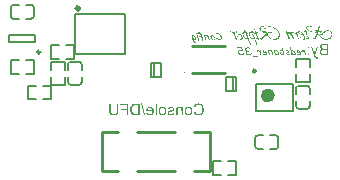
<source format=gbr>
G04 Layer_Color=32896*
%FSLAX25Y25*%
%MOIN*%
%TF.FileFunction,Legend,Bot*%
%TF.Part,Single*%
G01*
G75*
%ADD25C,0.00800*%
%ADD27C,0.01000*%
%ADD60C,0.00984*%
%ADD61C,0.00787*%
%ADD62C,0.02362*%
%ADD83C,0.01181*%
%ADD84C,0.00394*%
G36*
X387065Y258435D02*
X386685D01*
X385570Y262410D01*
X385950D01*
X387065Y258435D01*
D02*
G37*
G36*
X392845Y261340D02*
X392935Y261330D01*
X393020Y261315D01*
X393105Y261295D01*
X393180Y261275D01*
X393255Y261245D01*
X393320Y261220D01*
X393380Y261190D01*
X393435Y261160D01*
X393485Y261135D01*
X393525Y261105D01*
X393560Y261085D01*
X393590Y261065D01*
X393610Y261050D01*
X393620Y261040D01*
X393625Y261035D01*
X393700Y260960D01*
X393765Y260880D01*
X393820Y260790D01*
X393870Y260700D01*
X393910Y260605D01*
X393945Y260510D01*
X393975Y260415D01*
X393995Y260320D01*
X394015Y260235D01*
X394025Y260155D01*
X394035Y260080D01*
X394045Y260015D01*
Y259965D01*
X394050Y259925D01*
Y259900D01*
Y259890D01*
X394045Y259760D01*
X394035Y259640D01*
X394015Y259530D01*
X393995Y259425D01*
X393965Y259325D01*
X393935Y259240D01*
X393905Y259160D01*
X393870Y259085D01*
X393835Y259020D01*
X393805Y258965D01*
X393775Y258920D01*
X393745Y258880D01*
X393725Y258850D01*
X393705Y258830D01*
X393695Y258815D01*
X393690Y258810D01*
X393620Y258745D01*
X393545Y258690D01*
X393470Y258640D01*
X393390Y258595D01*
X393310Y258560D01*
X393235Y258530D01*
X393160Y258505D01*
X393085Y258485D01*
X393015Y258470D01*
X392950Y258460D01*
X392895Y258450D01*
X392845Y258445D01*
X392805D01*
X392775Y258440D01*
X392750D01*
X392615Y258445D01*
X392490Y258465D01*
X392375Y258495D01*
X392280Y258525D01*
X392195Y258555D01*
X392160Y258570D01*
X392135Y258585D01*
X392110Y258595D01*
X392095Y258605D01*
X392085Y258610D01*
X392080D01*
X391970Y258680D01*
X391875Y258755D01*
X391795Y258835D01*
X391730Y258910D01*
X391675Y258980D01*
X391640Y259035D01*
X391625Y259055D01*
X391615Y259070D01*
X391610Y259080D01*
Y259085D01*
X391580Y259145D01*
X391555Y259210D01*
X391515Y259350D01*
X391485Y259490D01*
X391465Y259625D01*
X391460Y259685D01*
X391455Y259745D01*
X391450Y259795D01*
X391445Y259840D01*
Y259880D01*
Y259905D01*
Y259925D01*
Y259930D01*
X391450Y260050D01*
X391460Y260165D01*
X391480Y260270D01*
X391500Y260370D01*
X391530Y260465D01*
X391560Y260550D01*
X391595Y260625D01*
X391625Y260695D01*
X391660Y260755D01*
X391695Y260810D01*
X391725Y260860D01*
X391755Y260895D01*
X391775Y260925D01*
X391795Y260950D01*
X391805Y260960D01*
X391810Y260965D01*
X391880Y261030D01*
X391955Y261090D01*
X392030Y261140D01*
X392110Y261185D01*
X392190Y261220D01*
X392270Y261250D01*
X392345Y261280D01*
X392415Y261300D01*
X392485Y261315D01*
X392550Y261325D01*
X392605Y261335D01*
X392655Y261340D01*
X392695Y261345D01*
X392750D01*
X392845Y261340D01*
D02*
G37*
G36*
X395800Y261335D02*
X395870Y261325D01*
X395930Y261315D01*
X395985Y261305D01*
X396020Y261295D01*
X396045Y261290D01*
X396055Y261285D01*
X396120Y261265D01*
X396180Y261240D01*
X396235Y261220D01*
X396275Y261195D01*
X396310Y261180D01*
X396335Y261165D01*
X396350Y261155D01*
X396355Y261150D01*
X396405Y261110D01*
X396450Y261065D01*
X396490Y261020D01*
X396525Y260980D01*
X396550Y260940D01*
X396570Y260910D01*
X396580Y260890D01*
X396585Y260885D01*
X396615Y260825D01*
X396635Y260765D01*
X396650Y260705D01*
X396660Y260655D01*
X396665Y260605D01*
X396670Y260570D01*
Y260550D01*
Y260540D01*
X396665Y260465D01*
X396655Y260395D01*
X396640Y260330D01*
X396620Y260275D01*
X396600Y260230D01*
X396585Y260195D01*
X396575Y260175D01*
X396570Y260165D01*
X396525Y260105D01*
X396480Y260055D01*
X396425Y260010D01*
X396380Y259975D01*
X396335Y259945D01*
X396300Y259925D01*
X396275Y259910D01*
X396265Y259905D01*
X396225Y259885D01*
X396175Y259870D01*
X396125Y259850D01*
X396070Y259830D01*
X395950Y259790D01*
X395830Y259755D01*
X395720Y259725D01*
X395670Y259710D01*
X395630Y259700D01*
X395595Y259690D01*
X395570Y259680D01*
X395550Y259675D01*
X395545D01*
X395475Y259660D01*
X395415Y259640D01*
X395355Y259625D01*
X395305Y259610D01*
X395260Y259595D01*
X395220Y259585D01*
X395190Y259575D01*
X395160Y259560D01*
X395110Y259545D01*
X395080Y259530D01*
X395065Y259525D01*
X395060Y259520D01*
X395015Y259480D01*
X394980Y259440D01*
X394955Y259400D01*
X394935Y259360D01*
X394925Y259325D01*
X394920Y259295D01*
Y259275D01*
Y259270D01*
X394925Y259205D01*
X394945Y259145D01*
X394970Y259095D01*
X395000Y259050D01*
X395030Y259010D01*
X395055Y258985D01*
X395075Y258965D01*
X395080Y258960D01*
X395145Y258915D01*
X395225Y258885D01*
X395305Y258860D01*
X395380Y258845D01*
X395455Y258835D01*
X395510Y258830D01*
X395565D01*
X395680Y258835D01*
X395780Y258855D01*
X395865Y258875D01*
X395940Y258905D01*
X395995Y258930D01*
X396035Y258955D01*
X396060Y258970D01*
X396070Y258975D01*
X396130Y259035D01*
X396180Y259105D01*
X396215Y259175D01*
X396245Y259245D01*
X396265Y259310D01*
X396275Y259360D01*
X396280Y259380D01*
X396285Y259395D01*
Y259400D01*
Y259405D01*
X396750Y259330D01*
X396735Y259250D01*
X396715Y259175D01*
X396690Y259105D01*
X396660Y259040D01*
X396635Y258980D01*
X396605Y258925D01*
X396570Y258875D01*
X396540Y258830D01*
X396510Y258790D01*
X396485Y258755D01*
X396460Y258725D01*
X396435Y258700D01*
X396415Y258685D01*
X396400Y258670D01*
X396395Y258665D01*
X396390Y258660D01*
X396335Y258620D01*
X396270Y258590D01*
X396140Y258535D01*
X396000Y258495D01*
X395870Y258470D01*
X395805Y258460D01*
X395745Y258450D01*
X395695Y258445D01*
X395650D01*
X395610Y258440D01*
X395560D01*
X395440Y258445D01*
X395330Y258455D01*
X395230Y258475D01*
X395145Y258495D01*
X395075Y258515D01*
X395020Y258535D01*
X395000Y258540D01*
X394985Y258545D01*
X394980Y258550D01*
X394975D01*
X394885Y258595D01*
X394805Y258650D01*
X394735Y258700D01*
X394675Y258755D01*
X394635Y258800D01*
X394600Y258835D01*
X394580Y258860D01*
X394575Y258870D01*
X394530Y258950D01*
X394495Y259030D01*
X394470Y259105D01*
X394450Y259175D01*
X394440Y259235D01*
X394435Y259280D01*
Y259310D01*
Y259315D01*
Y259320D01*
X394440Y259405D01*
X394455Y259485D01*
X394470Y259550D01*
X394490Y259610D01*
X394515Y259655D01*
X394530Y259690D01*
X394545Y259715D01*
X394550Y259720D01*
X394595Y259780D01*
X394650Y259830D01*
X394700Y259870D01*
X394750Y259905D01*
X394795Y259935D01*
X394830Y259955D01*
X394855Y259965D01*
X394865Y259970D01*
X394905Y259985D01*
X394950Y260005D01*
X395055Y260040D01*
X395170Y260075D01*
X395285Y260110D01*
X395390Y260140D01*
X395440Y260150D01*
X395480Y260165D01*
X395510Y260175D01*
X395540Y260180D01*
X395555Y260185D01*
X395560D01*
X395620Y260200D01*
X395675Y260220D01*
X395725Y260230D01*
X395770Y260245D01*
X395810Y260255D01*
X395845Y260265D01*
X395900Y260280D01*
X395940Y260290D01*
X395965Y260300D01*
X395975Y260305D01*
X395980D01*
X396020Y260325D01*
X396060Y260345D01*
X396090Y260365D01*
X396115Y260385D01*
X396135Y260405D01*
X396150Y260420D01*
X396155Y260425D01*
X396160Y260430D01*
X396180Y260460D01*
X396190Y260490D01*
X396210Y260540D01*
Y260565D01*
X396215Y260580D01*
Y260590D01*
Y260595D01*
X396210Y260650D01*
X396195Y260695D01*
X396170Y260740D01*
X396145Y260775D01*
X396125Y260805D01*
X396100Y260825D01*
X396085Y260840D01*
X396080Y260845D01*
X396020Y260880D01*
X395950Y260910D01*
X395870Y260930D01*
X395795Y260940D01*
X395725Y260950D01*
X395670Y260955D01*
X395615D01*
X395515Y260950D01*
X395430Y260935D01*
X395355Y260915D01*
X395295Y260895D01*
X395245Y260870D01*
X395215Y260850D01*
X395190Y260835D01*
X395185Y260830D01*
X395135Y260780D01*
X395095Y260730D01*
X395060Y260675D01*
X395035Y260620D01*
X395020Y260575D01*
X395010Y260535D01*
X395000Y260510D01*
Y260500D01*
X394540Y260565D01*
X394560Y260660D01*
X394585Y260745D01*
X394610Y260815D01*
X394640Y260875D01*
X394665Y260925D01*
X394685Y260960D01*
X394700Y260985D01*
X394705Y260990D01*
X394755Y261050D01*
X394815Y261100D01*
X394875Y261145D01*
X394935Y261180D01*
X394990Y261210D01*
X395035Y261235D01*
X395065Y261245D01*
X395070Y261250D01*
X395075D01*
X395170Y261280D01*
X395265Y261305D01*
X395365Y261320D01*
X395450Y261335D01*
X395530Y261340D01*
X395560D01*
X395590Y261345D01*
X395725D01*
X395800Y261335D01*
D02*
G37*
G36*
X448000Y278500D02*
X446540D01*
X446405Y278505D01*
X446285Y278510D01*
X446180Y278520D01*
X446090Y278530D01*
X446020Y278540D01*
X445990Y278545D01*
X445965Y278550D01*
X445945Y278555D01*
X445930Y278560D01*
X445920D01*
X445830Y278585D01*
X445745Y278615D01*
X445675Y278650D01*
X445615Y278680D01*
X445565Y278705D01*
X445530Y278730D01*
X445505Y278745D01*
X445500Y278750D01*
X445440Y278805D01*
X445385Y278860D01*
X445335Y278920D01*
X445295Y278980D01*
X445260Y279030D01*
X445235Y279070D01*
X445220Y279100D01*
X445215Y279110D01*
X445175Y279200D01*
X445150Y279285D01*
X445130Y279370D01*
X445115Y279445D01*
X445105Y279515D01*
X445100Y279565D01*
Y279585D01*
Y279600D01*
Y279605D01*
Y279610D01*
X445110Y279730D01*
X445130Y279840D01*
X445160Y279940D01*
X445195Y280025D01*
X445230Y280095D01*
X445260Y280145D01*
X445270Y280165D01*
X445280Y280180D01*
X445290Y280185D01*
Y280190D01*
X445365Y280275D01*
X445450Y280350D01*
X445540Y280410D01*
X445625Y280460D01*
X445705Y280500D01*
X445740Y280515D01*
X445765Y280525D01*
X445790Y280535D01*
X445810Y280540D01*
X445820Y280545D01*
X445825D01*
X445730Y280595D01*
X445650Y280655D01*
X445580Y280710D01*
X445520Y280765D01*
X445475Y280815D01*
X445445Y280855D01*
X445425Y280880D01*
X445420Y280890D01*
X445375Y280975D01*
X445340Y281055D01*
X445320Y281135D01*
X445300Y281210D01*
X445290Y281270D01*
X445285Y281320D01*
Y281335D01*
Y281350D01*
Y281355D01*
Y281360D01*
X445290Y281460D01*
X445310Y281550D01*
X445335Y281635D01*
X445360Y281710D01*
X445390Y281775D01*
X445415Y281825D01*
X445435Y281855D01*
X445440Y281860D01*
Y281865D01*
X445500Y281950D01*
X445570Y282025D01*
X445635Y282085D01*
X445705Y282135D01*
X445765Y282175D01*
X445810Y282205D01*
X445830Y282215D01*
X445845Y282220D01*
X445850Y282225D01*
X445855D01*
X445960Y282265D01*
X446075Y282295D01*
X446195Y282315D01*
X446305Y282330D01*
X446405Y282340D01*
X446450D01*
X446485Y282345D01*
X448000D01*
Y278500D01*
D02*
G37*
G36*
X443670D02*
X443690Y278450D01*
X443705Y278415D01*
X443710Y278390D01*
X443715Y278385D01*
X443735Y278335D01*
X443750Y278290D01*
X443780Y278210D01*
X443805Y278150D01*
X443825Y278100D01*
X443840Y278065D01*
X443850Y278045D01*
X443860Y278035D01*
Y278030D01*
X443910Y277965D01*
X443960Y277920D01*
X443980Y277905D01*
X444000Y277895D01*
X444010Y277885D01*
X444015D01*
X444050Y277865D01*
X444090Y277855D01*
X444175Y277835D01*
X444210D01*
X444240Y277830D01*
X444265D01*
X444355Y277835D01*
X444400Y277845D01*
X444440Y277855D01*
X444475Y277860D01*
X444505Y277870D01*
X444525Y277875D01*
X444530D01*
X444480Y277435D01*
X444420Y277415D01*
X444365Y277400D01*
X444310Y277390D01*
X444265Y277385D01*
X444230Y277380D01*
X444200Y277375D01*
X444175D01*
X444095Y277380D01*
X444020Y277390D01*
X443955Y277410D01*
X443900Y277430D01*
X443850Y277450D01*
X443820Y277470D01*
X443795Y277480D01*
X443790Y277485D01*
X443730Y277530D01*
X443675Y277585D01*
X443625Y277640D01*
X443585Y277695D01*
X443550Y277745D01*
X443520Y277790D01*
X443505Y277815D01*
X443500Y277825D01*
X443480Y277860D01*
X443460Y277900D01*
X443420Y277995D01*
X443375Y278100D01*
X443330Y278205D01*
X443295Y278300D01*
X443275Y278345D01*
X443265Y278380D01*
X443250Y278410D01*
X443240Y278435D01*
X443235Y278450D01*
Y278455D01*
X442180Y281285D01*
X442650D01*
X443245Y279660D01*
X443285Y279545D01*
X443325Y279430D01*
X443360Y279325D01*
X443390Y279230D01*
X443410Y279150D01*
X443420Y279115D01*
X443430Y279085D01*
X443435Y279060D01*
X443440Y279045D01*
X443445Y279035D01*
Y279030D01*
X443480Y279155D01*
X443515Y279275D01*
X443550Y279385D01*
X443580Y279480D01*
X443605Y279560D01*
X443615Y279595D01*
X443625Y279620D01*
X443635Y279645D01*
X443640Y279660D01*
X443645Y279670D01*
Y279675D01*
X444230Y281285D01*
X444730D01*
X443670Y278500D01*
D02*
G37*
G36*
X441645Y280745D02*
X441105D01*
Y281285D01*
X441645D01*
Y280745D01*
D02*
G37*
G36*
X390900Y258500D02*
X390430D01*
Y262345D01*
X390900D01*
Y258500D01*
D02*
G37*
G36*
X398345Y261340D02*
X398445Y261325D01*
X398535Y261305D01*
X398620Y261275D01*
X398700Y261240D01*
X398770Y261200D01*
X398835Y261160D01*
X398895Y261115D01*
X398950Y261070D01*
X398995Y261030D01*
X399030Y260990D01*
X399065Y260955D01*
X399090Y260930D01*
X399105Y260905D01*
X399115Y260890D01*
X399120Y260885D01*
Y261285D01*
X399545D01*
Y258500D01*
X399075D01*
Y260015D01*
X399070Y260110D01*
X399065Y260200D01*
X399055Y260280D01*
X399040Y260355D01*
X399025Y260420D01*
X399005Y260480D01*
X398985Y260530D01*
X398965Y260580D01*
X398945Y260620D01*
X398930Y260650D01*
X398910Y260680D01*
X398895Y260700D01*
X398880Y260720D01*
X398870Y260730D01*
X398860Y260740D01*
X398775Y260805D01*
X398685Y260855D01*
X398595Y260890D01*
X398515Y260910D01*
X398445Y260925D01*
X398385Y260930D01*
X398365Y260935D01*
X398335D01*
X398270Y260930D01*
X398205Y260920D01*
X398150Y260905D01*
X398105Y260890D01*
X398065Y260875D01*
X398035Y260860D01*
X398015Y260850D01*
X398010Y260845D01*
X397960Y260810D01*
X397920Y260775D01*
X397885Y260735D01*
X397860Y260700D01*
X397840Y260665D01*
X397825Y260640D01*
X397815Y260620D01*
Y260615D01*
X397795Y260555D01*
X397780Y260490D01*
X397770Y260420D01*
X397760Y260350D01*
Y260290D01*
X397755Y260235D01*
Y260215D01*
Y260205D01*
Y260195D01*
Y260190D01*
Y258500D01*
X397285D01*
Y260210D01*
Y260325D01*
X397290Y260420D01*
X397295Y260495D01*
X397300Y260560D01*
X397305Y260605D01*
X397310Y260640D01*
X397315Y260660D01*
Y260665D01*
X397335Y260740D01*
X397355Y260805D01*
X397380Y260865D01*
X397400Y260915D01*
X397425Y260960D01*
X397445Y260990D01*
X397455Y261010D01*
X397460Y261015D01*
X397505Y261065D01*
X397555Y261115D01*
X397605Y261155D01*
X397655Y261185D01*
X397705Y261215D01*
X397740Y261235D01*
X397765Y261245D01*
X397775Y261250D01*
X397855Y261280D01*
X397935Y261305D01*
X398015Y261320D01*
X398085Y261335D01*
X398150Y261340D01*
X398195Y261345D01*
X398240D01*
X398345Y261340D01*
D02*
G37*
G36*
X388665D02*
X388765Y261330D01*
X388860Y261310D01*
X388950Y261285D01*
X389030Y261255D01*
X389110Y261220D01*
X389180Y261185D01*
X389245Y261150D01*
X389300Y261115D01*
X389350Y261080D01*
X389395Y261045D01*
X389430Y261015D01*
X389460Y260990D01*
X389480Y260970D01*
X389490Y260960D01*
X389495Y260955D01*
X389560Y260880D01*
X389615Y260800D01*
X389660Y260710D01*
X389705Y260620D01*
X389740Y260530D01*
X389765Y260440D01*
X389790Y260350D01*
X389810Y260265D01*
X389825Y260185D01*
X389835Y260110D01*
X389845Y260040D01*
X389850Y259980D01*
Y259935D01*
X389855Y259895D01*
Y259875D01*
Y259865D01*
X389850Y259740D01*
X389840Y259625D01*
X389820Y259520D01*
X389800Y259415D01*
X389775Y259325D01*
X389745Y259235D01*
X389710Y259160D01*
X389675Y259085D01*
X389645Y259025D01*
X389610Y258970D01*
X389580Y258925D01*
X389555Y258885D01*
X389535Y258855D01*
X389515Y258835D01*
X389505Y258820D01*
X389500Y258815D01*
X389430Y258750D01*
X389355Y258690D01*
X389275Y258640D01*
X389195Y258600D01*
X389115Y258560D01*
X389035Y258530D01*
X388955Y258505D01*
X388880Y258485D01*
X388810Y258470D01*
X388740Y258460D01*
X388680Y258450D01*
X388630Y258445D01*
X388590D01*
X388555Y258440D01*
X388530D01*
X388440Y258445D01*
X388355Y258450D01*
X388200Y258475D01*
X388130Y258495D01*
X388065Y258515D01*
X388005Y258535D01*
X387950Y258560D01*
X387900Y258580D01*
X387860Y258600D01*
X387820Y258620D01*
X387790Y258640D01*
X387765Y258655D01*
X387750Y258665D01*
X387740Y258675D01*
X387735D01*
X387630Y258770D01*
X387540Y258880D01*
X387465Y258990D01*
X387405Y259095D01*
X387365Y259190D01*
X387345Y259235D01*
X387335Y259270D01*
X387320Y259300D01*
X387315Y259320D01*
X387310Y259335D01*
Y259340D01*
X387800Y259405D01*
X387840Y259300D01*
X387890Y259210D01*
X387940Y259130D01*
X387985Y259070D01*
X388025Y259025D01*
X388060Y258990D01*
X388080Y258970D01*
X388090Y258965D01*
X388160Y258920D01*
X388235Y258885D01*
X388310Y258865D01*
X388375Y258845D01*
X388440Y258835D01*
X388485Y258830D01*
X388530D01*
X388595Y258835D01*
X388655Y258840D01*
X388770Y258870D01*
X388870Y258905D01*
X388955Y258950D01*
X389020Y258995D01*
X389075Y259035D01*
X389090Y259050D01*
X389105Y259060D01*
X389110Y259065D01*
X389115Y259070D01*
X389155Y259120D01*
X389190Y259170D01*
X389250Y259280D01*
X389295Y259395D01*
X389330Y259510D01*
X389350Y259610D01*
X389355Y259655D01*
X389360Y259695D01*
X389365Y259725D01*
X389370Y259750D01*
Y259765D01*
Y259770D01*
X387295D01*
X387290Y259825D01*
Y259865D01*
Y259885D01*
Y259895D01*
X387295Y260020D01*
X387305Y260140D01*
X387325Y260250D01*
X387345Y260355D01*
X387370Y260450D01*
X387400Y260535D01*
X387435Y260615D01*
X387465Y260690D01*
X387500Y260755D01*
X387535Y260810D01*
X387565Y260855D01*
X387590Y260895D01*
X387610Y260925D01*
X387630Y260945D01*
X387640Y260960D01*
X387645Y260965D01*
X387715Y261030D01*
X387785Y261090D01*
X387860Y261140D01*
X387940Y261185D01*
X388015Y261220D01*
X388090Y261250D01*
X388165Y261280D01*
X388235Y261300D01*
X388300Y261315D01*
X388365Y261325D01*
X388420Y261335D01*
X388465Y261340D01*
X388505Y261345D01*
X388560D01*
X388665Y261340D01*
D02*
G37*
G36*
X401500D02*
X401590Y261330D01*
X401675Y261315D01*
X401760Y261295D01*
X401835Y261275D01*
X401910Y261245D01*
X401975Y261220D01*
X402035Y261190D01*
X402090Y261160D01*
X402140Y261135D01*
X402180Y261105D01*
X402215Y261085D01*
X402245Y261065D01*
X402265Y261050D01*
X402275Y261040D01*
X402280Y261035D01*
X402355Y260960D01*
X402420Y260880D01*
X402475Y260790D01*
X402525Y260700D01*
X402565Y260605D01*
X402600Y260510D01*
X402630Y260415D01*
X402650Y260320D01*
X402670Y260235D01*
X402680Y260155D01*
X402690Y260080D01*
X402700Y260015D01*
Y259965D01*
X402705Y259925D01*
Y259900D01*
Y259890D01*
X402700Y259760D01*
X402690Y259640D01*
X402670Y259530D01*
X402650Y259425D01*
X402620Y259325D01*
X402590Y259240D01*
X402560Y259160D01*
X402525Y259085D01*
X402490Y259020D01*
X402460Y258965D01*
X402430Y258920D01*
X402400Y258880D01*
X402380Y258850D01*
X402360Y258830D01*
X402350Y258815D01*
X402345Y258810D01*
X402275Y258745D01*
X402200Y258690D01*
X402125Y258640D01*
X402045Y258595D01*
X401965Y258560D01*
X401890Y258530D01*
X401815Y258505D01*
X401740Y258485D01*
X401670Y258470D01*
X401605Y258460D01*
X401550Y258450D01*
X401500Y258445D01*
X401460D01*
X401430Y258440D01*
X401405D01*
X401270Y258445D01*
X401145Y258465D01*
X401030Y258495D01*
X400935Y258525D01*
X400850Y258555D01*
X400815Y258570D01*
X400790Y258585D01*
X400765Y258595D01*
X400750Y258605D01*
X400740Y258610D01*
X400735D01*
X400625Y258680D01*
X400530Y258755D01*
X400450Y258835D01*
X400385Y258910D01*
X400330Y258980D01*
X400295Y259035D01*
X400280Y259055D01*
X400270Y259070D01*
X400265Y259080D01*
Y259085D01*
X400235Y259145D01*
X400210Y259210D01*
X400170Y259350D01*
X400140Y259490D01*
X400120Y259625D01*
X400115Y259685D01*
X400110Y259745D01*
X400105Y259795D01*
X400100Y259840D01*
Y259880D01*
Y259905D01*
Y259925D01*
Y259930D01*
X400105Y260050D01*
X400115Y260165D01*
X400135Y260270D01*
X400155Y260370D01*
X400185Y260465D01*
X400215Y260550D01*
X400250Y260625D01*
X400280Y260695D01*
X400315Y260755D01*
X400350Y260810D01*
X400380Y260860D01*
X400410Y260895D01*
X400430Y260925D01*
X400450Y260950D01*
X400460Y260960D01*
X400465Y260965D01*
X400535Y261030D01*
X400610Y261090D01*
X400685Y261140D01*
X400765Y261185D01*
X400845Y261220D01*
X400925Y261250D01*
X401000Y261280D01*
X401070Y261300D01*
X401140Y261315D01*
X401205Y261325D01*
X401260Y261335D01*
X401310Y261340D01*
X401350Y261345D01*
X401405D01*
X401500Y261340D01*
D02*
G37*
G36*
X381255Y258500D02*
X380745D01*
Y260245D01*
X378940D01*
Y260700D01*
X380745D01*
Y261890D01*
X378660D01*
Y262345D01*
X381255D01*
Y258500D01*
D02*
G37*
G36*
X385160D02*
X383775D01*
X383650Y258505D01*
X383530Y258510D01*
X383425Y258520D01*
X383335Y258535D01*
X383260Y258545D01*
X383230Y258550D01*
X383205Y258555D01*
X383185Y258560D01*
X383170D01*
X383165Y258565D01*
X383160D01*
X383065Y258590D01*
X382975Y258620D01*
X382895Y258655D01*
X382830Y258685D01*
X382775Y258710D01*
X382735Y258735D01*
X382710Y258750D01*
X382700Y258755D01*
X382630Y258810D01*
X382560Y258865D01*
X382500Y258925D01*
X382450Y258980D01*
X382405Y259030D01*
X382375Y259070D01*
X382350Y259095D01*
X382345Y259105D01*
X382290Y259190D01*
X382235Y259285D01*
X382190Y259380D01*
X382155Y259470D01*
X382125Y259545D01*
X382115Y259580D01*
X382105Y259610D01*
X382095Y259630D01*
X382090Y259650D01*
X382085Y259660D01*
Y259665D01*
X382050Y259795D01*
X382025Y259930D01*
X382005Y260060D01*
X381995Y260180D01*
X381990Y260235D01*
X381985Y260285D01*
Y260330D01*
X381980Y260365D01*
Y260400D01*
Y260420D01*
Y260435D01*
Y260440D01*
X381985Y260625D01*
X382005Y260800D01*
X382015Y260880D01*
X382030Y260955D01*
X382045Y261025D01*
X382055Y261090D01*
X382070Y261150D01*
X382085Y261200D01*
X382100Y261245D01*
X382110Y261285D01*
X382120Y261315D01*
X382130Y261335D01*
X382135Y261350D01*
Y261355D01*
X382195Y261500D01*
X382270Y261625D01*
X382345Y261740D01*
X382420Y261835D01*
X382455Y261875D01*
X382485Y261910D01*
X382515Y261940D01*
X382540Y261965D01*
X382560Y261985D01*
X382575Y262000D01*
X382585Y262005D01*
X382590Y262010D01*
X382680Y262080D01*
X382775Y262140D01*
X382870Y262185D01*
X382960Y262225D01*
X383035Y262250D01*
X383070Y262260D01*
X383100Y262270D01*
X383120Y262275D01*
X383140Y262280D01*
X383150Y262285D01*
X383155D01*
X383250Y262305D01*
X383360Y262320D01*
X383475Y262330D01*
X383585Y262340D01*
X383680D01*
X383725Y262345D01*
X385160D01*
Y258500D01*
D02*
G37*
G36*
X441645Y278500D02*
X441105D01*
Y279040D01*
X441645D01*
Y278500D01*
D02*
G37*
G36*
X435395Y281350D02*
X435420Y281340D01*
X435440Y281325D01*
X435445Y281320D01*
X435470Y281295D01*
X435485Y281270D01*
X435495Y281250D01*
X435500Y281240D01*
X435520Y281150D01*
X435540Y281065D01*
X435560Y280985D01*
X435580Y280905D01*
X435595Y280840D01*
X435610Y280775D01*
X435625Y280715D01*
X435640Y280665D01*
X435655Y280615D01*
X435665Y280575D01*
X435675Y280540D01*
X435680Y280510D01*
X435685Y280490D01*
X435690Y280475D01*
X435695Y280465D01*
Y280460D01*
X435720Y280365D01*
X435745Y280290D01*
X435760Y280230D01*
X435775Y280185D01*
X435785Y280155D01*
X435790Y280135D01*
X435795Y280125D01*
Y280120D01*
X435825Y280135D01*
X435850Y280145D01*
X435870Y280150D01*
X435880D01*
X435915Y280155D01*
X435950Y280160D01*
X435985D01*
X436045Y280155D01*
X436100Y280150D01*
X436125Y280145D01*
X436140Y280140D01*
X436150Y280135D01*
X436155D01*
X436215Y280115D01*
X436270Y280100D01*
X436295Y280090D01*
X436310Y280080D01*
X436320Y280075D01*
X436325D01*
X436385Y280045D01*
X436435Y280015D01*
X436460Y280005D01*
X436475Y279995D01*
X436485Y279990D01*
X436490Y279985D01*
X436545Y279945D01*
X436595Y279910D01*
X436615Y279895D01*
X436630Y279885D01*
X436635Y279880D01*
X436640Y279875D01*
X436715Y279815D01*
X436750Y279785D01*
X436775Y279760D01*
X436800Y279735D01*
X436815Y279715D01*
X436825Y279705D01*
X436830Y279700D01*
X436885Y279635D01*
X436930Y279570D01*
X436945Y279545D01*
X436960Y279525D01*
X436965Y279515D01*
X436970Y279510D01*
X437010Y279440D01*
X437040Y279375D01*
X437050Y279350D01*
X437060Y279330D01*
X437065Y279320D01*
Y279315D01*
X437090Y279245D01*
X437110Y279180D01*
X437115Y279155D01*
X437120Y279135D01*
X437125Y279125D01*
Y279120D01*
X437135Y279085D01*
X437140Y279055D01*
X437145Y279035D01*
Y279030D01*
X437150Y279000D01*
Y278975D01*
Y278955D01*
Y278945D01*
X437145Y278865D01*
X437140Y278830D01*
X437130Y278800D01*
X437125Y278780D01*
X437120Y278760D01*
X437115Y278750D01*
Y278745D01*
X437080Y278685D01*
X437050Y278640D01*
X437025Y278610D01*
X437015Y278605D01*
Y278600D01*
X436970Y278565D01*
X436925Y278540D01*
X436890Y278525D01*
X436885Y278520D01*
X436880D01*
X436820Y278505D01*
X436765Y278500D01*
X436745Y278495D01*
X436665D01*
X436625Y278500D01*
X436595Y278505D01*
X436585D01*
X436535Y278515D01*
X436495Y278530D01*
X436465Y278535D01*
X436460Y278540D01*
X436455D01*
X436410Y278560D01*
X436375Y278575D01*
X436355Y278585D01*
X436345Y278590D01*
X436305Y278610D01*
X436275Y278625D01*
X436255Y278635D01*
X436245Y278640D01*
X436230Y278650D01*
X436215Y278660D01*
X436200Y278665D01*
X436195Y278670D01*
X436170Y278685D01*
X436145Y278700D01*
X436130Y278710D01*
X436125Y278715D01*
X436095Y278735D01*
X436070Y278750D01*
X436050Y278760D01*
X436045Y278765D01*
X436020Y278780D01*
X436000Y278795D01*
X435990Y278800D01*
X435985Y278805D01*
X435980Y278785D01*
X435975Y278765D01*
X435970Y278750D01*
Y278745D01*
X435965Y278725D01*
Y278705D01*
Y278690D01*
Y278685D01*
Y278650D01*
Y278640D01*
Y278635D01*
X435955Y278605D01*
X435945Y278595D01*
Y278590D01*
X435920Y278570D01*
X435910Y278560D01*
X435905D01*
X435880Y278555D01*
X435850Y278550D01*
X435790D01*
X435765Y278555D01*
X435745D01*
X435725Y278565D01*
X435710Y278575D01*
X435700Y278580D01*
X435695Y278585D01*
X435670Y278620D01*
X435665Y278630D01*
Y278635D01*
X435655Y278660D01*
X435645Y278685D01*
X435640Y278705D01*
Y278710D01*
X435625Y278785D01*
X435620Y278850D01*
X435615Y278875D01*
Y278895D01*
Y278905D01*
Y278910D01*
Y278975D01*
X435610Y279040D01*
Y279065D01*
Y279085D01*
Y279100D01*
Y279105D01*
X435600Y279190D01*
Y279230D01*
X435595Y279265D01*
Y279295D01*
X435590Y279315D01*
Y279330D01*
Y279335D01*
X435580Y279420D01*
X435575Y279455D01*
X435570Y279490D01*
X435565Y279515D01*
X435560Y279535D01*
Y279550D01*
Y279555D01*
X435550Y279625D01*
X435540Y279680D01*
X435535Y279700D01*
X435530Y279715D01*
Y279720D01*
Y279725D01*
X435165Y281185D01*
X435170Y281220D01*
X435175Y281245D01*
X435180Y281260D01*
X435185Y281265D01*
X435200Y281290D01*
X435215Y281305D01*
X435225Y281315D01*
X435230Y281320D01*
X435250Y281335D01*
X435270Y281340D01*
X435285Y281345D01*
X435290D01*
X435315Y281350D01*
X435335Y281355D01*
X435360D01*
X435395Y281350D01*
D02*
G37*
G36*
X426580Y280115D02*
X426620Y280105D01*
X426655Y280100D01*
X426685Y280090D01*
X426705Y280080D01*
X426720Y280075D01*
X426725D01*
X426805Y280040D01*
X426840Y280025D01*
X426870Y280010D01*
X426895Y279995D01*
X426915Y279980D01*
X426930Y279975D01*
X426935Y279970D01*
X427000Y279920D01*
X427060Y279870D01*
X427080Y279850D01*
X427095Y279835D01*
X427105Y279825D01*
X427110Y279820D01*
X427165Y279760D01*
X427210Y279710D01*
X427225Y279690D01*
X427240Y279675D01*
X427245Y279665D01*
X427250Y279660D01*
X427290Y279605D01*
X427325Y279555D01*
X427335Y279535D01*
X427345Y279520D01*
X427355Y279515D01*
Y279510D01*
X427380Y279465D01*
X427400Y279435D01*
X427410Y279410D01*
X427415Y279405D01*
X427460Y279385D01*
X427495Y279360D01*
X427515Y279340D01*
X427525Y279335D01*
Y279330D01*
X427550Y279290D01*
X427560Y279245D01*
X427565Y279215D01*
Y279205D01*
Y279200D01*
X427560Y279175D01*
X427555Y279155D01*
X427550Y279145D01*
X427545Y279140D01*
X427530Y279130D01*
X427515Y279120D01*
X427505Y279115D01*
X427500D01*
X427515Y279040D01*
X427520Y278980D01*
X427525Y278960D01*
Y278940D01*
Y278930D01*
Y278925D01*
X427520Y278855D01*
X427510Y278795D01*
X427505Y278775D01*
X427500Y278760D01*
X427495Y278750D01*
Y278745D01*
X427470Y278695D01*
X427445Y278650D01*
X427425Y278625D01*
X427420Y278620D01*
Y278615D01*
X427380Y278580D01*
X427345Y278555D01*
X427320Y278540D01*
X427315Y278535D01*
X427310D01*
X427260Y278515D01*
X427220Y278500D01*
X427190Y278495D01*
X427185Y278490D01*
X427180D01*
X427135Y278480D01*
X427095Y278475D01*
X427070Y278470D01*
X427060D01*
X427020Y278465D01*
X426955D01*
X426870Y278470D01*
X426795Y278475D01*
X426720Y278485D01*
X426660Y278495D01*
X426605Y278505D01*
X426565Y278515D01*
X426540Y278525D01*
X426530D01*
X426455Y278555D01*
X426385Y278585D01*
X426320Y278620D01*
X426260Y278655D01*
X426210Y278690D01*
X426175Y278715D01*
X426150Y278735D01*
X426140Y278740D01*
X426115Y278765D01*
X426090Y278790D01*
X426080Y278810D01*
X426075Y278815D01*
X426055Y278850D01*
X426045Y278885D01*
X426035Y278905D01*
Y278915D01*
Y278930D01*
Y278935D01*
Y278955D01*
Y278965D01*
Y278985D01*
X426040Y278995D01*
X426045Y279005D01*
X426050Y279010D01*
X426065Y279025D01*
X426080Y279030D01*
X426100Y279035D01*
X426105D01*
X426140Y279030D01*
X426175Y279020D01*
X426200Y279010D01*
X426205Y279005D01*
X426210D01*
X426255Y278980D01*
X426295Y278955D01*
X426325Y278940D01*
X426330Y278930D01*
X426335D01*
X426375Y278905D01*
X426410Y278885D01*
X426440Y278865D01*
X426445Y278860D01*
X426450D01*
X426495Y278835D01*
X426535Y278815D01*
X426570Y278800D01*
X426575Y278795D01*
X426580D01*
X426635Y278775D01*
X426680Y278760D01*
X426700Y278755D01*
X426715Y278750D01*
X426725Y278745D01*
X426730D01*
X426785Y278735D01*
X426840Y278730D01*
X426890D01*
X426940Y278735D01*
X426985Y278740D01*
X427025Y278750D01*
X427060Y278760D01*
X427085Y278770D01*
X427105Y278775D01*
X427115Y278785D01*
X427120D01*
X427150Y278810D01*
X427170Y278835D01*
X427185Y278865D01*
X427195Y278890D01*
X427200Y278915D01*
X427205Y278935D01*
Y278945D01*
Y278950D01*
Y278985D01*
X427200Y279020D01*
X427195Y279040D01*
Y279050D01*
X427185Y279085D01*
X427175Y279110D01*
X427165Y279125D01*
Y279130D01*
X427105Y279140D01*
X427050Y279145D01*
X427025D01*
X427005Y279150D01*
X426990D01*
X426910Y279165D01*
X426845Y279175D01*
X426815Y279180D01*
X426795Y279185D01*
X426780Y279190D01*
X426775D01*
X426695Y279210D01*
X426655Y279220D01*
X426625Y279230D01*
X426595Y279240D01*
X426575Y279245D01*
X426560Y279250D01*
X426555D01*
X426475Y279280D01*
X426445Y279300D01*
X426415Y279315D01*
X426390Y279325D01*
X426370Y279335D01*
X426360Y279345D01*
X426355D01*
X426290Y279390D01*
X426235Y279435D01*
X426215Y279455D01*
X426200Y279470D01*
X426195Y279475D01*
X426190Y279480D01*
X426145Y279540D01*
X426115Y279600D01*
X426105Y279625D01*
X426100Y279645D01*
X426095Y279655D01*
Y279660D01*
X426085Y279705D01*
X426080Y279745D01*
Y279770D01*
Y279775D01*
Y279780D01*
X426085Y279835D01*
X426090Y279875D01*
X426100Y279905D01*
X426105Y279910D01*
Y279915D01*
X426125Y279960D01*
X426150Y279995D01*
X426170Y280015D01*
X426180Y280025D01*
X426220Y280055D01*
X426265Y280075D01*
X426295Y280090D01*
X426305Y280095D01*
X426310D01*
X426370Y280110D01*
X426430Y280115D01*
X426455Y280120D01*
X426495D01*
X426580Y280115D01*
D02*
G37*
G36*
X437985D02*
X438025Y280105D01*
X438060Y280100D01*
X438090Y280090D01*
X438110Y280080D01*
X438125Y280075D01*
X438130D01*
X438210Y280040D01*
X438245Y280025D01*
X438275Y280010D01*
X438300Y279995D01*
X438320Y279980D01*
X438335Y279975D01*
X438340Y279970D01*
X438405Y279920D01*
X438465Y279870D01*
X438485Y279850D01*
X438500Y279835D01*
X438510Y279825D01*
X438515Y279820D01*
X438570Y279760D01*
X438615Y279710D01*
X438630Y279690D01*
X438645Y279675D01*
X438650Y279665D01*
X438655Y279660D01*
X438695Y279605D01*
X438730Y279555D01*
X438740Y279535D01*
X438750Y279520D01*
X438760Y279515D01*
Y279510D01*
X438785Y279465D01*
X438805Y279435D01*
X438815Y279410D01*
X438820Y279405D01*
X438865Y279385D01*
X438900Y279360D01*
X438920Y279340D01*
X438930Y279335D01*
Y279330D01*
X438955Y279290D01*
X438965Y279245D01*
X438970Y279215D01*
Y279205D01*
Y279200D01*
X438965Y279175D01*
X438960Y279155D01*
X438955Y279145D01*
X438950Y279140D01*
X438935Y279130D01*
X438920Y279120D01*
X438910Y279115D01*
X438905D01*
X438920Y279040D01*
X438925Y278980D01*
X438930Y278960D01*
Y278940D01*
Y278930D01*
Y278925D01*
X438925Y278855D01*
X438915Y278795D01*
X438910Y278775D01*
X438905Y278760D01*
X438900Y278750D01*
Y278745D01*
X438875Y278695D01*
X438850Y278650D01*
X438830Y278625D01*
X438825Y278620D01*
Y278615D01*
X438785Y278580D01*
X438750Y278555D01*
X438725Y278540D01*
X438720Y278535D01*
X438715D01*
X438665Y278515D01*
X438625Y278500D01*
X438595Y278495D01*
X438590Y278490D01*
X438585D01*
X438540Y278480D01*
X438500Y278475D01*
X438475Y278470D01*
X438465D01*
X438425Y278465D01*
X438360D01*
X438275Y278470D01*
X438200Y278475D01*
X438125Y278485D01*
X438065Y278495D01*
X438010Y278505D01*
X437970Y278515D01*
X437945Y278525D01*
X437935D01*
X437860Y278555D01*
X437790Y278585D01*
X437725Y278620D01*
X437665Y278655D01*
X437615Y278690D01*
X437580Y278715D01*
X437555Y278735D01*
X437545Y278740D01*
X437520Y278765D01*
X437495Y278790D01*
X437485Y278810D01*
X437480Y278815D01*
X437460Y278850D01*
X437450Y278885D01*
X437440Y278905D01*
Y278915D01*
Y278930D01*
Y278935D01*
Y278955D01*
Y278965D01*
Y278985D01*
X437445Y278995D01*
X437450Y279005D01*
X437455Y279010D01*
X437470Y279025D01*
X437485Y279030D01*
X437505Y279035D01*
X437510D01*
X437545Y279030D01*
X437580Y279020D01*
X437605Y279010D01*
X437610Y279005D01*
X437615D01*
X437660Y278980D01*
X437700Y278955D01*
X437730Y278940D01*
X437735Y278930D01*
X437740D01*
X437780Y278905D01*
X437815Y278885D01*
X437845Y278865D01*
X437850Y278860D01*
X437855D01*
X437900Y278835D01*
X437940Y278815D01*
X437975Y278800D01*
X437980Y278795D01*
X437985D01*
X438040Y278775D01*
X438085Y278760D01*
X438105Y278755D01*
X438120Y278750D01*
X438130Y278745D01*
X438135D01*
X438190Y278735D01*
X438245Y278730D01*
X438295D01*
X438345Y278735D01*
X438390Y278740D01*
X438430Y278750D01*
X438465Y278760D01*
X438490Y278770D01*
X438510Y278775D01*
X438520Y278785D01*
X438525D01*
X438555Y278810D01*
X438575Y278835D01*
X438590Y278865D01*
X438600Y278890D01*
X438605Y278915D01*
X438610Y278935D01*
Y278945D01*
Y278950D01*
Y278985D01*
X438605Y279020D01*
X438600Y279040D01*
Y279050D01*
X438590Y279085D01*
X438580Y279110D01*
X438570Y279125D01*
Y279130D01*
X438510Y279140D01*
X438455Y279145D01*
X438430D01*
X438410Y279150D01*
X438395D01*
X438315Y279165D01*
X438250Y279175D01*
X438220Y279180D01*
X438200Y279185D01*
X438185Y279190D01*
X438180D01*
X438100Y279210D01*
X438060Y279220D01*
X438030Y279230D01*
X438000Y279240D01*
X437980Y279245D01*
X437965Y279250D01*
X437960D01*
X437880Y279280D01*
X437850Y279300D01*
X437820Y279315D01*
X437795Y279325D01*
X437775Y279335D01*
X437765Y279345D01*
X437760D01*
X437695Y279390D01*
X437640Y279435D01*
X437620Y279455D01*
X437605Y279470D01*
X437600Y279475D01*
X437595Y279480D01*
X437550Y279540D01*
X437520Y279600D01*
X437510Y279625D01*
X437505Y279645D01*
X437500Y279655D01*
Y279660D01*
X437490Y279705D01*
X437485Y279745D01*
Y279770D01*
Y279775D01*
Y279780D01*
X437490Y279835D01*
X437495Y279875D01*
X437505Y279905D01*
X437510Y279910D01*
Y279915D01*
X437530Y279960D01*
X437555Y279995D01*
X437575Y280015D01*
X437585Y280025D01*
X437625Y280055D01*
X437670Y280075D01*
X437700Y280090D01*
X437710Y280095D01*
X437715D01*
X437775Y280110D01*
X437835Y280115D01*
X437860Y280120D01*
X437900D01*
X437985Y280115D01*
D02*
G37*
G36*
X424435Y278185D02*
X424455Y278180D01*
X424460Y278175D01*
X424480Y278165D01*
X424495Y278150D01*
X424505Y278140D01*
X424510Y278135D01*
X424525Y278115D01*
X424535Y278100D01*
X424545Y278085D01*
Y278080D01*
X424550Y278055D01*
X424555Y278035D01*
Y278020D01*
Y278015D01*
X424550Y277985D01*
X424540Y277960D01*
X424535Y277945D01*
X424530Y277940D01*
X424510Y277920D01*
X424490Y277910D01*
X424475Y277905D01*
X424335D01*
X424275Y277900D01*
X424170D01*
X424135Y277895D01*
X424105D01*
X423975Y277890D01*
X423910D01*
X423855Y277885D01*
X423605D01*
X423540Y277890D01*
X423435D01*
X423395Y277895D01*
X423365D01*
X423225Y277900D01*
X423165Y277905D01*
X422915D01*
X422895Y277910D01*
X422875Y277915D01*
X422865Y277920D01*
X422860Y277925D01*
X422840Y277940D01*
X422825Y277955D01*
X422815Y277965D01*
X422810Y277970D01*
X422785Y278010D01*
X422780Y278025D01*
Y278030D01*
X422775Y278055D01*
X422770Y278075D01*
Y278090D01*
Y278095D01*
X422775Y278125D01*
X422780Y278145D01*
X422785Y278160D01*
X422790Y278165D01*
X422810Y278180D01*
X422830Y278185D01*
X422845Y278190D01*
X423100D01*
X423125Y278185D01*
X423135D01*
X423180Y278180D01*
X423270D01*
X423320Y278175D01*
X423415D01*
X423465Y278170D01*
X423935D01*
X423985Y278175D01*
X424065D01*
X424090Y278180D01*
X424115D01*
X424215Y278185D01*
X424260Y278190D01*
X424410D01*
X424435Y278185D01*
D02*
G37*
G36*
X430440Y280290D02*
X430480Y280285D01*
X430515Y280270D01*
X430540Y280255D01*
X430560Y280240D01*
X430575Y280230D01*
X430585Y280220D01*
X430590Y280215D01*
X430635Y280210D01*
X430670Y280205D01*
X430695Y280200D01*
X430700Y280195D01*
X430705D01*
X430740Y280180D01*
X430770Y280170D01*
X430785Y280165D01*
X430790Y280160D01*
X430850Y280120D01*
X430910Y280080D01*
X430960Y280040D01*
X431005Y280005D01*
X431040Y279975D01*
X431065Y279950D01*
X431085Y279935D01*
X431090Y279930D01*
X431180Y279840D01*
X431220Y279800D01*
X431250Y279760D01*
X431280Y279730D01*
X431300Y279700D01*
X431310Y279685D01*
X431315Y279680D01*
X431375Y279590D01*
X431400Y279545D01*
X431425Y279510D01*
X431440Y279475D01*
X431455Y279450D01*
X431460Y279435D01*
X431465Y279430D01*
X431500Y279340D01*
X431515Y279300D01*
X431530Y279265D01*
X431535Y279235D01*
X431545Y279215D01*
X431550Y279200D01*
Y279195D01*
X431565Y279100D01*
X431575Y279060D01*
Y279025D01*
X431580Y278995D01*
Y278970D01*
Y278955D01*
Y278950D01*
X431575Y278865D01*
X431570Y278830D01*
X431565Y278800D01*
X431560Y278770D01*
X431555Y278750D01*
X431550Y278740D01*
Y278735D01*
X431520Y278670D01*
X431485Y278615D01*
X431470Y278595D01*
X431455Y278585D01*
X431450Y278575D01*
X431445Y278570D01*
X431390Y278525D01*
X431335Y278490D01*
X431310Y278480D01*
X431290Y278470D01*
X431280Y278465D01*
X431275D01*
X431190Y278445D01*
X431115Y278435D01*
X431080Y278430D01*
X431030D01*
X430925Y278435D01*
X430880Y278445D01*
X430845Y278450D01*
X430810Y278460D01*
X430785Y278465D01*
X430770Y278470D01*
X430765D01*
X430680Y278500D01*
X430640Y278520D01*
X430610Y278535D01*
X430585Y278550D01*
X430560Y278565D01*
X430550Y278570D01*
X430545Y278575D01*
X430445Y278655D01*
X430400Y278695D01*
X430360Y278730D01*
X430330Y278765D01*
X430305Y278790D01*
X430290Y278805D01*
X430285Y278810D01*
X430200Y278905D01*
X430165Y278955D01*
X430135Y278995D01*
X430115Y279030D01*
X430095Y279055D01*
X430085Y279075D01*
X430080Y279080D01*
X430025Y279185D01*
X430000Y279235D01*
X429985Y279280D01*
X429970Y279315D01*
X429960Y279345D01*
X429950Y279365D01*
Y279370D01*
X429925Y279480D01*
X429915Y279530D01*
X429910Y279575D01*
X429905Y279610D01*
Y279640D01*
Y279660D01*
Y279665D01*
Y279710D01*
X429910Y279745D01*
X429915Y279765D01*
Y279775D01*
X429920Y279810D01*
X429925Y279840D01*
X429930Y279860D01*
X429935Y279865D01*
X429945Y279895D01*
X429955Y279920D01*
X429960Y279940D01*
X429965Y279945D01*
X429975Y279975D01*
X429990Y280000D01*
X429995Y280020D01*
X430000Y280025D01*
X430025Y280070D01*
X430050Y280110D01*
X430075Y280140D01*
X430100Y280170D01*
X430125Y280190D01*
X430145Y280205D01*
X430155Y280215D01*
X430160Y280220D01*
X430195Y280245D01*
X430235Y280265D01*
X430280Y280275D01*
X430315Y280285D01*
X430350Y280290D01*
X430375Y280295D01*
X430400D01*
X430440Y280290D01*
D02*
G37*
G36*
X434210Y280265D02*
X434235Y280260D01*
X434240Y280255D01*
X434245D01*
X434280Y280245D01*
X434315Y280235D01*
X434340Y280225D01*
X434345Y280220D01*
X434350D01*
X434385Y280205D01*
X434420Y280190D01*
X434440Y280175D01*
X434450Y280170D01*
X434485Y280145D01*
X434520Y280125D01*
X434545Y280105D01*
X434550Y280100D01*
X434555D01*
X434610Y280070D01*
X434655Y280040D01*
X434675Y280030D01*
X434690Y280020D01*
X434695Y280015D01*
X434700Y280010D01*
X434745Y279970D01*
X434785Y279930D01*
X434810Y279905D01*
X434815Y279900D01*
X434820Y279895D01*
X434855Y279850D01*
X434885Y279815D01*
X434905Y279785D01*
X434910Y279780D01*
Y279775D01*
X434925Y279735D01*
X434935Y279700D01*
X434940Y279675D01*
Y279665D01*
X434935Y279630D01*
Y279615D01*
Y279610D01*
X434925Y279575D01*
X434920Y279565D01*
Y279560D01*
X434905Y279520D01*
X434890Y279485D01*
X434880Y279465D01*
X434875Y279455D01*
X434850Y279425D01*
X434830Y279400D01*
X434815Y279380D01*
X434810Y279375D01*
X434780Y279350D01*
X434750Y279330D01*
X434730Y279315D01*
X434725Y279310D01*
X434690Y279295D01*
X434660Y279280D01*
X434640Y279275D01*
X434630Y279270D01*
X434570Y279245D01*
X434535Y279230D01*
X434505Y279215D01*
X434485Y279205D01*
X434475Y279200D01*
X434435Y279185D01*
X434405Y279170D01*
X434385Y279160D01*
X434375Y279155D01*
X434340Y279135D01*
X434315Y279120D01*
X434300Y279105D01*
X434295Y279100D01*
X434275Y279080D01*
X434270Y279065D01*
X434265Y279050D01*
Y279045D01*
Y279020D01*
X434270Y279010D01*
Y279005D01*
X434275Y278990D01*
X434285Y278975D01*
X434315Y278950D01*
X434340Y278930D01*
X434345Y278925D01*
X434350D01*
X434400Y278900D01*
X434455Y278880D01*
X434475Y278870D01*
X434495Y278865D01*
X434505Y278860D01*
X434510D01*
X434580Y278840D01*
X434640Y278825D01*
X434665Y278820D01*
X434685Y278815D01*
X434700Y278810D01*
X434705D01*
X434780Y278800D01*
X434840Y278795D01*
X434915D01*
X434930Y278800D01*
X434945D01*
X434965Y278805D01*
X434975D01*
X434995Y278810D01*
X435000Y278815D01*
X435005D01*
X435020Y278820D01*
X435040D01*
X435050Y278815D01*
X435060Y278810D01*
X435065Y278805D01*
X435090Y278780D01*
X435095Y278775D01*
X435100Y278770D01*
X435120Y278745D01*
X435125Y278735D01*
Y278730D01*
X435135Y278705D01*
Y278695D01*
Y278690D01*
X435130Y278665D01*
X435120Y278640D01*
X435110Y278620D01*
X435105Y278615D01*
X435080Y278590D01*
X435055Y278570D01*
X435035Y278555D01*
X435030Y278550D01*
X434995Y278535D01*
X434965Y278520D01*
X434945Y278515D01*
X434935Y278510D01*
X434895Y278500D01*
X434865Y278495D01*
X434840D01*
X434770Y278500D01*
X434710Y278505D01*
X434685Y278510D01*
X434665D01*
X434650Y278515D01*
X434645D01*
X434570Y278535D01*
X434505Y278555D01*
X434475Y278565D01*
X434455Y278575D01*
X434445Y278580D01*
X434440D01*
X434365Y278615D01*
X434300Y278645D01*
X434275Y278660D01*
X434255Y278670D01*
X434245Y278680D01*
X434240D01*
X434170Y278725D01*
X434115Y278765D01*
X434095Y278780D01*
X434080Y278795D01*
X434075Y278800D01*
X434070Y278805D01*
X434060Y278815D01*
X434055Y278825D01*
X434045Y278835D01*
Y278840D01*
X434030Y278865D01*
X434020Y278885D01*
X434010Y278900D01*
Y278905D01*
X434000Y278935D01*
X433990Y278960D01*
X433980Y278975D01*
Y278980D01*
X433970Y279005D01*
X433965Y279025D01*
X433960Y279040D01*
Y279045D01*
X433955Y279065D01*
Y279080D01*
X433950Y279090D01*
Y279095D01*
X433945Y279130D01*
Y279140D01*
Y279145D01*
Y279180D01*
X433950Y279205D01*
X433955Y279225D01*
X433960Y279230D01*
X433975Y279255D01*
X433990Y279275D01*
X434000Y279290D01*
X434005Y279295D01*
X434025Y279315D01*
X434045Y279335D01*
X434065Y279345D01*
X434070Y279350D01*
X434100Y279370D01*
X434130Y279385D01*
X434150Y279395D01*
X434160Y279400D01*
X434190Y279415D01*
X434215Y279430D01*
X434235Y279435D01*
X434245Y279440D01*
X434280Y279455D01*
X434315Y279470D01*
X434340Y279475D01*
X434345Y279480D01*
X434350D01*
X434385Y279500D01*
X434420Y279510D01*
X434445Y279520D01*
X434450Y279525D01*
X434455D01*
X434490Y279545D01*
X434520Y279555D01*
X434540Y279565D01*
X434545Y279570D01*
X434565Y279580D01*
X434580Y279595D01*
X434590Y279600D01*
X434595Y279605D01*
X434605Y279620D01*
X434610Y279640D01*
X434615Y279650D01*
Y279655D01*
X434610Y279680D01*
X434600Y279700D01*
X434595Y279715D01*
X434590Y279720D01*
X434565Y279745D01*
X434540Y279770D01*
X434520Y279785D01*
X434515Y279790D01*
X434480Y279820D01*
X434450Y279845D01*
X434425Y279860D01*
X434415Y279865D01*
X434375Y279890D01*
X434340Y279910D01*
X434315Y279920D01*
X434305Y279925D01*
X434260Y279940D01*
X434225Y279955D01*
X434200Y279960D01*
X434190Y279965D01*
X434150Y279975D01*
X434115Y279980D01*
X434065D01*
X434050Y279975D01*
X434040Y279970D01*
X434035Y279965D01*
X434005Y279940D01*
X433995Y279935D01*
X433990Y279930D01*
X433955Y279905D01*
X433945Y279900D01*
X433940Y279895D01*
X433915Y279885D01*
X433895Y279880D01*
X433870D01*
X433850Y279885D01*
X433840Y279890D01*
X433830Y279895D01*
X433825Y279900D01*
X433800Y279935D01*
X433795Y279950D01*
Y279955D01*
X433785Y279980D01*
X433780Y280000D01*
X433775Y280015D01*
Y280020D01*
X433770Y280045D01*
Y280060D01*
Y280070D01*
Y280075D01*
X433775Y280120D01*
X433785Y280150D01*
X433800Y280175D01*
X433805Y280180D01*
X433835Y280205D01*
X433865Y280225D01*
X433885Y280235D01*
X433890Y280240D01*
X433895D01*
X433935Y280255D01*
X433970Y280260D01*
X434000Y280265D01*
X434010D01*
X434055Y280270D01*
X434175D01*
X434210Y280265D01*
D02*
G37*
G36*
X432800Y280890D02*
X432830Y280880D01*
X432845Y280865D01*
X432850Y280860D01*
X432870Y280835D01*
X432880Y280815D01*
X432890Y280800D01*
Y280795D01*
X432900Y280770D01*
X432905Y280750D01*
X432910Y280735D01*
Y280730D01*
Y280700D01*
Y280695D01*
Y280690D01*
Y280675D01*
Y280650D01*
Y280630D01*
Y280615D01*
Y280610D01*
X432905Y280580D01*
Y280570D01*
Y280565D01*
Y280550D01*
X432910Y280530D01*
X432915Y280515D01*
Y280510D01*
X432920Y280485D01*
X432925Y280455D01*
X432930Y280435D01*
X432935Y280430D01*
Y280425D01*
X432945Y280385D01*
X432960Y280340D01*
X432970Y280310D01*
X432975Y280300D01*
Y280295D01*
X432990Y280235D01*
X433000Y280175D01*
X433005Y280150D01*
X433010Y280135D01*
X433015Y280120D01*
Y280115D01*
X433025Y280095D01*
X433030Y280075D01*
X433035Y280060D01*
X433040Y280055D01*
X433050Y280040D01*
X433065Y280030D01*
X433080Y280025D01*
X433325D01*
X433345Y280020D01*
X433365Y280015D01*
X433375Y280010D01*
X433380Y280005D01*
X433405Y279980D01*
X433410Y279970D01*
X433415Y279965D01*
X433430Y279930D01*
X433435Y279920D01*
Y279915D01*
X433440Y279885D01*
Y279880D01*
Y279875D01*
X433435Y279845D01*
X433425Y279820D01*
X433420Y279800D01*
X433415Y279795D01*
X433395Y279775D01*
X433375Y279760D01*
X433355Y279750D01*
X433350Y279745D01*
X433320Y279730D01*
X433290Y279720D01*
X433270Y279715D01*
X433260Y279710D01*
X433225Y279705D01*
X433195Y279700D01*
X433175Y279695D01*
X433165D01*
X433190Y279585D01*
X433200Y279530D01*
X433215Y279480D01*
X433220Y279440D01*
X433230Y279410D01*
X433235Y279390D01*
Y279380D01*
X433255Y279260D01*
X433260Y279210D01*
X433265Y279160D01*
X433270Y279120D01*
Y279090D01*
Y279070D01*
Y279065D01*
X433265Y278985D01*
X433260Y278945D01*
X433255Y278915D01*
X433250Y278890D01*
X433245Y278870D01*
X433240Y278855D01*
Y278850D01*
X433210Y278785D01*
X433180Y278730D01*
X433165Y278710D01*
X433155Y278695D01*
X433145Y278685D01*
Y278680D01*
X433095Y278630D01*
X433045Y278590D01*
X433020Y278580D01*
X433005Y278570D01*
X432995Y278560D01*
X432990D01*
X432915Y278535D01*
X432850Y278525D01*
X432820Y278520D01*
X432780D01*
X432720Y278525D01*
X432670Y278530D01*
X432650D01*
X432635Y278535D01*
X432620D01*
X432565Y278555D01*
X432515Y278575D01*
X432495Y278585D01*
X432480Y278595D01*
X432475Y278600D01*
X432470D01*
X432440Y278620D01*
X432410Y278635D01*
X432390Y278650D01*
X432385Y278655D01*
X432355Y278680D01*
X432325Y278700D01*
X432305Y278715D01*
X432300Y278720D01*
X432270Y278750D01*
X432245Y278775D01*
X432225Y278790D01*
X432220Y278795D01*
X432195Y278825D01*
X432175Y278850D01*
X432165Y278870D01*
X432160Y278875D01*
X432115Y278960D01*
X432095Y278995D01*
X432075Y279030D01*
X432060Y279060D01*
X432050Y279080D01*
X432045Y279095D01*
X432040Y279100D01*
X432000Y279185D01*
X431980Y279225D01*
X431970Y279260D01*
X431960Y279290D01*
X431950Y279310D01*
X431945Y279325D01*
Y279330D01*
Y279340D01*
Y279350D01*
X431950Y279375D01*
X431955Y279385D01*
X431970Y279405D01*
X431975Y279410D01*
X431980D01*
X432000Y279420D01*
X432010D01*
X432030Y279425D01*
X432035D01*
X432060Y279420D01*
X432075Y279410D01*
X432085Y279395D01*
X432090Y279390D01*
X432140Y279325D01*
X432185Y279265D01*
X432205Y279240D01*
X432215Y279220D01*
X432225Y279210D01*
X432230Y279205D01*
X432285Y279140D01*
X432340Y279080D01*
X432360Y279060D01*
X432375Y279045D01*
X432385Y279035D01*
X432390Y279030D01*
X432455Y278975D01*
X432510Y278935D01*
X432535Y278915D01*
X432555Y278905D01*
X432565Y278900D01*
X432570Y278895D01*
X432635Y278865D01*
X432700Y278850D01*
X432725D01*
X432745Y278845D01*
X432760D01*
X432800Y278850D01*
X432830Y278855D01*
X432850Y278860D01*
X432855Y278865D01*
X432880Y278880D01*
X432900Y278900D01*
X432910Y278910D01*
X432915Y278915D01*
X432930Y278940D01*
X432935Y278970D01*
X432945Y278990D01*
Y278995D01*
X432950Y279030D01*
Y279055D01*
Y279075D01*
Y279085D01*
Y279120D01*
X432945Y279155D01*
Y279180D01*
Y279185D01*
Y279190D01*
X432935Y279245D01*
X432930Y279295D01*
X432925Y279315D01*
X432920Y279330D01*
Y279340D01*
Y279345D01*
X432905Y279415D01*
X432890Y279475D01*
X432885Y279500D01*
X432880Y279520D01*
X432875Y279530D01*
Y279535D01*
X432855Y279610D01*
X432835Y279675D01*
X432825Y279700D01*
X432820Y279720D01*
X432815Y279735D01*
Y279740D01*
X432775D01*
X432750Y279745D01*
X432730D01*
X432710Y279750D01*
X432705D01*
X432670Y279760D01*
X432640Y279765D01*
X432615Y279775D01*
X432605D01*
X432555Y279785D01*
X432510Y279800D01*
X432490Y279805D01*
X432475D01*
X432465Y279810D01*
X432460D01*
X432420Y279820D01*
X432380Y279830D01*
X432355Y279840D01*
X432345D01*
X432300Y279850D01*
X432265Y279860D01*
X432240Y279865D01*
X432230D01*
X432190Y279875D01*
X432155Y279885D01*
X432135Y279890D01*
X432125D01*
X432095Y279895D01*
X432070Y279900D01*
X432055Y279905D01*
X432050D01*
X432025Y279915D01*
X432000Y279920D01*
X431985Y279930D01*
X431980D01*
X431955Y279945D01*
X431935Y279955D01*
X431925Y279965D01*
X431920Y279970D01*
X431900Y279990D01*
X431885Y280005D01*
X431880Y280020D01*
X431875Y280025D01*
X431865Y280050D01*
X431860Y280080D01*
Y280100D01*
Y280105D01*
Y280130D01*
X431865Y280145D01*
X431870Y280155D01*
X431875Y280160D01*
X431885Y280175D01*
X431895Y280185D01*
X431905Y280190D01*
X431910D01*
X431940Y280200D01*
X431955Y280205D01*
X431960D01*
X431980Y280210D01*
X432020D01*
X432050Y280205D01*
X432065Y280200D01*
X432070D01*
X432095Y280195D01*
X432120Y280190D01*
X432135Y280185D01*
X432145D01*
X432180Y280175D01*
X432215Y280170D01*
X432240Y280165D01*
X432245Y280160D01*
X432250D01*
X432300Y280150D01*
X432345Y280140D01*
X432365Y280135D01*
X432380D01*
X432390Y280130D01*
X432395D01*
X432450Y280120D01*
X432500Y280110D01*
X432520Y280105D01*
X432535D01*
X432545Y280100D01*
X432550D01*
X432610Y280090D01*
X432665Y280080D01*
X432685Y280075D01*
X432705D01*
X432715Y280070D01*
X432720D01*
X432590Y280580D01*
X432585Y280605D01*
X432580Y280635D01*
Y280655D01*
Y280660D01*
Y280690D01*
X432585Y280720D01*
X432590Y280740D01*
Y280745D01*
X432600Y280775D01*
X432610Y280800D01*
X432620Y280815D01*
X432625Y280820D01*
X432640Y280845D01*
X432660Y280860D01*
X432675Y280870D01*
X432680Y280875D01*
X432710Y280885D01*
X432735Y280895D01*
X432765D01*
X432800Y280890D01*
D02*
G37*
G36*
X418020Y281150D02*
X418165Y281145D01*
X418295Y281140D01*
X418355Y281135D01*
X418410Y281130D01*
X418460D01*
X418505Y281125D01*
X418540D01*
X418565Y281120D01*
X418585D01*
X418670Y281115D01*
X418745Y281110D01*
X418810Y281105D01*
X418870Y281100D01*
X418920Y281095D01*
X418965Y281090D01*
X419000Y281085D01*
X419030D01*
X419055Y281080D01*
X419075D01*
X419105Y281075D01*
X419115Y281070D01*
X419120D01*
X419140Y281060D01*
X419165Y281050D01*
X419205Y281020D01*
X419235Y280990D01*
X419240Y280985D01*
X419245Y280980D01*
X419270Y280950D01*
X419295Y280920D01*
X419335Y280850D01*
X419355Y280820D01*
X419370Y280795D01*
X419375Y280775D01*
X419380Y280770D01*
X419405Y280710D01*
X419435Y280645D01*
X419460Y280570D01*
X419485Y280500D01*
X419510Y280435D01*
X419525Y280385D01*
X419530Y280365D01*
X419535Y280350D01*
X419540Y280340D01*
Y280335D01*
X419570Y280235D01*
X419590Y280150D01*
X419610Y280080D01*
X419620Y280025D01*
X419625Y279985D01*
X419630Y279955D01*
Y279940D01*
Y279935D01*
X419625Y279890D01*
X419605Y279855D01*
X419590Y279835D01*
X419585Y279825D01*
X419550Y279800D01*
X419515Y279785D01*
X419490Y279780D01*
X419480D01*
X419440Y279785D01*
X419395Y279790D01*
X419300Y279810D01*
X419260Y279820D01*
X419225Y279830D01*
X419205Y279840D01*
X419195D01*
X419115Y279865D01*
X419040Y279880D01*
X418980Y279895D01*
X418925Y279900D01*
X418885Y279905D01*
X418850Y279910D01*
X418825D01*
X418725Y279905D01*
X418635Y279890D01*
X418565Y279870D01*
X418505Y279845D01*
X418460Y279820D01*
X418425Y279800D01*
X418405Y279785D01*
X418400Y279780D01*
X418355Y279730D01*
X418320Y279675D01*
X418300Y279620D01*
X418280Y279565D01*
X418270Y279520D01*
X418265Y279480D01*
Y279455D01*
Y279445D01*
Y279400D01*
X418275Y279355D01*
X418300Y279275D01*
X418335Y279200D01*
X418375Y279135D01*
X418420Y279080D01*
X418455Y279035D01*
X418480Y279010D01*
X418485Y279005D01*
X418490Y279000D01*
X418575Y278935D01*
X418670Y278885D01*
X418765Y278850D01*
X418855Y278825D01*
X418935Y278810D01*
X418970Y278805D01*
X419000D01*
X419025Y278800D01*
X419060D01*
X419150Y278805D01*
X419235Y278815D01*
X419310Y278835D01*
X419380Y278860D01*
X419440Y278890D01*
X419495Y278920D01*
X419540Y278955D01*
X419585Y278995D01*
X419620Y279030D01*
X419650Y279065D01*
X419675Y279095D01*
X419695Y279125D01*
X419705Y279150D01*
X419715Y279170D01*
X419725Y279180D01*
Y279185D01*
X419740Y279210D01*
X419760Y279230D01*
X419785Y279240D01*
X419815Y279250D01*
X419840Y279255D01*
X419865Y279260D01*
X419885D01*
X419910Y279255D01*
X419930Y279250D01*
X419965Y279230D01*
X419985Y279205D01*
X419995Y279200D01*
Y279195D01*
X420020Y279145D01*
X420035Y279100D01*
Y279080D01*
X420040Y279065D01*
Y279055D01*
Y279050D01*
X420035Y279015D01*
X420030Y278980D01*
X420000Y278910D01*
X419960Y278850D01*
X419910Y278790D01*
X419860Y278745D01*
X419820Y278705D01*
X419790Y278685D01*
X419785Y278675D01*
X419780D01*
X419675Y278615D01*
X419565Y278570D01*
X419460Y278535D01*
X419360Y278515D01*
X419270Y278500D01*
X419230Y278495D01*
X419200D01*
X419170Y278490D01*
X419135D01*
X419030Y278495D01*
X418935Y278500D01*
X418840Y278515D01*
X418755Y278535D01*
X418675Y278555D01*
X418605Y278575D01*
X418535Y278600D01*
X418475Y278630D01*
X418420Y278655D01*
X418375Y278680D01*
X418335Y278700D01*
X418300Y278720D01*
X418275Y278740D01*
X418255Y278755D01*
X418245Y278760D01*
X418240Y278765D01*
X418180Y278820D01*
X418130Y278875D01*
X418085Y278935D01*
X418050Y278995D01*
X418015Y279055D01*
X417990Y279115D01*
X417950Y279230D01*
X417935Y279280D01*
X417925Y279330D01*
X417920Y279370D01*
X417915Y279410D01*
X417910Y279440D01*
Y279460D01*
Y279475D01*
Y279480D01*
Y279535D01*
X417920Y279585D01*
X417945Y279685D01*
X417985Y279775D01*
X418025Y279850D01*
X418070Y279915D01*
X418110Y279960D01*
X418135Y279990D01*
X418140Y280000D01*
X418145D01*
X418190Y280040D01*
X418235Y280075D01*
X418335Y280130D01*
X418435Y280170D01*
X418535Y280195D01*
X418620Y280215D01*
X418655Y280220D01*
X418690D01*
X418715Y280225D01*
X418750D01*
X418855Y280220D01*
X418950Y280205D01*
X419040Y280190D01*
X419120Y280170D01*
X419185Y280145D01*
X419235Y280130D01*
X419255Y280120D01*
X419270Y280115D01*
X419275Y280110D01*
X419280D01*
X419240Y280245D01*
X419200Y280370D01*
X419160Y280480D01*
X419125Y280580D01*
X419090Y280660D01*
X419075Y280695D01*
X419065Y280725D01*
X419055Y280745D01*
X419045Y280760D01*
X419040Y280770D01*
Y280775D01*
X418835Y280790D01*
X418625Y280800D01*
X418415Y280810D01*
X418320D01*
X418225Y280815D01*
X418140D01*
X418060Y280820D01*
X417815D01*
X417780Y280825D01*
X417750Y280830D01*
X417700Y280850D01*
X417685Y280860D01*
X417670Y280865D01*
X417665Y280875D01*
X417660D01*
X417640Y280900D01*
X417625Y280925D01*
X417605Y280975D01*
Y280995D01*
X417600Y281015D01*
Y281025D01*
Y281030D01*
X417605Y281075D01*
X417615Y281110D01*
X417630Y281125D01*
X417635Y281130D01*
X417660Y281145D01*
X417695Y281150D01*
X417720Y281155D01*
X417875D01*
X418020Y281150D01*
D02*
G37*
G36*
X421200Y281140D02*
X421325Y281120D01*
X421440Y281095D01*
X421535Y281060D01*
X421615Y281025D01*
X421650Y281010D01*
X421680Y281000D01*
X421700Y280985D01*
X421715Y280980D01*
X421725Y280970D01*
X421730D01*
X421780Y280940D01*
X421825Y280905D01*
X421865Y280875D01*
X421895Y280845D01*
X421925Y280815D01*
X421950Y280785D01*
X421985Y280735D01*
X422005Y280695D01*
X422015Y280665D01*
X422020Y280640D01*
Y280635D01*
X422015Y280590D01*
X421995Y280550D01*
X421980Y280530D01*
X421975Y280520D01*
X421940Y280495D01*
X421900Y280485D01*
X421870Y280480D01*
X421860D01*
X421830Y280485D01*
X421800Y280495D01*
X421755Y280520D01*
X421725Y280550D01*
X421715Y280555D01*
Y280560D01*
X421675Y280610D01*
X421630Y280650D01*
X421580Y280690D01*
X421530Y280720D01*
X421430Y280770D01*
X421330Y280800D01*
X421240Y280820D01*
X421205Y280825D01*
X421170Y280830D01*
X421145Y280835D01*
X421105D01*
X421025Y280830D01*
X420950Y280820D01*
X420885Y280800D01*
X420835Y280780D01*
X420790Y280760D01*
X420760Y280740D01*
X420740Y280730D01*
X420735Y280725D01*
X420685Y280680D01*
X420650Y280635D01*
X420625Y280590D01*
X420610Y280550D01*
X420595Y280510D01*
X420590Y280480D01*
Y280460D01*
Y280455D01*
X420595Y280405D01*
X420605Y280355D01*
X420620Y280310D01*
X420635Y280275D01*
X420655Y280245D01*
X420670Y280220D01*
X420680Y280205D01*
X420685Y280200D01*
X420720Y280160D01*
X420760Y280130D01*
X420845Y280075D01*
X420880Y280055D01*
X420910Y280040D01*
X420930Y280030D01*
X420935Y280025D01*
X420990Y280005D01*
X421030Y279990D01*
X421065Y279975D01*
X421090Y279970D01*
X421105Y279965D01*
X421120Y279960D01*
X421125D01*
X421255Y279975D01*
X421390D01*
X421455Y279965D01*
X421500Y279950D01*
X421530Y279935D01*
X421535Y279925D01*
X421540D01*
X421560Y279910D01*
X421570Y279890D01*
X421590Y279860D01*
X421595Y279835D01*
Y279830D01*
Y279825D01*
X421590Y279780D01*
X421575Y279745D01*
X421560Y279720D01*
X421555Y279710D01*
X421515Y279685D01*
X421480Y279670D01*
X421445Y279665D01*
X421345D01*
X421265Y279660D01*
X421205Y279655D01*
X421155Y279650D01*
X421115Y279640D01*
X421090Y279635D01*
X421075Y279630D01*
X421070D01*
X421035Y279615D01*
X421000Y279600D01*
X420945Y279560D01*
X420925Y279545D01*
X420910Y279530D01*
X420905Y279520D01*
X420900Y279515D01*
X420875Y279485D01*
X420855Y279450D01*
X420845Y279420D01*
X420835Y279390D01*
X420830Y279360D01*
X420825Y279340D01*
Y279325D01*
Y279320D01*
X420835Y279240D01*
X420855Y279165D01*
X420885Y279100D01*
X420915Y279045D01*
X420950Y279000D01*
X420980Y278965D01*
X421000Y278945D01*
X421010Y278940D01*
X421085Y278890D01*
X421165Y278855D01*
X421250Y278830D01*
X421330Y278815D01*
X421405Y278805D01*
X421465Y278795D01*
X421520D01*
X421605Y278800D01*
X421685Y278810D01*
X421755Y278830D01*
X421825Y278850D01*
X421885Y278880D01*
X421940Y278910D01*
X421990Y278945D01*
X422035Y278980D01*
X422075Y279010D01*
X422110Y279045D01*
X422135Y279075D01*
X422160Y279105D01*
X422175Y279125D01*
X422190Y279145D01*
X422195Y279155D01*
X422200Y279160D01*
X422215Y279185D01*
X422240Y279205D01*
X422265Y279215D01*
X422295Y279225D01*
X422320Y279230D01*
X422340Y279235D01*
X422385D01*
X422405Y279225D01*
X422440Y279210D01*
X422465Y279190D01*
X422475Y279185D01*
Y279180D01*
X422500Y279135D01*
X422515Y279095D01*
X422520Y279065D01*
Y279055D01*
Y279050D01*
X422515Y279015D01*
X422505Y278975D01*
X422490Y278940D01*
X422470Y278905D01*
X422420Y278840D01*
X422365Y278785D01*
X422310Y278740D01*
X422260Y278700D01*
X422240Y278690D01*
X422225Y278680D01*
X422215Y278670D01*
X422210D01*
X422090Y278610D01*
X421975Y278565D01*
X421860Y278535D01*
X421755Y278515D01*
X421665Y278500D01*
X421630Y278495D01*
X421595D01*
X421570Y278490D01*
X421535D01*
X421450Y278495D01*
X421365Y278500D01*
X421215Y278525D01*
X421150Y278545D01*
X421085Y278565D01*
X421030Y278585D01*
X420975Y278610D01*
X420930Y278630D01*
X420890Y278650D01*
X420855Y278670D01*
X420825Y278690D01*
X420800Y278705D01*
X420785Y278715D01*
X420775Y278725D01*
X420770D01*
X420715Y278770D01*
X420670Y278820D01*
X420630Y278870D01*
X420595Y278920D01*
X420565Y278975D01*
X420545Y279025D01*
X420505Y279125D01*
X420485Y279210D01*
X420480Y279250D01*
X420475Y279280D01*
X420470Y279310D01*
Y279330D01*
Y279340D01*
Y279345D01*
X420475Y279400D01*
X420485Y279450D01*
X420500Y279495D01*
X420520Y279540D01*
X420540Y279575D01*
X420555Y279605D01*
X420565Y279625D01*
X420570Y279630D01*
X420610Y279680D01*
X420650Y279725D01*
X420690Y279765D01*
X420730Y279790D01*
X420760Y279815D01*
X420790Y279830D01*
X420810Y279835D01*
X420815Y279840D01*
X420720Y279875D01*
X420630Y279915D01*
X420560Y279960D01*
X420500Y280000D01*
X420450Y280035D01*
X420420Y280065D01*
X420395Y280090D01*
X420390Y280095D01*
X420340Y280160D01*
X420300Y280230D01*
X420275Y280295D01*
X420255Y280355D01*
X420245Y280405D01*
X420235Y280450D01*
Y280475D01*
Y280485D01*
X420240Y280535D01*
X420245Y280585D01*
X420270Y280675D01*
X420310Y280755D01*
X420355Y280825D01*
X420400Y280880D01*
X420435Y280920D01*
X420465Y280945D01*
X420470Y280955D01*
X420475D01*
X420570Y281020D01*
X420665Y281070D01*
X420765Y281105D01*
X420860Y281125D01*
X420940Y281140D01*
X420975Y281145D01*
X421005D01*
X421030Y281150D01*
X421065D01*
X421200Y281140D01*
D02*
G37*
G36*
X425315Y280250D02*
X425340Y280245D01*
X425355Y280235D01*
X425360Y280230D01*
X425375Y280205D01*
X425390Y280175D01*
X425400Y280145D01*
X425405Y280140D01*
Y280135D01*
X425410Y280100D01*
X425420Y280065D01*
X425425Y280040D01*
Y280035D01*
Y280030D01*
X425430Y279990D01*
Y279955D01*
Y279930D01*
Y279925D01*
Y279920D01*
Y279900D01*
Y279895D01*
Y279890D01*
Y279870D01*
Y279865D01*
Y279860D01*
X425445Y279765D01*
X425455Y279715D01*
X425465Y279675D01*
X425475Y279635D01*
X425480Y279605D01*
X425485Y279585D01*
Y279580D01*
X425510Y279470D01*
X425520Y279420D01*
X425530Y279370D01*
X425535Y279330D01*
X425545Y279300D01*
X425550Y279280D01*
Y279275D01*
X425570Y279160D01*
X425580Y279110D01*
X425590Y279060D01*
X425600Y279020D01*
X425605Y278990D01*
X425610Y278970D01*
Y278965D01*
X425620Y278910D01*
X425630Y278855D01*
X425640Y278810D01*
X425650Y278765D01*
X425655Y278735D01*
X425660Y278705D01*
X425665Y278690D01*
Y278685D01*
X425670Y278660D01*
X425675Y278640D01*
Y278625D01*
Y278620D01*
X425670Y278575D01*
X425655Y278540D01*
X425640Y278515D01*
X425635Y278505D01*
X425600Y278480D01*
X425560Y278465D01*
X425530Y278460D01*
X425520D01*
X425485Y278465D01*
X425460Y278470D01*
X425440Y278475D01*
X425435Y278480D01*
X425410Y278495D01*
X425390Y278505D01*
X425380Y278515D01*
X425375Y278520D01*
X425365Y278555D01*
X425360Y278585D01*
X425355Y278610D01*
Y278620D01*
X425350Y278660D01*
Y278695D01*
Y278720D01*
Y278730D01*
Y278775D01*
X425335Y278845D01*
X425320Y278910D01*
X425305Y278965D01*
X425290Y279020D01*
X425280Y279065D01*
X425270Y279095D01*
X425265Y279120D01*
Y279125D01*
X425235Y279245D01*
X425220Y279295D01*
X425210Y279345D01*
X425200Y279385D01*
X425190Y279415D01*
X425185Y279435D01*
Y279440D01*
X425145Y279485D01*
X425110Y279530D01*
X425085Y279565D01*
X425080Y279570D01*
X425075Y279575D01*
X425030Y279630D01*
X424985Y279680D01*
X424955Y279710D01*
X424950Y279715D01*
X424945Y279720D01*
X424890Y279770D01*
X424835Y279805D01*
X424815Y279815D01*
X424800Y279825D01*
X424790Y279835D01*
X424785D01*
X424720Y279865D01*
X424665Y279880D01*
X424645Y279885D01*
X424575D01*
X424570Y279880D01*
X424565Y279875D01*
X424560Y279865D01*
X424555Y279860D01*
Y279855D01*
X424540Y279830D01*
X424535Y279825D01*
Y279820D01*
X424515Y279795D01*
X424510Y279785D01*
Y279780D01*
X424490Y279760D01*
X424480Y279750D01*
X424455Y279735D01*
X424430Y279720D01*
X424410Y279715D01*
X424405Y279710D01*
X424375Y279700D01*
X424350Y279695D01*
X424330D01*
X424310Y279700D01*
X424290Y279705D01*
X424280Y279710D01*
X424275D01*
X424245Y279740D01*
X424235Y279750D01*
X424230Y279755D01*
X424205Y279790D01*
X424200Y279805D01*
Y279810D01*
X424195Y279835D01*
X424190Y279855D01*
Y279870D01*
Y279875D01*
X424195Y279925D01*
X424210Y279970D01*
X424225Y280000D01*
X424230Y280005D01*
Y280010D01*
X424260Y280060D01*
X424295Y280095D01*
X424320Y280115D01*
X424325Y280125D01*
X424330D01*
X424360Y280145D01*
X424385Y280160D01*
X424405Y280165D01*
X424410Y280170D01*
X424435Y280180D01*
X424460Y280190D01*
X424475Y280195D01*
X424480D01*
X424505Y280200D01*
X424525D01*
X424540Y280205D01*
X424545D01*
X424565Y280210D01*
X424585Y280215D01*
X424605D01*
X424660Y280210D01*
X424710Y280200D01*
X424725Y280195D01*
X424740Y280190D01*
X424750Y280185D01*
X424755D01*
X424805Y280160D01*
X424850Y280135D01*
X424880Y280120D01*
X424885Y280110D01*
X424890D01*
X424935Y280075D01*
X424975Y280045D01*
X425005Y280020D01*
X425010Y280015D01*
X425015Y280010D01*
X425055Y279970D01*
X425090Y279935D01*
X425110Y279910D01*
X425120Y279905D01*
Y279935D01*
Y279945D01*
Y279950D01*
X425115Y279970D01*
Y279990D01*
Y280000D01*
Y280005D01*
Y280040D01*
X425120Y280070D01*
X425125Y280090D01*
Y280100D01*
X425130Y280130D01*
X425140Y280155D01*
X425145Y280175D01*
X425150Y280180D01*
X425165Y280205D01*
X425180Y280220D01*
X425195Y280230D01*
X425200Y280235D01*
X425225Y280245D01*
X425250Y280255D01*
X425280D01*
X425315Y280250D01*
D02*
G37*
G36*
X440145D02*
X440170Y280245D01*
X440185Y280235D01*
X440190Y280230D01*
X440205Y280205D01*
X440220Y280175D01*
X440230Y280145D01*
X440235Y280140D01*
Y280135D01*
X440240Y280100D01*
X440250Y280065D01*
X440255Y280040D01*
Y280035D01*
Y280030D01*
X440260Y279990D01*
Y279955D01*
Y279930D01*
Y279925D01*
Y279920D01*
Y279900D01*
Y279895D01*
Y279890D01*
Y279870D01*
Y279865D01*
Y279860D01*
X440275Y279765D01*
X440285Y279715D01*
X440295Y279675D01*
X440305Y279635D01*
X440310Y279605D01*
X440315Y279585D01*
Y279580D01*
X440340Y279470D01*
X440350Y279420D01*
X440360Y279370D01*
X440365Y279330D01*
X440375Y279300D01*
X440380Y279280D01*
Y279275D01*
X440400Y279160D01*
X440410Y279110D01*
X440420Y279060D01*
X440430Y279020D01*
X440435Y278990D01*
X440440Y278970D01*
Y278965D01*
X440450Y278910D01*
X440460Y278855D01*
X440470Y278810D01*
X440480Y278765D01*
X440485Y278735D01*
X440490Y278705D01*
X440495Y278690D01*
Y278685D01*
X440500Y278660D01*
X440505Y278640D01*
Y278625D01*
Y278620D01*
X440500Y278575D01*
X440485Y278540D01*
X440470Y278515D01*
X440465Y278505D01*
X440430Y278480D01*
X440390Y278465D01*
X440360Y278460D01*
X440350D01*
X440315Y278465D01*
X440290Y278470D01*
X440270Y278475D01*
X440265Y278480D01*
X440240Y278495D01*
X440220Y278505D01*
X440210Y278515D01*
X440205Y278520D01*
X440195Y278555D01*
X440190Y278585D01*
X440185Y278610D01*
Y278620D01*
X440180Y278660D01*
Y278695D01*
Y278720D01*
Y278730D01*
Y278775D01*
X440165Y278845D01*
X440150Y278910D01*
X440135Y278965D01*
X440120Y279020D01*
X440110Y279065D01*
X440100Y279095D01*
X440095Y279120D01*
Y279125D01*
X440065Y279245D01*
X440050Y279295D01*
X440040Y279345D01*
X440030Y279385D01*
X440020Y279415D01*
X440015Y279435D01*
Y279440D01*
X439975Y279485D01*
X439940Y279530D01*
X439915Y279565D01*
X439910Y279570D01*
X439905Y279575D01*
X439860Y279630D01*
X439815Y279680D01*
X439785Y279710D01*
X439780Y279715D01*
X439775Y279720D01*
X439720Y279770D01*
X439665Y279805D01*
X439645Y279815D01*
X439630Y279825D01*
X439620Y279835D01*
X439615D01*
X439550Y279865D01*
X439495Y279880D01*
X439475Y279885D01*
X439405D01*
X439400Y279880D01*
X439395Y279875D01*
X439390Y279865D01*
X439385Y279860D01*
Y279855D01*
X439370Y279830D01*
X439365Y279825D01*
Y279820D01*
X439345Y279795D01*
X439340Y279785D01*
Y279780D01*
X439320Y279760D01*
X439310Y279750D01*
X439285Y279735D01*
X439260Y279720D01*
X439240Y279715D01*
X439235Y279710D01*
X439205Y279700D01*
X439180Y279695D01*
X439160D01*
X439140Y279700D01*
X439120Y279705D01*
X439110Y279710D01*
X439105D01*
X439075Y279740D01*
X439065Y279750D01*
X439060Y279755D01*
X439035Y279790D01*
X439030Y279805D01*
Y279810D01*
X439025Y279835D01*
X439020Y279855D01*
Y279870D01*
Y279875D01*
X439025Y279925D01*
X439040Y279970D01*
X439055Y280000D01*
X439060Y280005D01*
Y280010D01*
X439090Y280060D01*
X439125Y280095D01*
X439150Y280115D01*
X439155Y280125D01*
X439160D01*
X439190Y280145D01*
X439215Y280160D01*
X439235Y280165D01*
X439240Y280170D01*
X439265Y280180D01*
X439290Y280190D01*
X439305Y280195D01*
X439310D01*
X439335Y280200D01*
X439355D01*
X439370Y280205D01*
X439375D01*
X439395Y280210D01*
X439415Y280215D01*
X439435D01*
X439490Y280210D01*
X439540Y280200D01*
X439555Y280195D01*
X439570Y280190D01*
X439580Y280185D01*
X439585D01*
X439635Y280160D01*
X439680Y280135D01*
X439710Y280120D01*
X439715Y280110D01*
X439720D01*
X439765Y280075D01*
X439805Y280045D01*
X439835Y280020D01*
X439840Y280015D01*
X439845Y280010D01*
X439885Y279970D01*
X439920Y279935D01*
X439940Y279910D01*
X439950Y279905D01*
Y279935D01*
Y279945D01*
Y279950D01*
X439945Y279970D01*
Y279990D01*
Y280000D01*
Y280005D01*
Y280040D01*
X439950Y280070D01*
X439955Y280090D01*
Y280100D01*
X439960Y280130D01*
X439970Y280155D01*
X439975Y280175D01*
X439980Y280180D01*
X439995Y280205D01*
X440010Y280220D01*
X440025Y280230D01*
X440030Y280235D01*
X440055Y280245D01*
X440080Y280255D01*
X440110D01*
X440145Y280250D01*
D02*
G37*
G36*
X429010Y280310D02*
X429040Y280305D01*
X429060Y280300D01*
X429070Y280295D01*
X429095Y280280D01*
X429115Y280265D01*
X429125Y280250D01*
Y280245D01*
X429165Y280145D01*
X429180Y280105D01*
X429195Y280065D01*
X429210Y280035D01*
X429215Y280010D01*
X429225Y279995D01*
Y279990D01*
X429255Y279910D01*
X429270Y279870D01*
X429280Y279840D01*
X429295Y279810D01*
X429300Y279790D01*
X429310Y279775D01*
Y279770D01*
X429340Y279695D01*
X429365Y279625D01*
X429375Y279600D01*
X429385Y279580D01*
X429390Y279565D01*
Y279560D01*
X429415Y279480D01*
X429440Y279410D01*
X429450Y279380D01*
X429460Y279355D01*
X429465Y279340D01*
Y279335D01*
X429495Y279245D01*
X429510Y279205D01*
X429520Y279165D01*
X429530Y279130D01*
X429540Y279105D01*
X429545Y279085D01*
Y279080D01*
X429570Y278975D01*
X429585Y278925D01*
X429595Y278875D01*
X429605Y278835D01*
X429615Y278800D01*
X429620Y278780D01*
Y278770D01*
X429625Y278745D01*
Y278725D01*
X429630Y278710D01*
Y278705D01*
Y278670D01*
Y278660D01*
Y278655D01*
Y278625D01*
X429625Y278595D01*
X429615Y278575D01*
X429610Y278555D01*
X429595Y278535D01*
X429590Y278530D01*
X429555Y278515D01*
X429515Y278505D01*
X429485Y278500D01*
X429445D01*
X429415Y278505D01*
X429410Y278510D01*
X429405D01*
X429375Y278530D01*
X429365Y278535D01*
X429360Y278540D01*
X429335Y278580D01*
X429330Y278595D01*
Y278600D01*
X429320Y278640D01*
X429310Y278670D01*
X429305Y278690D01*
Y278700D01*
X429300Y278735D01*
X429295Y278765D01*
X429290Y278785D01*
Y278790D01*
X429285Y278820D01*
X429280Y278845D01*
X429275Y278860D01*
Y278865D01*
X429270Y278895D01*
X429265Y278920D01*
X429260Y278940D01*
Y278945D01*
X429245Y279000D01*
X429235Y279050D01*
X429230Y279070D01*
X429225Y279085D01*
X429220Y279095D01*
Y279100D01*
X429200Y279160D01*
X429185Y279215D01*
X429180Y279235D01*
X429175Y279250D01*
X429170Y279260D01*
Y279265D01*
X429150Y279320D01*
X429130Y279370D01*
X429125Y279390D01*
X429120Y279405D01*
X429115Y279410D01*
Y279415D01*
X429095Y279460D01*
X429075Y279495D01*
X429065Y279520D01*
X429060Y279525D01*
X429035Y279540D01*
X429010Y279550D01*
X428995Y279560D01*
X428990Y279565D01*
X428960Y279590D01*
X428935Y279610D01*
X428915Y279625D01*
X428910Y279630D01*
X428850Y279680D01*
X428800Y279725D01*
X428780Y279740D01*
X428765Y279755D01*
X428755Y279760D01*
X428750Y279765D01*
X428690Y279810D01*
X428640Y279845D01*
X428625Y279860D01*
X428610Y279870D01*
X428600Y279880D01*
X428595D01*
X428540Y279915D01*
X428490Y279940D01*
X428470Y279950D01*
X428455Y279955D01*
X428450Y279960D01*
X428445D01*
X428390Y279980D01*
X428345Y279985D01*
X428315Y279990D01*
X428305D01*
X428260Y279985D01*
X428235Y279970D01*
X428220Y279950D01*
X428215Y279945D01*
X428200Y279915D01*
X428195Y279885D01*
X428190Y279860D01*
Y279855D01*
Y279850D01*
Y279805D01*
X428195Y279760D01*
X428200Y279730D01*
X428205Y279720D01*
Y279715D01*
X428220Y279660D01*
X428235Y279615D01*
X428240Y279595D01*
X428245Y279580D01*
X428250Y279570D01*
Y279565D01*
X428270Y279510D01*
X428290Y279455D01*
X428295Y279435D01*
X428305Y279420D01*
X428310Y279410D01*
Y279405D01*
X428335Y279345D01*
X428355Y279295D01*
X428360Y279270D01*
X428370Y279255D01*
X428375Y279245D01*
Y279240D01*
X428405Y279165D01*
X428435Y279100D01*
X428445Y279070D01*
X428455Y279050D01*
X428460Y279040D01*
Y279035D01*
X428485Y278965D01*
X428505Y278905D01*
X428515Y278880D01*
X428520Y278860D01*
X428525Y278850D01*
Y278845D01*
X428540Y278785D01*
X428555Y278735D01*
X428560Y278715D01*
Y278700D01*
X428565Y278690D01*
Y278685D01*
X428575Y278635D01*
X428580Y278595D01*
Y278570D01*
Y278560D01*
X428575Y278525D01*
X428565Y278500D01*
X428560Y278485D01*
X428555Y278480D01*
X428525Y278465D01*
X428495Y278460D01*
X428465Y278455D01*
X428425D01*
X428400Y278460D01*
X428385Y278465D01*
X428380D01*
X428355Y278475D01*
X428340Y278485D01*
X428330Y278490D01*
X428325Y278495D01*
X428310Y278510D01*
X428295Y278525D01*
X428290Y278540D01*
X428285Y278545D01*
X428270Y278575D01*
X428260Y278600D01*
X428250Y278620D01*
Y278630D01*
X428205Y278770D01*
X428185Y278830D01*
X428165Y278885D01*
X428150Y278935D01*
X428135Y278970D01*
X428130Y278990D01*
X428125Y279000D01*
X428075Y279130D01*
X428055Y279190D01*
X428035Y279240D01*
X428020Y279285D01*
X428005Y279315D01*
X428000Y279340D01*
X427995Y279345D01*
X427975Y279405D01*
X427955Y279460D01*
X427935Y279515D01*
X427920Y279560D01*
X427910Y279595D01*
X427900Y279625D01*
X427895Y279645D01*
Y279650D01*
X427870Y279750D01*
X427865Y279795D01*
X427860Y279835D01*
X427855Y279865D01*
Y279890D01*
Y279905D01*
Y279910D01*
X427860Y279980D01*
X427870Y280040D01*
X427885Y280090D01*
X427905Y280130D01*
X427925Y280160D01*
X427940Y280180D01*
X427950Y280195D01*
X427955Y280200D01*
X427995Y280230D01*
X428040Y280255D01*
X428085Y280270D01*
X428130Y280285D01*
X428170Y280290D01*
X428200Y280295D01*
X428230D01*
X428295Y280290D01*
X428350Y280280D01*
X428370Y280275D01*
X428390Y280270D01*
X428400Y280265D01*
X428405D01*
X428470Y280240D01*
X428525Y280215D01*
X428545Y280205D01*
X428565Y280195D01*
X428575Y280185D01*
X428580D01*
X428640Y280145D01*
X428695Y280110D01*
X428720Y280095D01*
X428735Y280085D01*
X428745Y280080D01*
X428750Y280075D01*
X428810Y280030D01*
X428855Y279995D01*
X428875Y279975D01*
X428890Y279965D01*
X428900Y279960D01*
X428905Y279955D01*
X428825Y280145D01*
X428820Y280165D01*
X428815Y280175D01*
X428810Y280190D01*
Y280195D01*
X428815Y280235D01*
X428830Y280265D01*
X428850Y280280D01*
X428855Y280285D01*
X428890Y280305D01*
X428930Y280310D01*
X428960Y280315D01*
X428970D01*
X429010Y280310D01*
D02*
G37*
G36*
X404870Y262400D02*
X405045Y262375D01*
X405205Y262335D01*
X405275Y262315D01*
X405345Y262295D01*
X405405Y262270D01*
X405460Y262250D01*
X405505Y262230D01*
X405545Y262210D01*
X405575Y262195D01*
X405600Y262185D01*
X405615Y262180D01*
X405620Y262175D01*
X405695Y262130D01*
X405770Y262080D01*
X405900Y261970D01*
X406015Y261860D01*
X406105Y261750D01*
X406145Y261695D01*
X406180Y261650D01*
X406210Y261605D01*
X406230Y261570D01*
X406250Y261540D01*
X406265Y261515D01*
X406270Y261500D01*
X406275Y261495D01*
X406315Y261410D01*
X406350Y261320D01*
X406405Y261145D01*
X406445Y260970D01*
X406460Y260885D01*
X406470Y260805D01*
X406480Y260730D01*
X406490Y260665D01*
X406495Y260605D01*
Y260550D01*
X406500Y260510D01*
Y260475D01*
Y260455D01*
Y260450D01*
X406490Y260250D01*
X406470Y260055D01*
X406455Y259970D01*
X406435Y259885D01*
X406420Y259805D01*
X406400Y259730D01*
X406380Y259660D01*
X406365Y259600D01*
X406345Y259550D01*
X406330Y259505D01*
X406320Y259470D01*
X406310Y259440D01*
X406300Y259425D01*
Y259420D01*
X406260Y259335D01*
X406215Y259250D01*
X406170Y259175D01*
X406120Y259105D01*
X406070Y259035D01*
X406020Y258975D01*
X405975Y258920D01*
X405925Y258875D01*
X405880Y258830D01*
X405840Y258790D01*
X405800Y258760D01*
X405770Y258735D01*
X405740Y258710D01*
X405720Y258695D01*
X405710Y258690D01*
X405705Y258685D01*
X405630Y258640D01*
X405550Y258605D01*
X405465Y258570D01*
X405380Y258540D01*
X405210Y258495D01*
X405050Y258465D01*
X404975Y258455D01*
X404910Y258450D01*
X404845Y258445D01*
X404795Y258440D01*
X404750Y258435D01*
X404690D01*
X404580Y258440D01*
X404475Y258450D01*
X404375Y258465D01*
X404280Y258485D01*
X404190Y258510D01*
X404105Y258540D01*
X404030Y258565D01*
X403955Y258600D01*
X403895Y258630D01*
X403840Y258655D01*
X403790Y258685D01*
X403750Y258710D01*
X403715Y258730D01*
X403695Y258745D01*
X403680Y258755D01*
X403675Y258760D01*
X403600Y258825D01*
X403530Y258895D01*
X403465Y258970D01*
X403410Y259050D01*
X403355Y259130D01*
X403310Y259205D01*
X403265Y259285D01*
X403230Y259360D01*
X403195Y259435D01*
X403170Y259500D01*
X403145Y259560D01*
X403125Y259610D01*
X403115Y259655D01*
X403105Y259690D01*
X403095Y259710D01*
Y259715D01*
X403605Y259845D01*
X403630Y259755D01*
X403655Y259675D01*
X403685Y259600D01*
X403715Y259525D01*
X403750Y259460D01*
X403780Y259400D01*
X403815Y259345D01*
X403850Y259300D01*
X403880Y259255D01*
X403910Y259220D01*
X403940Y259185D01*
X403960Y259160D01*
X403980Y259140D01*
X403995Y259125D01*
X404005Y259120D01*
X404010Y259115D01*
X404065Y259070D01*
X404125Y259035D01*
X404185Y259000D01*
X404250Y258975D01*
X404370Y258930D01*
X404485Y258900D01*
X404535Y258890D01*
X404585Y258885D01*
X404625Y258880D01*
X404665Y258875D01*
X404695Y258870D01*
X404735D01*
X404865Y258880D01*
X404985Y258900D01*
X405095Y258925D01*
X405195Y258960D01*
X405275Y258995D01*
X405310Y259010D01*
X405335Y259020D01*
X405360Y259035D01*
X405375Y259040D01*
X405385Y259050D01*
X405390D01*
X405495Y259125D01*
X405585Y259210D01*
X405660Y259300D01*
X405725Y259390D01*
X405775Y259470D01*
X405790Y259505D01*
X405805Y259535D01*
X405820Y259560D01*
X405830Y259580D01*
X405835Y259590D01*
Y259595D01*
X405880Y259735D01*
X405915Y259885D01*
X405940Y260025D01*
X405955Y260160D01*
X405965Y260220D01*
Y260275D01*
X405970Y260325D01*
X405975Y260370D01*
Y260405D01*
Y260430D01*
Y260445D01*
Y260450D01*
X405970Y260590D01*
X405955Y260725D01*
X405935Y260850D01*
X405915Y260965D01*
X405905Y261010D01*
X405895Y261055D01*
X405885Y261095D01*
X405875Y261130D01*
X405865Y261155D01*
X405860Y261175D01*
X405855Y261185D01*
Y261190D01*
X405805Y261320D01*
X405740Y261430D01*
X405670Y261530D01*
X405600Y261610D01*
X405540Y261675D01*
X405490Y261720D01*
X405470Y261740D01*
X405455Y261750D01*
X405445Y261760D01*
X405440D01*
X405380Y261800D01*
X405320Y261830D01*
X405195Y261885D01*
X405070Y261925D01*
X404955Y261950D01*
X404900Y261955D01*
X404850Y261965D01*
X404805Y261970D01*
X404770D01*
X404740Y261975D01*
X404695D01*
X404555Y261965D01*
X404430Y261945D01*
X404320Y261915D01*
X404225Y261880D01*
X404150Y261840D01*
X404120Y261825D01*
X404095Y261810D01*
X404075Y261800D01*
X404060Y261790D01*
X404055Y261780D01*
X404050D01*
X404005Y261740D01*
X403960Y261700D01*
X403880Y261605D01*
X403815Y261505D01*
X403760Y261405D01*
X403715Y261315D01*
X403700Y261275D01*
X403685Y261240D01*
X403675Y261210D01*
X403665Y261190D01*
X403660Y261175D01*
Y261170D01*
X403160Y261290D01*
X403190Y261385D01*
X403230Y261480D01*
X403270Y261565D01*
X403315Y261645D01*
X403360Y261715D01*
X403405Y261785D01*
X403450Y261845D01*
X403495Y261900D01*
X403540Y261950D01*
X403580Y261995D01*
X403620Y262030D01*
X403650Y262060D01*
X403675Y262085D01*
X403700Y262100D01*
X403710Y262110D01*
X403715Y262115D01*
X403790Y262165D01*
X403870Y262215D01*
X403950Y262250D01*
X404030Y262285D01*
X404115Y262315D01*
X404195Y262340D01*
X404345Y262375D01*
X404415Y262385D01*
X404480Y262395D01*
X404540Y262400D01*
X404590Y262405D01*
X404630Y262410D01*
X404780D01*
X404870Y262400D01*
D02*
G37*
G36*
X438317Y286464D02*
X438404Y286451D01*
X438491Y286431D01*
X438577Y286404D01*
X438750Y286338D01*
X438910Y286258D01*
X438977Y286218D01*
X439044Y286178D01*
X439103Y286145D01*
X439150Y286111D01*
X439197Y286085D01*
X439223Y286065D01*
X439243Y286052D01*
X439250Y286045D01*
X439416Y285905D01*
X439563Y285758D01*
X439696Y285605D01*
X439809Y285465D01*
X439896Y285339D01*
X439929Y285286D01*
X439962Y285246D01*
X439983Y285206D01*
X440002Y285179D01*
X440009Y285159D01*
X440016Y285152D01*
X440069Y285052D01*
X440116Y284953D01*
X440189Y284766D01*
X440242Y284586D01*
X440276Y284433D01*
X440289Y284366D01*
X440302Y284307D01*
X440309Y284253D01*
Y284207D01*
X440315Y284167D01*
Y284140D01*
Y284127D01*
Y284120D01*
X440309Y284047D01*
X440302Y283980D01*
X440282Y283920D01*
X440256Y283867D01*
X440229Y283827D01*
X440196Y283794D01*
X440122Y283740D01*
X440056Y283707D01*
X439996Y283694D01*
X439969Y283687D01*
X439936D01*
X439849Y283694D01*
X439763Y283714D01*
X439670Y283740D01*
X439576Y283780D01*
X439490Y283827D01*
X439396Y283880D01*
X439230Y283987D01*
X439150Y284040D01*
X439083Y284100D01*
X439017Y284147D01*
X438964Y284193D01*
X438917Y284233D01*
X438884Y284260D01*
X438864Y284280D01*
X438857Y284287D01*
X438777Y284360D01*
X438710Y284433D01*
X438651Y284506D01*
X438604Y284573D01*
X438557Y284633D01*
X438524Y284693D01*
X438471Y284799D01*
X438437Y284886D01*
X438424Y284953D01*
X438417Y284973D01*
Y284993D01*
Y284999D01*
Y285006D01*
X438424Y285066D01*
X438437Y285119D01*
X438457Y285159D01*
X438464Y285166D01*
Y285172D01*
X438551Y284979D01*
X438644Y284813D01*
X438737Y284660D01*
X438824Y284540D01*
X438864Y284480D01*
X438897Y284433D01*
X438930Y284393D01*
X438964Y284360D01*
X438983Y284333D01*
X439004Y284313D01*
X439010Y284307D01*
X439017Y284300D01*
X439077Y284240D01*
X439137Y284193D01*
X439197Y284147D01*
X439257Y284107D01*
X439363Y284047D01*
X439463Y284007D01*
X439543Y283987D01*
X439603Y283974D01*
X439643Y283967D01*
X439656D01*
X439703Y283974D01*
X439749Y283980D01*
X439816Y284020D01*
X439869Y284073D01*
X439903Y284133D01*
X439923Y284193D01*
X439929Y284247D01*
X439936Y284287D01*
Y284293D01*
Y284300D01*
X439929Y284426D01*
X439909Y284553D01*
X439883Y284680D01*
X439849Y284793D01*
X439816Y284899D01*
X439803Y284939D01*
X439789Y284973D01*
X439776Y285006D01*
X439769Y285026D01*
X439763Y285039D01*
Y285046D01*
X439696Y285199D01*
X439623Y285339D01*
X439550Y285465D01*
X439476Y285572D01*
X439416Y285659D01*
X439370Y285725D01*
X439350Y285745D01*
X439336Y285765D01*
X439323Y285772D01*
Y285778D01*
X439250Y285858D01*
X439183Y285925D01*
X439110Y285985D01*
X439044Y286038D01*
X438983Y286078D01*
X438917Y286118D01*
X438810Y286171D01*
X438710Y286198D01*
X438637Y286218D01*
X438611Y286225D01*
X438577D01*
X438511Y286218D01*
X438457Y286198D01*
X438424Y286171D01*
X438397Y286145D01*
X438384Y286118D01*
X438371Y286091D01*
Y286071D01*
Y286065D01*
X438384Y285985D01*
X438417Y285912D01*
X438457Y285838D01*
X438511Y285778D01*
X438564Y285732D01*
X438604Y285692D01*
X438637Y285665D01*
X438651Y285659D01*
X438757Y285599D01*
X438864Y285552D01*
X438964Y285519D01*
X439057Y285499D01*
X439137Y285485D01*
X439203Y285472D01*
X439257D01*
X439323Y285479D01*
X439396Y285485D01*
X439430D01*
X439450Y285492D01*
X439476D01*
X439450Y285432D01*
X439416Y285392D01*
X439383Y285359D01*
X439350Y285339D01*
X439317Y285326D01*
X439290Y285319D01*
X439263D01*
X439203Y285326D01*
X439137Y285339D01*
X439070Y285352D01*
X439004Y285372D01*
X438944Y285392D01*
X438897Y285412D01*
X438864Y285419D01*
X438850Y285425D01*
X438757Y285465D01*
X438670Y285505D01*
X438597Y285545D01*
X438531Y285585D01*
X438477Y285612D01*
X438444Y285638D01*
X438417Y285652D01*
X438411Y285659D01*
X438344Y285712D01*
X438284Y285765D01*
X438231Y285818D01*
X438184Y285865D01*
X438144Y285912D01*
X438118Y285945D01*
X438104Y285965D01*
X438098Y285971D01*
X438058Y286038D01*
X438025Y286098D01*
X438004Y286145D01*
X437985Y286191D01*
X437978Y286231D01*
X437971Y286258D01*
Y286271D01*
Y286278D01*
X437985Y286345D01*
X438011Y286391D01*
X438051Y286424D01*
X438098Y286444D01*
X438151Y286464D01*
X438191Y286471D01*
X438231D01*
X438317Y286464D01*
D02*
G37*
G36*
X440109Y287051D02*
X440162Y287044D01*
X440209D01*
X440249Y287037D01*
X440376D01*
X440409Y286964D01*
X440435Y286897D01*
X440462Y286837D01*
X440489Y286784D01*
X440535Y286698D01*
X440569Y286631D01*
X440602Y286584D01*
X440622Y286558D01*
X440635Y286544D01*
X440642Y286538D01*
X440682Y286511D01*
X440742Y286491D01*
X440802Y286471D01*
X440868Y286464D01*
X440928Y286458D01*
X440975Y286451D01*
X441061D01*
X441108Y286351D01*
X440675D01*
X440708Y286271D01*
X440722Y286245D01*
X440735Y286205D01*
X440755Y286158D01*
X440782Y286105D01*
X440835Y285978D01*
X440895Y285845D01*
X440948Y285712D01*
X440975Y285659D01*
X440995Y285605D01*
X441015Y285559D01*
X441028Y285525D01*
X441035Y285505D01*
X441042Y285499D01*
X441381Y284719D01*
X441428Y284606D01*
X441474Y284500D01*
X441508Y284413D01*
X441541Y284327D01*
X441568Y284260D01*
X441588Y284193D01*
X441608Y284140D01*
X441621Y284093D01*
X441634Y284053D01*
X441641Y284020D01*
X441647Y283980D01*
X441654Y283954D01*
Y283947D01*
X441641Y283880D01*
X441614Y283834D01*
X441581Y283800D01*
X441534Y283780D01*
X441488Y283767D01*
X441454Y283754D01*
X441414D01*
X441348Y283760D01*
X441281Y283767D01*
X441208Y283787D01*
X441141Y283807D01*
X441081Y283820D01*
X441035Y283840D01*
X441008Y283847D01*
X440995Y283854D01*
X440902Y283894D01*
X440815Y283940D01*
X440742Y283980D01*
X440675Y284027D01*
X440622Y284060D01*
X440582Y284087D01*
X440555Y284107D01*
X440549Y284113D01*
X440602Y284200D01*
X440708Y284133D01*
X440802Y284080D01*
X440882Y284047D01*
X440948Y284020D01*
X441002Y284007D01*
X441042Y284000D01*
X441068Y283994D01*
X441075D01*
X441121Y284000D01*
X441155Y284014D01*
X441181Y284040D01*
X441195Y284067D01*
X441215Y284113D01*
Y284127D01*
Y284133D01*
Y284167D01*
X441201Y284200D01*
X441175Y284300D01*
X441141Y284406D01*
X441095Y284520D01*
X441055Y284633D01*
X441035Y284680D01*
X441015Y284719D01*
X441002Y284759D01*
X440988Y284786D01*
X440981Y284799D01*
Y284806D01*
X440908Y284966D01*
X440842Y285112D01*
X440788Y285239D01*
X440742Y285339D01*
X440708Y285419D01*
X440682Y285479D01*
X440668Y285512D01*
X440662Y285525D01*
X440615Y285638D01*
X440569Y285738D01*
X440529Y285832D01*
X440495Y285912D01*
X440462Y285985D01*
X440435Y286045D01*
X440415Y286098D01*
X440395Y286145D01*
X440376Y286185D01*
X440362Y286218D01*
X440342Y286258D01*
X440329Y286285D01*
Y286291D01*
X440302Y286351D01*
X439836D01*
X439796Y286451D01*
X440256D01*
X440222Y286524D01*
X440129Y286757D01*
X440096Y286837D01*
X440069Y286897D01*
X440042Y286951D01*
X440029Y286997D01*
X440016Y287031D01*
X440002Y287051D01*
X439996Y287064D01*
Y287070D01*
X440109Y287051D01*
D02*
G37*
G36*
X416466Y286391D02*
X416613Y286298D01*
X416746Y286218D01*
X416879Y286145D01*
X416986Y286085D01*
X417032Y286058D01*
X417072Y286038D01*
X417105Y286018D01*
X417132Y286012D01*
X417145Y285998D01*
X417152D01*
X417105Y285898D01*
X417045Y285932D01*
X416999Y285952D01*
X416966Y285971D01*
X416939Y285978D01*
X416919Y285985D01*
X416899Y285992D01*
X416892D01*
X416859Y285985D01*
X416839Y285978D01*
X416812Y285938D01*
X416799Y285905D01*
Y285892D01*
Y285885D01*
X416806Y285838D01*
X416819Y285772D01*
X416839Y285692D01*
X416866Y285599D01*
X416892Y285499D01*
X416932Y285385D01*
X417005Y285159D01*
X417045Y285046D01*
X417079Y284939D01*
X417119Y284846D01*
X417145Y284759D01*
X417172Y284686D01*
X417192Y284626D01*
X417205Y284593D01*
X417212Y284580D01*
X417498Y283807D01*
X417525Y283720D01*
X417385Y283760D01*
X417318Y283774D01*
X417252Y283794D01*
X417205Y283800D01*
X417159Y283814D01*
X417132Y283820D01*
X417125D01*
X417092Y283934D01*
X417052Y284053D01*
X417012Y284167D01*
X416979Y284273D01*
X416946Y284373D01*
X416912Y284466D01*
X416886Y284546D01*
X416859Y284620D01*
X416832Y284686D01*
X416812Y284746D01*
X416792Y284793D01*
X416772Y284839D01*
X416759Y284873D01*
X416746Y284899D01*
X416739Y284919D01*
X416733Y284926D01*
Y284933D01*
X416673Y285052D01*
X416613Y285166D01*
X416559Y285266D01*
X416499Y285359D01*
X416453Y285432D01*
X416413Y285492D01*
X416386Y285525D01*
X416379Y285539D01*
X416300Y285645D01*
X416220Y285732D01*
X416146Y285812D01*
X416067Y285878D01*
X416000Y285932D01*
X415933Y285985D01*
X415867Y286018D01*
X415813Y286052D01*
X415760Y286078D01*
X415707Y286091D01*
X415667Y286105D01*
X415634Y286118D01*
X415607D01*
X415587Y286125D01*
X415567D01*
X415494Y286118D01*
X415420Y286111D01*
X415394Y286105D01*
X415367D01*
X415354Y286098D01*
X415347D01*
X415227Y286431D01*
X415287Y286458D01*
X415334Y286464D01*
X415367Y286471D01*
X415380D01*
X415447Y286464D01*
X415520Y286438D01*
X415600Y286391D01*
X415687Y286338D01*
X415773Y286278D01*
X415867Y286205D01*
X416040Y286052D01*
X416126Y285971D01*
X416206Y285898D01*
X416280Y285825D01*
X416339Y285765D01*
X416393Y285712D01*
X416433Y285665D01*
X416459Y285638D01*
X416466Y285632D01*
X416539Y285539D01*
X416499Y285645D01*
X416466Y285745D01*
X416433Y285838D01*
X416406Y285918D01*
X416386Y285998D01*
X416366Y286065D01*
X416353Y286131D01*
X416339Y286185D01*
X416333Y286231D01*
X416326Y286271D01*
X416320Y286311D01*
X416313Y286338D01*
Y286371D01*
Y286385D01*
Y286418D01*
X416320Y286458D01*
X416326Y286484D01*
Y286491D01*
X416466Y286391D01*
D02*
G37*
G36*
X404930Y286117D02*
X404976Y286112D01*
X405016Y286102D01*
X405046Y286097D01*
X405070Y286087D01*
X405086Y286082D01*
X405091D01*
X405175Y286047D01*
X405210Y286027D01*
X405245Y286012D01*
X405275Y285992D01*
X405296Y285982D01*
X405310Y285972D01*
X405315Y285967D01*
X405391Y285912D01*
X405455Y285857D01*
X405480Y285832D01*
X405501Y285812D01*
X405511Y285802D01*
X405515Y285797D01*
X405581Y285727D01*
X405635Y285657D01*
X405660Y285632D01*
X405676Y285612D01*
X405686Y285597D01*
X405690Y285592D01*
X405725Y285532D01*
X405756Y285472D01*
X405765Y285447D01*
X405775Y285427D01*
X405781Y285417D01*
Y285412D01*
X405810Y285342D01*
X405830Y285277D01*
X405840Y285252D01*
X405851Y285232D01*
X405856Y285222D01*
Y285217D01*
X405880Y285142D01*
X405900Y285082D01*
X405905Y285052D01*
X405910Y285032D01*
X405915Y285022D01*
Y285017D01*
X405931Y284947D01*
X405945Y284892D01*
X405950Y284867D01*
X405956Y284852D01*
X405961Y284842D01*
Y284837D01*
X405966Y284817D01*
X405975Y284797D01*
X405980Y284782D01*
Y284777D01*
X405991Y284757D01*
X406005Y284747D01*
X406015Y284742D01*
X406020D01*
X406055Y284737D01*
X406090Y284732D01*
X406125D01*
X406160Y284727D01*
X406190Y284722D01*
X406211Y284717D01*
X406220Y284712D01*
X406246Y284692D01*
X406265Y284672D01*
X406276Y284657D01*
X406281Y284647D01*
X406290Y284612D01*
X406295Y284587D01*
X406300Y284567D01*
Y284557D01*
X406295Y284517D01*
X406281Y284492D01*
X406271Y284472D01*
X406265Y284467D01*
X406241Y284452D01*
X406215Y284437D01*
X406195Y284432D01*
X406190Y284427D01*
X406160Y284422D01*
X406136Y284412D01*
X406120Y284407D01*
X406115D01*
X406096Y284397D01*
X406080Y284387D01*
X406075Y284377D01*
Y284372D01*
Y284352D01*
Y284347D01*
Y284342D01*
Y284312D01*
Y284282D01*
X406080Y284257D01*
Y284252D01*
Y284247D01*
X406085Y284207D01*
X406090Y284172D01*
X406096Y284142D01*
Y284137D01*
Y284132D01*
X406106Y284082D01*
X406110Y284042D01*
X406115Y284007D01*
X406120Y284002D01*
Y283997D01*
X406125Y283952D01*
X406136Y283912D01*
X406141Y283882D01*
Y283877D01*
Y283872D01*
X406145Y283832D01*
X406155Y283797D01*
X406160Y283772D01*
Y283762D01*
X406166Y283732D01*
X406176Y283712D01*
X406180Y283702D01*
Y283697D01*
X406185Y283657D01*
X406195Y283627D01*
X406201Y283607D01*
Y283602D01*
X406206Y283577D01*
Y283557D01*
Y283542D01*
Y283537D01*
Y283507D01*
X406201Y283482D01*
X406195Y283462D01*
Y283457D01*
X406180Y283432D01*
X406171Y283412D01*
X406160Y283397D01*
X406155Y283392D01*
X406136Y283372D01*
X406115Y283357D01*
X406101Y283352D01*
X406096Y283347D01*
X406071Y283337D01*
X406040Y283332D01*
X406020Y283327D01*
X406015D01*
X405996Y283332D01*
X405980Y283337D01*
X405970Y283342D01*
X405966D01*
X405935Y283362D01*
X405926Y283367D01*
X405921Y283372D01*
X405896Y283397D01*
X405886Y283407D01*
Y283412D01*
X405870Y283447D01*
X405865Y283457D01*
Y283462D01*
X405851Y283547D01*
X405840Y283587D01*
X405835Y283622D01*
X405830Y283652D01*
Y283677D01*
X405826Y283692D01*
Y283697D01*
X405810Y283787D01*
X405805Y283827D01*
X405800Y283862D01*
Y283892D01*
X405795Y283917D01*
Y283932D01*
Y283937D01*
X405786Y284027D01*
X405781Y284067D01*
X405775Y284102D01*
X405770Y284132D01*
X405765Y284157D01*
Y284172D01*
Y284177D01*
X405751Y284267D01*
X405740Y284312D01*
X405730Y284347D01*
X405725Y284377D01*
X405721Y284402D01*
X405716Y284417D01*
Y284422D01*
X405641Y284442D01*
X405585Y284457D01*
X405560Y284462D01*
X405546D01*
X405536Y284467D01*
X405531D01*
X405471Y284477D01*
X405420Y284487D01*
X405401D01*
X405385Y284492D01*
X405375D01*
X405326Y284497D01*
X405286Y284502D01*
X405261Y284507D01*
X405251D01*
X405205Y284512D01*
X405170Y284517D01*
X405146Y284522D01*
X405135D01*
X405116Y284532D01*
X405100Y284542D01*
X405091Y284547D01*
X405086Y284552D01*
X405070Y284572D01*
X405060Y284587D01*
X405051Y284602D01*
Y284607D01*
X405041Y284627D01*
X405035Y284647D01*
X405030Y284662D01*
Y284667D01*
X405025Y284692D01*
X405021Y284707D01*
Y284717D01*
Y284722D01*
Y284747D01*
X405025Y284762D01*
X405030Y284772D01*
X405035Y284777D01*
X405051Y284792D01*
X405065Y284802D01*
X405076Y284812D01*
X405081D01*
X405100Y284822D01*
X405121Y284827D01*
X405140D01*
X405165Y284832D01*
X405296D01*
X405315Y284827D01*
X405326D01*
X405361Y284822D01*
X405396Y284817D01*
X405415Y284812D01*
X405426D01*
X405461Y284807D01*
X405496Y284802D01*
X405515Y284797D01*
X405525D01*
X405560Y284792D01*
X405641D01*
X405646Y284797D01*
Y284802D01*
X405641Y284807D01*
Y284812D01*
X405616Y284897D01*
X405595Y284972D01*
X405576Y285042D01*
X405555Y285097D01*
X405541Y285142D01*
X405525Y285177D01*
X405520Y285202D01*
X405515Y285207D01*
X405490Y285267D01*
X405461Y285317D01*
X405436Y285362D01*
X405415Y285402D01*
X405396Y285432D01*
X405380Y285457D01*
X405371Y285472D01*
X405366Y285477D01*
X405301Y285552D01*
X405270Y285582D01*
X405245Y285607D01*
X405221Y285627D01*
X405200Y285647D01*
X405191Y285652D01*
X405186Y285657D01*
X405116Y285712D01*
X405046Y285752D01*
X405021Y285767D01*
X405000Y285782D01*
X404986Y285787D01*
X404981Y285792D01*
X404951Y285807D01*
X404920Y285817D01*
X404901Y285822D01*
X404895D01*
X404860Y285827D01*
X404836Y285832D01*
X404810D01*
X404785Y285827D01*
X404771Y285822D01*
X404761Y285817D01*
X404755Y285812D01*
X404731Y285782D01*
X404726Y285767D01*
Y285762D01*
X404715Y285737D01*
X404705Y285717D01*
X404701Y285702D01*
Y285697D01*
X404691Y285672D01*
X404685Y285652D01*
X404675Y285637D01*
Y285632D01*
X404661Y285612D01*
X404645Y285597D01*
X404635Y285587D01*
X404631Y285582D01*
X404605Y285572D01*
X404580Y285567D01*
X404561Y285562D01*
X404551D01*
X404526Y285567D01*
X404505Y285572D01*
X404491Y285577D01*
X404486D01*
X404465Y285592D01*
X404446Y285612D01*
X404435Y285622D01*
X404430Y285627D01*
X404421Y285644D01*
Y285642D01*
Y285637D01*
Y285622D01*
Y285617D01*
Y285612D01*
X404416Y285602D01*
X404405Y285587D01*
X404400Y285577D01*
X404395Y285572D01*
X404370Y285542D01*
X404355Y285522D01*
X404346Y285512D01*
X404341Y285507D01*
X404320Y285497D01*
X404295Y285492D01*
X404246D01*
X404220Y285497D01*
X404201Y285502D01*
X404195D01*
X404166Y285517D01*
X404136Y285527D01*
X404115Y285537D01*
X404110Y285542D01*
X404080Y285562D01*
X404061Y285577D01*
X404045Y285592D01*
X404040Y285597D01*
X404021Y285622D01*
X404010Y285642D01*
X404001Y285662D01*
Y285667D01*
X403996Y285692D01*
X403991Y285697D01*
Y285702D01*
X403986Y285737D01*
Y285752D01*
Y285757D01*
Y285787D01*
X403991Y285807D01*
X403996Y285822D01*
X404001Y285827D01*
X404015Y285847D01*
X404031Y285852D01*
X404050Y285857D01*
X404056D01*
X404080Y285887D01*
X404085Y285897D01*
X404090Y285902D01*
X404115Y285917D01*
X404120Y285927D01*
X404125D01*
X404141Y285937D01*
X404150Y285942D01*
X404180D01*
X404201Y285937D01*
X404220Y285932D01*
X404225Y285927D01*
X404255Y285917D01*
X404276Y285907D01*
X404290Y285902D01*
X404295Y285897D01*
X404335Y285862D01*
X404360Y285832D01*
X404376Y285807D01*
X404381Y285802D01*
Y285817D01*
Y285837D01*
X404386Y285847D01*
Y285852D01*
X404395Y285887D01*
X404400Y285897D01*
X404405Y285902D01*
X404430Y285942D01*
X404460Y285972D01*
X404486Y286002D01*
X404510Y286027D01*
X404535Y286042D01*
X404556Y286057D01*
X404565Y286067D01*
X404570D01*
X404610Y286087D01*
X404656Y286097D01*
X404740Y286117D01*
X404775D01*
X404806Y286122D01*
X404836D01*
X404930Y286117D01*
D02*
G37*
G36*
X427395Y288316D02*
X427741Y288289D01*
X427908Y288269D01*
X428061Y288249D01*
X428214Y288229D01*
X428347Y288209D01*
X428474Y288189D01*
X428587Y288169D01*
X428687Y288149D01*
X428767Y288129D01*
X428834Y288116D01*
X428887Y288103D01*
X428914Y288096D01*
X428927D01*
X429093Y288050D01*
X429253Y288003D01*
X429406Y287956D01*
X429546Y287903D01*
X429686Y287850D01*
X429813Y287796D01*
X429926Y287750D01*
X430032Y287697D01*
X430132Y287650D01*
X430219Y287610D01*
X430292Y287570D01*
X430352Y287537D01*
X430399Y287510D01*
X430439Y287490D01*
X430459Y287477D01*
X430465Y287470D01*
X430592Y287390D01*
X430705Y287303D01*
X430812Y287217D01*
X430918Y287130D01*
X431011Y287044D01*
X431098Y286964D01*
X431178Y286884D01*
X431245Y286804D01*
X431311Y286731D01*
X431364Y286664D01*
X431411Y286604D01*
X431451Y286558D01*
X431478Y286518D01*
X431498Y286484D01*
X431511Y286464D01*
X431518Y286458D01*
X431584Y286351D01*
X431637Y286238D01*
X431684Y286131D01*
X431731Y286025D01*
X431797Y285818D01*
X431817Y285718D01*
X431837Y285632D01*
X431851Y285545D01*
X431864Y285472D01*
X431871Y285405D01*
X431877Y285346D01*
X431884Y285299D01*
Y285266D01*
Y285246D01*
Y285239D01*
X431877Y285106D01*
X431864Y284986D01*
X431844Y284866D01*
X431811Y284759D01*
X431777Y284653D01*
X431737Y284560D01*
X431691Y284473D01*
X431651Y284393D01*
X431604Y284320D01*
X431564Y284260D01*
X431524Y284207D01*
X431491Y284160D01*
X431458Y284127D01*
X431438Y284100D01*
X431424Y284087D01*
X431418Y284080D01*
X431324Y284000D01*
X431231Y283934D01*
X431131Y283874D01*
X431025Y283820D01*
X430925Y283780D01*
X430825Y283740D01*
X430625Y283687D01*
X430539Y283674D01*
X430452Y283661D01*
X430379Y283647D01*
X430319Y283641D01*
X430266Y283634D01*
X430192D01*
X430032Y283641D01*
X429873Y283661D01*
X429719Y283694D01*
X429560Y283734D01*
X429413Y283780D01*
X429267Y283834D01*
X429133Y283894D01*
X429000Y283954D01*
X428887Y284007D01*
X428774Y284067D01*
X428681Y284120D01*
X428601Y284167D01*
X428534Y284207D01*
X428487Y284240D01*
X428461Y284260D01*
X428447Y284267D01*
X428234Y284433D01*
X428048Y284613D01*
X427881Y284793D01*
X427808Y284879D01*
X427741Y284966D01*
X427688Y285046D01*
X427635Y285119D01*
X427588Y285186D01*
X427548Y285239D01*
X427522Y285286D01*
X427502Y285326D01*
X427488Y285346D01*
X427482Y285352D01*
X427368Y285252D01*
X427249Y285139D01*
X427122Y285019D01*
X426989Y284893D01*
X426716Y284626D01*
X426449Y284366D01*
X426323Y284240D01*
X426210Y284127D01*
X426103Y284020D01*
X426017Y283927D01*
X425943Y283854D01*
X425883Y283794D01*
X425850Y283760D01*
X425837Y283747D01*
X425717Y283634D01*
X425604Y283720D01*
X425484Y283807D01*
X425371Y283894D01*
X425264Y283980D01*
X425171Y284053D01*
X425104Y284113D01*
X425077Y284133D01*
X425058Y284153D01*
X425044Y284160D01*
X425037Y284167D01*
X425117Y284260D01*
X425197Y284200D01*
X425271Y284160D01*
X425330Y284127D01*
X425384Y284107D01*
X425424Y284093D01*
X425450Y284087D01*
X425477D01*
X425504Y284093D01*
X425530Y284100D01*
X425584Y284127D01*
X425624Y284153D01*
X425637Y284167D01*
X425643D01*
X425690Y284207D01*
X425750Y284267D01*
X425817Y284333D01*
X425890Y284400D01*
X425957Y284466D01*
X426017Y284520D01*
X426056Y284560D01*
X426063Y284566D01*
X426070Y284573D01*
X426349Y284853D01*
X426543Y285039D01*
X426716Y285206D01*
X426876Y285352D01*
X427015Y285479D01*
X427075Y285532D01*
X427129Y285579D01*
X427175Y285625D01*
X427215Y285659D01*
X427249Y285685D01*
X427269Y285705D01*
X427282Y285712D01*
X427289Y285718D01*
X427155Y286045D01*
X427022Y286052D01*
X426956Y286058D01*
X426589D01*
X426509Y286052D01*
X426376D01*
X426330Y286045D01*
X426290D01*
X426243Y286151D01*
X426170Y286238D01*
X426096Y286311D01*
X426010Y286378D01*
X425937Y286424D01*
X425870Y286458D01*
X425843Y286471D01*
X425823Y286478D01*
X425817Y286484D01*
X425810D01*
X425670Y286544D01*
X425550Y286611D01*
X425444Y286684D01*
X425351Y286757D01*
X425277Y286831D01*
X425211Y286904D01*
X425157Y286977D01*
X425117Y287051D01*
X425084Y287124D01*
X425058Y287184D01*
X425044Y287244D01*
X425031Y287290D01*
X425024Y287330D01*
X425017Y287364D01*
Y287384D01*
Y287390D01*
X425024Y287470D01*
X425037Y287550D01*
X425064Y287617D01*
X425097Y287683D01*
X425184Y287803D01*
X425277Y287903D01*
X425377Y287976D01*
X425464Y288030D01*
X425497Y288050D01*
X425524Y288063D01*
X425537Y288076D01*
X425544D01*
X425643Y288123D01*
X425757Y288156D01*
X425996Y288216D01*
X426243Y288263D01*
X426483Y288289D01*
X426596Y288302D01*
X426702Y288309D01*
X426796Y288316D01*
X426876D01*
X426942Y288322D01*
X427036D01*
X427395Y288316D01*
D02*
G37*
G36*
X417465Y286464D02*
X417552Y286451D01*
X417638Y286431D01*
X417725Y286404D01*
X417898Y286338D01*
X418058Y286258D01*
X418124Y286218D01*
X418191Y286178D01*
X418251Y286145D01*
X418298Y286111D01*
X418344Y286085D01*
X418371Y286065D01*
X418391Y286052D01*
X418398Y286045D01*
X418564Y285905D01*
X418711Y285758D01*
X418844Y285605D01*
X418957Y285465D01*
X419043Y285339D01*
X419077Y285286D01*
X419110Y285246D01*
X419130Y285206D01*
X419150Y285179D01*
X419157Y285159D01*
X419163Y285152D01*
X419217Y285052D01*
X419263Y284953D01*
X419337Y284766D01*
X419390Y284586D01*
X419423Y284433D01*
X419436Y284366D01*
X419450Y284307D01*
X419456Y284253D01*
Y284207D01*
X419463Y284167D01*
Y284140D01*
Y284127D01*
Y284120D01*
X419456Y284047D01*
X419450Y283980D01*
X419430Y283920D01*
X419403Y283867D01*
X419377Y283827D01*
X419343Y283794D01*
X419270Y283740D01*
X419203Y283707D01*
X419143Y283694D01*
X419117Y283687D01*
X419083D01*
X418997Y283694D01*
X418910Y283714D01*
X418817Y283740D01*
X418724Y283780D01*
X418637Y283827D01*
X418544Y283880D01*
X418377Y283987D01*
X418298Y284040D01*
X418231Y284100D01*
X418164Y284147D01*
X418111Y284193D01*
X418064Y284233D01*
X418031Y284260D01*
X418011Y284280D01*
X418005Y284287D01*
X417925Y284360D01*
X417858Y284433D01*
X417798Y284506D01*
X417751Y284573D01*
X417705Y284633D01*
X417671Y284693D01*
X417618Y284799D01*
X417585Y284886D01*
X417572Y284953D01*
X417565Y284973D01*
Y284993D01*
Y284999D01*
Y285006D01*
X417572Y285066D01*
X417585Y285119D01*
X417605Y285159D01*
X417612Y285166D01*
Y285172D01*
X417698Y284979D01*
X417791Y284813D01*
X417885Y284660D01*
X417971Y284540D01*
X418011Y284480D01*
X418045Y284433D01*
X418078Y284393D01*
X418111Y284360D01*
X418131Y284333D01*
X418151Y284313D01*
X418158Y284307D01*
X418164Y284300D01*
X418224Y284240D01*
X418284Y284193D01*
X418344Y284147D01*
X418404Y284107D01*
X418511Y284047D01*
X418611Y284007D01*
X418690Y283987D01*
X418750Y283974D01*
X418790Y283967D01*
X418804D01*
X418850Y283974D01*
X418897Y283980D01*
X418964Y284020D01*
X419017Y284073D01*
X419050Y284133D01*
X419070Y284193D01*
X419077Y284247D01*
X419083Y284287D01*
Y284293D01*
Y284300D01*
X419077Y284426D01*
X419057Y284553D01*
X419030Y284680D01*
X418997Y284793D01*
X418964Y284899D01*
X418950Y284939D01*
X418937Y284973D01*
X418924Y285006D01*
X418917Y285026D01*
X418910Y285039D01*
Y285046D01*
X418844Y285199D01*
X418770Y285339D01*
X418697Y285465D01*
X418624Y285572D01*
X418564Y285659D01*
X418517Y285725D01*
X418497Y285745D01*
X418484Y285765D01*
X418471Y285772D01*
Y285778D01*
X418398Y285858D01*
X418331Y285925D01*
X418258Y285985D01*
X418191Y286038D01*
X418131Y286078D01*
X418064Y286118D01*
X417958Y286171D01*
X417858Y286198D01*
X417785Y286218D01*
X417758Y286225D01*
X417725D01*
X417658Y286218D01*
X417605Y286198D01*
X417572Y286171D01*
X417545Y286145D01*
X417532Y286118D01*
X417518Y286091D01*
Y286071D01*
Y286065D01*
X417532Y285985D01*
X417565Y285912D01*
X417605Y285838D01*
X417658Y285778D01*
X417711Y285732D01*
X417751Y285692D01*
X417785Y285665D01*
X417798Y285659D01*
X417905Y285599D01*
X418011Y285552D01*
X418111Y285519D01*
X418204Y285499D01*
X418284Y285485D01*
X418351Y285472D01*
X418404D01*
X418471Y285479D01*
X418544Y285485D01*
X418577D01*
X418597Y285492D01*
X418624D01*
X418597Y285432D01*
X418564Y285392D01*
X418531Y285359D01*
X418497Y285339D01*
X418464Y285326D01*
X418437Y285319D01*
X418411D01*
X418351Y285326D01*
X418284Y285339D01*
X418218Y285352D01*
X418151Y285372D01*
X418091Y285392D01*
X418045Y285412D01*
X418011Y285419D01*
X417998Y285425D01*
X417905Y285465D01*
X417818Y285505D01*
X417745Y285545D01*
X417678Y285585D01*
X417625Y285612D01*
X417592Y285638D01*
X417565Y285652D01*
X417558Y285659D01*
X417492Y285712D01*
X417432Y285765D01*
X417379Y285818D01*
X417332Y285865D01*
X417292Y285912D01*
X417265Y285945D01*
X417252Y285965D01*
X417245Y285971D01*
X417205Y286038D01*
X417172Y286098D01*
X417152Y286145D01*
X417132Y286191D01*
X417125Y286231D01*
X417119Y286258D01*
Y286271D01*
Y286278D01*
X417132Y286345D01*
X417159Y286391D01*
X417199Y286424D01*
X417245Y286444D01*
X417299Y286464D01*
X417339Y286471D01*
X417379D01*
X417465Y286464D01*
D02*
G37*
G36*
X423639Y286478D02*
X423779Y286418D01*
X423912Y286358D01*
X424039Y286311D01*
X424145Y286265D01*
X424245Y286231D01*
X424311Y286205D01*
X424345Y286191D01*
X424358Y286185D01*
X424371Y286178D01*
X424378D01*
X424445Y286151D01*
X424411Y286045D01*
X424385Y286058D01*
X424365Y286065D01*
X424352Y286071D01*
X424212Y286118D01*
X424165Y286131D01*
X424132Y286145D01*
X424098D01*
X424072Y286138D01*
X424045Y286131D01*
X424025Y286091D01*
X424012Y286058D01*
Y286045D01*
Y286038D01*
X424018Y286005D01*
X424032Y285965D01*
X424045Y285905D01*
X424072Y285845D01*
X424098Y285772D01*
X424132Y285699D01*
X424198Y285539D01*
X424265Y285385D01*
X424292Y285319D01*
X424325Y285259D01*
X424345Y285206D01*
X424365Y285166D01*
X424371Y285139D01*
X424378Y285132D01*
X424431Y285026D01*
X424471Y284926D01*
X424518Y284833D01*
X424551Y284746D01*
X424585Y284666D01*
X424618Y284593D01*
X424645Y284533D01*
X424664Y284473D01*
X424684Y284426D01*
X424705Y284380D01*
X424718Y284347D01*
X424724Y284320D01*
X424738Y284280D01*
X424744Y284267D01*
X424791Y284067D01*
X424811Y283974D01*
X424818Y283887D01*
X424831Y283814D01*
Y283760D01*
X424838Y283720D01*
Y283714D01*
Y283707D01*
X424711Y283754D01*
X424578Y283800D01*
X424445Y283860D01*
X424311Y283920D01*
X424198Y283974D01*
X424145Y283994D01*
X424105Y284014D01*
X424065Y284033D01*
X424039Y284040D01*
X424025Y284053D01*
X424018D01*
X424058Y284147D01*
X424112Y284127D01*
X424158Y284107D01*
X424198Y284093D01*
X424225Y284087D01*
X424252D01*
X424265Y284080D01*
X424318D01*
X424345Y284093D01*
X424365Y284107D01*
X424371Y284127D01*
X424385Y284160D01*
Y284167D01*
Y284173D01*
Y284193D01*
X424378Y284227D01*
X424352Y284300D01*
X424318Y284386D01*
X424285Y284480D01*
X424245Y284566D01*
X424218Y284640D01*
X424205Y284673D01*
X424192Y284693D01*
X424185Y284706D01*
Y284713D01*
X423945Y285266D01*
X423872Y285432D01*
X423812Y285579D01*
X423752Y285718D01*
X423705Y285838D01*
X423666Y285952D01*
X423632Y286052D01*
X423606Y286138D01*
X423586Y286218D01*
X423566Y286285D01*
X423552Y286338D01*
X423546Y286385D01*
X423539Y286424D01*
X423532Y286451D01*
Y286471D01*
Y286478D01*
Y286484D01*
X423539Y286524D01*
X423639Y286478D01*
D02*
G37*
G36*
X445144Y288263D02*
X445264Y288163D01*
X445377Y288076D01*
X445477Y287996D01*
X445570Y287930D01*
X445637Y287883D01*
X445663Y287870D01*
X445683Y287856D01*
X445690Y287843D01*
X445697D01*
X445617Y287743D01*
X445557Y287796D01*
X445504Y287830D01*
X445457Y287856D01*
X445417Y287876D01*
X445384Y287890D01*
X445364Y287896D01*
X445344D01*
X445297Y287883D01*
X445251Y287856D01*
X445211Y287816D01*
X445171Y287770D01*
X445144Y287717D01*
X445117Y287677D01*
X445104Y287650D01*
X445097Y287636D01*
X445064Y287563D01*
X445031Y287477D01*
X444964Y287303D01*
X444904Y287117D01*
X444844Y286937D01*
X444818Y286857D01*
X444791Y286777D01*
X444771Y286711D01*
X444751Y286651D01*
X444738Y286598D01*
X444724Y286564D01*
X444718Y286538D01*
Y286531D01*
X444691Y286444D01*
X444764D01*
X444844Y286451D01*
X445024Y286458D01*
X445211Y286478D01*
X445390Y286498D01*
X445477Y286504D01*
X445557Y286511D01*
X445630Y286524D01*
X445690Y286531D01*
X445743Y286538D01*
X445783D01*
X445810Y286544D01*
X445817D01*
X445863Y286464D01*
X445903Y286398D01*
X445950Y286338D01*
X445990Y286285D01*
X446023Y286245D01*
X446050Y286218D01*
X446063Y286198D01*
X446070Y286191D01*
X445930Y286178D01*
X445817Y286158D01*
X445723Y286138D01*
X445644Y286118D01*
X445590Y286091D01*
X445550Y286078D01*
X445524Y286065D01*
X445517Y286058D01*
X445464Y286012D01*
X445424Y285958D01*
X445390Y285905D01*
X445370Y285852D01*
X445357Y285798D01*
X445351Y285758D01*
Y285732D01*
Y285718D01*
X445357Y285652D01*
X445377Y285592D01*
X445397Y285532D01*
X445424Y285479D01*
X445457Y285439D01*
X445477Y285405D01*
X445497Y285379D01*
X445504Y285372D01*
X445604Y285492D01*
X445723Y285625D01*
X445837Y285752D01*
X445950Y285872D01*
X446056Y285978D01*
X446156Y286071D01*
X446250Y286158D01*
X446336Y286238D01*
X446416Y286304D01*
X446489Y286365D01*
X446549Y286418D01*
X446609Y286458D01*
X446656Y286491D01*
X446696Y286518D01*
X446722Y286538D01*
X446736Y286544D01*
X446742Y286551D01*
X446836Y286604D01*
X446929Y286651D01*
X447115Y286731D01*
X447295Y286784D01*
X447462Y286817D01*
X447535Y286831D01*
X447602Y286844D01*
X447661Y286851D01*
X447708D01*
X447755Y286857D01*
X447808D01*
X447928Y286851D01*
X448041Y286837D01*
X448148Y286817D01*
X448254Y286791D01*
X448348Y286764D01*
X448434Y286724D01*
X448514Y286691D01*
X448587Y286651D01*
X448654Y286611D01*
X448707Y286578D01*
X448760Y286538D01*
X448800Y286511D01*
X448834Y286484D01*
X448854Y286464D01*
X448867Y286451D01*
X448874Y286444D01*
X448947Y286365D01*
X449007Y286278D01*
X449060Y286191D01*
X449107Y286105D01*
X449140Y286012D01*
X449173Y285925D01*
X449220Y285752D01*
X449240Y285672D01*
X449253Y285599D01*
X449260Y285532D01*
X449267Y285479D01*
X449273Y285432D01*
Y285392D01*
Y285372D01*
Y285366D01*
X449267Y285226D01*
X449253Y285092D01*
X449227Y284973D01*
X449193Y284853D01*
X449153Y284746D01*
X449113Y284640D01*
X449067Y284546D01*
X449020Y284466D01*
X448974Y284386D01*
X448927Y284327D01*
X448887Y284267D01*
X448847Y284220D01*
X448814Y284180D01*
X448787Y284153D01*
X448774Y284140D01*
X448767Y284133D01*
X448667Y284053D01*
X448567Y283980D01*
X448454Y283920D01*
X448348Y283867D01*
X448234Y283820D01*
X448128Y283780D01*
X448021Y283747D01*
X447915Y283727D01*
X447821Y283707D01*
X447735Y283694D01*
X447655Y283681D01*
X447582Y283674D01*
X447528Y283667D01*
X447448D01*
X447322Y283674D01*
X447202Y283687D01*
X447075Y283700D01*
X446955Y283734D01*
X446722Y283800D01*
X446489Y283900D01*
X446270Y284007D01*
X446063Y284133D01*
X445870Y284267D01*
X445683Y284406D01*
X445524Y284540D01*
X445370Y284673D01*
X445244Y284799D01*
X445131Y284913D01*
X445044Y285006D01*
X444978Y285079D01*
X444957Y285106D01*
X444938Y285126D01*
X444924Y285132D01*
Y285139D01*
X444538Y285632D01*
X444471Y285725D01*
X444438Y285619D01*
X444365Y285379D01*
X444291Y285159D01*
X444225Y284953D01*
X444152Y284759D01*
X444085Y284586D01*
X444025Y284426D01*
X443965Y284280D01*
X443905Y284153D01*
X443852Y284040D01*
X443805Y283940D01*
X443765Y283860D01*
X443732Y283794D01*
X443706Y283740D01*
X443685Y283700D01*
X443672Y283681D01*
X443666Y283674D01*
X443512Y283774D01*
X443446Y283820D01*
X443379Y283860D01*
X443332Y283894D01*
X443293Y283920D01*
X443266Y283940D01*
X443259Y283947D01*
X442940Y284180D01*
X442900Y284207D01*
X442973Y284300D01*
X443033Y284260D01*
X443093Y284220D01*
X443146Y284193D01*
X443193Y284173D01*
X443226Y284160D01*
X443253Y284153D01*
X443279Y284147D01*
X443293D01*
X443319Y284153D01*
X443353Y284160D01*
X443412Y284200D01*
X443466Y284260D01*
X443512Y284327D01*
X443552Y284393D01*
X443586Y284453D01*
X443606Y284493D01*
X443612Y284500D01*
Y284506D01*
X443719Y284753D01*
X443812Y285013D01*
X443905Y285259D01*
X443952Y285379D01*
X443992Y285499D01*
X444025Y285605D01*
X444058Y285699D01*
X444085Y285785D01*
X444112Y285858D01*
X444132Y285918D01*
X444145Y285965D01*
X444158Y285998D01*
Y286005D01*
X444178Y286071D01*
X443899D01*
X443632Y286078D01*
X443379Y286091D01*
X443146Y286118D01*
X442920Y286145D01*
X442713Y286185D01*
X442520Y286225D01*
X442340Y286265D01*
X442180Y286311D01*
X442034Y286358D01*
X441907Y286398D01*
X441801Y286438D01*
X441714Y286478D01*
X441641Y286504D01*
X441588Y286531D01*
X441561Y286544D01*
X441548Y286551D01*
X441401Y286637D01*
X441268Y286731D01*
X441155Y286817D01*
X441061Y286904D01*
X440988Y286977D01*
X440935Y287031D01*
X440908Y287070D01*
X440895Y287084D01*
X440815Y287197D01*
X440755Y287310D01*
X440715Y287417D01*
X440682Y287517D01*
X440668Y287597D01*
X440662Y287663D01*
X440655Y287703D01*
Y287710D01*
Y287717D01*
X440662Y287816D01*
X440689Y287910D01*
X440728Y287989D01*
X440768Y288056D01*
X440808Y288109D01*
X440848Y288143D01*
X440875Y288169D01*
X440882Y288176D01*
X440975Y288236D01*
X441068Y288283D01*
X441168Y288309D01*
X441268Y288336D01*
X441348Y288349D01*
X441421Y288356D01*
X441481D01*
X441594Y288349D01*
X441708Y288342D01*
X441921Y288302D01*
X442114Y288249D01*
X442207Y288216D01*
X442287Y288183D01*
X442367Y288149D01*
X442433Y288116D01*
X442493Y288089D01*
X442547Y288063D01*
X442587Y288043D01*
X442613Y288023D01*
X442633Y288016D01*
X442640Y288010D01*
X442740Y287943D01*
X442846Y287863D01*
X443046Y287690D01*
X443233Y287503D01*
X443406Y287323D01*
X443486Y287237D01*
X443559Y287157D01*
X443619Y287084D01*
X443672Y287024D01*
X443712Y286970D01*
X443745Y286931D01*
X443765Y286904D01*
X443772Y286897D01*
X444078Y286491D01*
X444092Y286471D01*
X444118Y286444D01*
X444138Y286424D01*
X444145Y286411D01*
X444285Y286424D01*
X444312Y286511D01*
X444491Y287117D01*
X444538Y287257D01*
X444578Y287390D01*
X444625Y287517D01*
X444671Y287636D01*
X444718Y287743D01*
X444764Y287850D01*
X444804Y287943D01*
X444844Y288030D01*
X444884Y288103D01*
X444918Y288176D01*
X444944Y288229D01*
X444971Y288283D01*
X444998Y288316D01*
X445011Y288349D01*
X445017Y288363D01*
X445024Y288369D01*
X445144Y288263D01*
D02*
G37*
G36*
X423406Y287350D02*
X423452Y287330D01*
X423486Y287303D01*
X423499Y287297D01*
Y287290D01*
X423539Y287237D01*
X423559Y287190D01*
X423566Y287150D01*
Y287144D01*
Y287137D01*
X423559Y287090D01*
X423539Y287051D01*
X423519Y287024D01*
X423486Y287011D01*
X423459Y286997D01*
X423439Y286990D01*
X423412D01*
X423352Y287004D01*
X423306Y287024D01*
X423279Y287044D01*
X423266Y287057D01*
X423239Y287084D01*
X423226Y287110D01*
X423199Y287157D01*
X423193Y287197D01*
Y287204D01*
Y287210D01*
X423199Y287264D01*
X423219Y287297D01*
X423239Y287323D01*
X423266Y287344D01*
X423299Y287357D01*
X423319Y287364D01*
X423379D01*
X423406Y287350D01*
D02*
G37*
G36*
X437319Y286391D02*
X437465Y286298D01*
X437598Y286218D01*
X437731Y286145D01*
X437838Y286085D01*
X437885Y286058D01*
X437925Y286038D01*
X437958Y286018D01*
X437985Y286012D01*
X437998Y285998D01*
X438004D01*
X437958Y285898D01*
X437898Y285932D01*
X437851Y285952D01*
X437818Y285971D01*
X437791Y285978D01*
X437771Y285985D01*
X437751Y285992D01*
X437745D01*
X437711Y285985D01*
X437691Y285978D01*
X437665Y285938D01*
X437651Y285905D01*
Y285892D01*
Y285885D01*
X437658Y285838D01*
X437672Y285772D01*
X437691Y285692D01*
X437718Y285599D01*
X437745Y285499D01*
X437785Y285385D01*
X437858Y285159D01*
X437898Y285046D01*
X437931Y284939D01*
X437971Y284846D01*
X437998Y284759D01*
X438025Y284686D01*
X438045Y284626D01*
X438058Y284593D01*
X438064Y284580D01*
X438351Y283807D01*
X438378Y283720D01*
X438238Y283760D01*
X438171Y283774D01*
X438104Y283794D01*
X438058Y283800D01*
X438011Y283814D01*
X437985Y283820D01*
X437978D01*
X437945Y283934D01*
X437905Y284053D01*
X437865Y284167D01*
X437831Y284273D01*
X437798Y284373D01*
X437765Y284466D01*
X437738Y284546D01*
X437711Y284620D01*
X437685Y284686D01*
X437665Y284746D01*
X437645Y284793D01*
X437625Y284839D01*
X437612Y284873D01*
X437598Y284899D01*
X437592Y284919D01*
X437585Y284926D01*
Y284933D01*
X437525Y285052D01*
X437465Y285166D01*
X437412Y285266D01*
X437352Y285359D01*
X437305Y285432D01*
X437265Y285492D01*
X437239Y285525D01*
X437232Y285539D01*
X437152Y285645D01*
X437072Y285732D01*
X436999Y285812D01*
X436919Y285878D01*
X436852Y285932D01*
X436786Y285985D01*
X436719Y286018D01*
X436666Y286052D01*
X436613Y286078D01*
X436559Y286091D01*
X436519Y286105D01*
X436486Y286118D01*
X436459D01*
X436439Y286125D01*
X436419D01*
X436346Y286118D01*
X436273Y286111D01*
X436246Y286105D01*
X436220D01*
X436206Y286098D01*
X436200D01*
X436191Y286121D01*
X436180Y286058D01*
X436153Y286065D01*
X436146Y286071D01*
X436086Y286091D01*
X436040Y286105D01*
X436006Y286111D01*
X435980Y286118D01*
X435960Y286125D01*
X435933D01*
X435900Y286118D01*
X435873Y286105D01*
X435860Y286085D01*
X435847Y286065D01*
X435833Y286025D01*
Y286012D01*
Y286005D01*
Y285971D01*
X435847Y285925D01*
X435860Y285872D01*
X435880Y285805D01*
X435933Y285652D01*
X435987Y285499D01*
X436047Y285346D01*
X436073Y285279D01*
X436100Y285212D01*
X436120Y285166D01*
X436133Y285126D01*
X436140Y285099D01*
X436146Y285092D01*
X436260Y284813D01*
X436366Y284553D01*
X436419Y284433D01*
X436473Y284320D01*
X436519Y284213D01*
X436559Y284113D01*
X436599Y284027D01*
X436639Y283947D01*
X436666Y283880D01*
X436692Y283820D01*
X436719Y283774D01*
X436732Y283740D01*
X436739Y283720D01*
X436746Y283714D01*
X436646Y283754D01*
X436566Y283787D01*
X436486Y283807D01*
X436426Y283827D01*
X436379Y283847D01*
X436340Y283854D01*
X436319Y283860D01*
X436313D01*
X436240Y284020D01*
X436166Y284173D01*
X436086Y284320D01*
X436006Y284460D01*
X435933Y284593D01*
X435853Y284713D01*
X435780Y284833D01*
X435707Y284933D01*
X435640Y285026D01*
X435574Y285112D01*
X435520Y285179D01*
X435474Y285239D01*
X435434Y285292D01*
X435407Y285326D01*
X435387Y285346D01*
X435381Y285352D01*
X435281Y285465D01*
X435181Y285565D01*
X435087Y285659D01*
X435007Y285732D01*
X434934Y285798D01*
X434881Y285845D01*
X434848Y285872D01*
X434834Y285885D01*
X434734Y285965D01*
X434655Y286018D01*
X434581Y286058D01*
X434528Y286091D01*
X434488Y286105D01*
X434461Y286111D01*
X434448Y286118D01*
X434441D01*
X434415Y286111D01*
X434401Y286105D01*
X434375Y286071D01*
X434368Y286038D01*
Y286032D01*
Y286025D01*
X434375Y285998D01*
X434388Y285958D01*
X434421Y285872D01*
X434448Y285825D01*
X434461Y285792D01*
X434475Y285765D01*
X434481Y285758D01*
X434694Y285352D01*
X434794Y285152D01*
X434881Y284966D01*
X434961Y284793D01*
X435034Y284633D01*
X435094Y284486D01*
X435141Y284353D01*
X435187Y284233D01*
X435221Y284127D01*
X435254Y284027D01*
X435274Y283947D01*
X435294Y283880D01*
X435307Y283820D01*
X435314Y283780D01*
X435321Y283747D01*
X435327Y283727D01*
Y283720D01*
X435134Y283767D01*
X434954Y283820D01*
X434801Y283887D01*
X434661Y283954D01*
X434601Y283980D01*
X434548Y284014D01*
X434501Y284040D01*
X434468Y284060D01*
X434435Y284080D01*
X434415Y284093D01*
X434401Y284107D01*
X434395D01*
X434448Y284193D01*
X434468Y284180D01*
X434528Y284147D01*
X434581Y284120D01*
X434628Y284100D01*
X434661Y284087D01*
X434694Y284080D01*
X434715Y284073D01*
X434734D01*
X434761Y284080D01*
X434781Y284087D01*
X434808Y284120D01*
X434821Y284153D01*
Y284160D01*
Y284167D01*
X434814Y284200D01*
X434801Y284247D01*
X434774Y284313D01*
X434741Y284393D01*
X434701Y284480D01*
X434661Y284573D01*
X434561Y284773D01*
X434515Y284873D01*
X434468Y284966D01*
X434428Y285052D01*
X434388Y285126D01*
X434355Y285192D01*
X434328Y285246D01*
X434315Y285272D01*
X434308Y285286D01*
X434235Y285432D01*
X434168Y285565D01*
X434108Y285685D01*
X434055Y285792D01*
X434015Y285885D01*
X433982Y285971D01*
X433955Y286038D01*
X433929Y286098D01*
X433909Y286151D01*
X433895Y286191D01*
X433889Y286225D01*
X433882Y286251D01*
X433875Y286271D01*
Y286285D01*
Y286291D01*
X433882Y286345D01*
X433902Y286385D01*
X433929Y286418D01*
X433955Y286438D01*
X433989Y286451D01*
X434015Y286458D01*
X434042D01*
X434088Y286451D01*
X434142Y286444D01*
X434262Y286404D01*
X434375Y286345D01*
X434488Y286285D01*
X434588Y286218D01*
X434634Y286185D01*
X434675Y286158D01*
X434701Y286138D01*
X434728Y286118D01*
X434741Y286111D01*
X434748Y286105D01*
X434921Y285965D01*
X435094Y285805D01*
X435261Y285645D01*
X435414Y285492D01*
X435480Y285419D01*
X435547Y285352D01*
X435600Y285292D01*
X435647Y285239D01*
X435687Y285199D01*
X435713Y285166D01*
X435733Y285146D01*
X435740Y285139D01*
X435800Y285079D01*
X435753Y285179D01*
X435680Y285352D01*
X435614Y285505D01*
X435554Y285645D01*
X435500Y285778D01*
X435460Y285892D01*
X435427Y285992D01*
X435400Y286078D01*
X435374Y286158D01*
X435354Y286225D01*
X435340Y286285D01*
X435334Y286325D01*
X435327Y286365D01*
X435321Y286391D01*
Y286411D01*
Y286424D01*
Y286438D01*
Y286458D01*
X435327Y286471D01*
Y286478D01*
X435374Y286458D01*
X435514Y286398D01*
X435660Y286345D01*
X435793Y286298D01*
X435927Y286251D01*
X436033Y286218D01*
X436080Y286198D01*
X436120Y286191D01*
X436153Y286178D01*
X436173Y286173D01*
X436080Y286431D01*
X436140Y286458D01*
X436186Y286464D01*
X436220Y286471D01*
X436233D01*
X436300Y286464D01*
X436373Y286438D01*
X436453Y286391D01*
X436539Y286338D01*
X436626Y286278D01*
X436719Y286205D01*
X436892Y286052D01*
X436979Y285971D01*
X437059Y285898D01*
X437132Y285825D01*
X437192Y285765D01*
X437245Y285712D01*
X437285Y285665D01*
X437312Y285638D01*
X437319Y285632D01*
X437392Y285539D01*
X437352Y285645D01*
X437319Y285745D01*
X437285Y285838D01*
X437259Y285918D01*
X437239Y285998D01*
X437219Y286065D01*
X437205Y286131D01*
X437192Y286185D01*
X437185Y286231D01*
X437179Y286271D01*
X437172Y286311D01*
X437165Y286338D01*
Y286371D01*
Y286385D01*
Y286418D01*
X437172Y286458D01*
X437179Y286484D01*
Y286491D01*
X437319Y286391D01*
D02*
G37*
G36*
X420335Y286438D02*
X420389D01*
X420695Y286424D01*
X420962Y286404D01*
X421015Y286398D01*
X421301Y285652D01*
X421208Y285612D01*
X421028Y286065D01*
X420855Y286091D01*
X420775Y286098D01*
X420702D01*
X420642Y286105D01*
X420549D01*
X420462Y286098D01*
X420515Y285971D01*
X420549Y285885D01*
X420582Y285805D01*
X420615Y285732D01*
X420642Y285665D01*
X420662Y285605D01*
X420688Y285559D01*
X420722Y285472D01*
X420755Y285419D01*
X420775Y285379D01*
X420782Y285359D01*
X420788Y285352D01*
X420822Y285312D01*
X420855Y285279D01*
X420942Y285232D01*
X420975Y285212D01*
X421008Y285199D01*
X421028Y285192D01*
X421035D01*
X421075Y285186D01*
X421101Y285099D01*
X421168Y284899D01*
X421241Y284713D01*
X421301Y284526D01*
X421368Y284353D01*
X421428Y284180D01*
X421488Y284020D01*
X421541Y283860D01*
X421601Y283714D01*
X421654Y283574D01*
X421701Y283434D01*
X421747Y283308D01*
X421794Y283188D01*
X421881Y282961D01*
X421961Y282761D01*
X422027Y282588D01*
X422087Y282442D01*
X422140Y282315D01*
X422180Y282215D01*
X422214Y282142D01*
X422234Y282089D01*
X422247Y282055D01*
X422254Y282042D01*
X422294Y281942D01*
X422240Y281956D01*
X422114Y281989D01*
X422060Y282009D01*
X422014Y282029D01*
X421974Y282042D01*
X421941Y282055D01*
X421921Y282069D01*
X421914D01*
X421854Y282215D01*
X420962Y284500D01*
X420935Y284573D01*
X420895Y284660D01*
X420862Y284766D01*
X420815Y284879D01*
X420768Y284999D01*
X420722Y285126D01*
X420622Y285385D01*
X420575Y285505D01*
X420529Y285625D01*
X420489Y285732D01*
X420455Y285825D01*
X420422Y285898D01*
X420402Y285958D01*
X420389Y285998D01*
X420382Y286012D01*
X420349Y286098D01*
X420236Y286091D01*
X420129Y286071D01*
X420043Y286045D01*
X419969Y286012D01*
X419903Y285965D01*
X419849Y285918D01*
X419809Y285865D01*
X419769Y285812D01*
X419743Y285758D01*
X419723Y285705D01*
X419709Y285659D01*
X419703Y285612D01*
X419696Y285579D01*
X419690Y285552D01*
Y285532D01*
Y285525D01*
X419696Y285432D01*
X419709Y285332D01*
X419730Y285232D01*
X419756Y285146D01*
X419783Y285066D01*
X419803Y284999D01*
X419816Y284959D01*
X419823Y284953D01*
Y284946D01*
X419869Y284826D01*
X419923Y284719D01*
X419976Y284620D01*
X420029Y284533D01*
X420069Y284466D01*
X420102Y284413D01*
X420129Y284386D01*
X420136Y284373D01*
X420189Y284313D01*
X420236Y284260D01*
X420289Y284213D01*
X420335Y284180D01*
X420435Y284113D01*
X420522Y284073D01*
X420595Y284053D01*
X420655Y284040D01*
X420695Y284033D01*
X420709D01*
X420755Y284040D01*
X420802Y284053D01*
X420888Y284087D01*
X420928Y284107D01*
X420962Y284127D01*
X420982Y284133D01*
X420988Y284140D01*
X421008Y284080D01*
X421022Y284033D01*
X421028Y284000D01*
Y283994D01*
Y283987D01*
X421022Y283934D01*
X420995Y283894D01*
X420968Y283860D01*
X420928Y283840D01*
X420895Y283827D01*
X420862Y283820D01*
X420835D01*
X420768Y283827D01*
X420709Y283840D01*
X420642Y283860D01*
X420575Y283894D01*
X420442Y283960D01*
X420322Y284047D01*
X420216Y284127D01*
X420176Y284160D01*
X420136Y284200D01*
X420102Y284227D01*
X420082Y284247D01*
X420069Y284260D01*
X420062Y284267D01*
X419956Y284386D01*
X419856Y284513D01*
X419769Y284633D01*
X419703Y284746D01*
X419643Y284839D01*
X419603Y284919D01*
X419590Y284946D01*
X419576Y284966D01*
X419570Y284979D01*
Y284986D01*
X419510Y285139D01*
X419463Y285286D01*
X419430Y285419D01*
X419403Y285532D01*
X419390Y285632D01*
Y285672D01*
X419383Y285705D01*
Y285732D01*
Y285758D01*
Y285765D01*
Y285772D01*
X419390Y285892D01*
X419416Y285992D01*
X419463Y286078D01*
X419516Y286158D01*
X419576Y286225D01*
X419650Y286278D01*
X419723Y286318D01*
X419803Y286358D01*
X419883Y286385D01*
X419956Y286404D01*
X420029Y286418D01*
X420089Y286424D01*
X420142Y286431D01*
X420189Y286438D01*
X420222D01*
X420029Y287017D01*
X420136D01*
X420335Y286438D01*
D02*
G37*
G36*
X422453D02*
X422507D01*
X422813Y286424D01*
X423079Y286404D01*
X423133Y286398D01*
X423419Y285652D01*
X423326Y285612D01*
X423146Y286065D01*
X422973Y286091D01*
X422893Y286098D01*
X422820D01*
X422760Y286105D01*
X422667D01*
X422580Y286098D01*
X422633Y285971D01*
X422667Y285885D01*
X422700Y285805D01*
X422733Y285732D01*
X422760Y285665D01*
X422780Y285605D01*
X422806Y285559D01*
X422840Y285472D01*
X422873Y285419D01*
X422893Y285379D01*
X422900Y285359D01*
X422906Y285352D01*
X422940Y285312D01*
X422973Y285279D01*
X423060Y285232D01*
X423093Y285212D01*
X423126Y285199D01*
X423146Y285192D01*
X423153D01*
X423193Y285186D01*
X423219Y285099D01*
X423286Y284899D01*
X423359Y284713D01*
X423419Y284526D01*
X423486Y284353D01*
X423546Y284180D01*
X423606Y284020D01*
X423659Y283860D01*
X423719Y283714D01*
X423772Y283574D01*
X423819Y283434D01*
X423865Y283308D01*
X423912Y283188D01*
X423998Y282961D01*
X424078Y282761D01*
X424145Y282588D01*
X424205Y282442D01*
X424258Y282315D01*
X424298Y282215D01*
X424332Y282142D01*
X424352Y282089D01*
X424365Y282055D01*
X424371Y282042D01*
X424411Y281942D01*
X424358Y281956D01*
X424232Y281989D01*
X424178Y282009D01*
X424132Y282029D01*
X424092Y282042D01*
X424058Y282055D01*
X424039Y282069D01*
X424032D01*
X423972Y282215D01*
X423079Y284500D01*
X423053Y284573D01*
X423013Y284660D01*
X422979Y284766D01*
X422933Y284879D01*
X422886Y284999D01*
X422840Y285126D01*
X422740Y285385D01*
X422693Y285505D01*
X422647Y285625D01*
X422607Y285732D01*
X422573Y285825D01*
X422540Y285898D01*
X422520Y285958D01*
X422507Y285998D01*
X422500Y286012D01*
X422467Y286098D01*
X422354Y286091D01*
X422247Y286071D01*
X422160Y286045D01*
X422087Y286012D01*
X422020Y285965D01*
X421967Y285918D01*
X421927Y285865D01*
X421887Y285812D01*
X421861Y285758D01*
X421841Y285705D01*
X421827Y285659D01*
X421821Y285612D01*
X421814Y285579D01*
X421807Y285552D01*
Y285532D01*
Y285525D01*
X421814Y285432D01*
X421827Y285332D01*
X421847Y285232D01*
X421874Y285146D01*
X421901Y285066D01*
X421921Y284999D01*
X421934Y284959D01*
X421941Y284953D01*
Y284946D01*
X421987Y284826D01*
X422041Y284719D01*
X422094Y284620D01*
X422147Y284533D01*
X422187Y284466D01*
X422220Y284413D01*
X422247Y284386D01*
X422254Y284373D01*
X422307Y284313D01*
X422354Y284260D01*
X422407Y284213D01*
X422453Y284180D01*
X422553Y284113D01*
X422640Y284073D01*
X422713Y284053D01*
X422773Y284040D01*
X422813Y284033D01*
X422826D01*
X422873Y284040D01*
X422920Y284053D01*
X423006Y284087D01*
X423046Y284107D01*
X423079Y284127D01*
X423099Y284133D01*
X423106Y284140D01*
X423126Y284080D01*
X423139Y284033D01*
X423146Y284000D01*
Y283994D01*
Y283987D01*
X423139Y283934D01*
X423113Y283894D01*
X423086Y283860D01*
X423046Y283840D01*
X423013Y283827D01*
X422979Y283820D01*
X422953D01*
X422886Y283827D01*
X422826Y283840D01*
X422760Y283860D01*
X422693Y283894D01*
X422560Y283960D01*
X422440Y284047D01*
X422333Y284127D01*
X422294Y284160D01*
X422254Y284200D01*
X422220Y284227D01*
X422200Y284247D01*
X422187Y284260D01*
X422180Y284267D01*
X422074Y284386D01*
X421974Y284513D01*
X421887Y284633D01*
X421821Y284746D01*
X421761Y284839D01*
X421721Y284919D01*
X421707Y284946D01*
X421694Y284966D01*
X421688Y284979D01*
Y284986D01*
X421628Y285139D01*
X421581Y285286D01*
X421548Y285419D01*
X421521Y285532D01*
X421508Y285632D01*
Y285672D01*
X421501Y285705D01*
Y285732D01*
Y285758D01*
Y285765D01*
Y285772D01*
X421508Y285892D01*
X421534Y285992D01*
X421581Y286078D01*
X421634Y286158D01*
X421694Y286225D01*
X421767Y286278D01*
X421841Y286318D01*
X421921Y286358D01*
X422001Y286385D01*
X422074Y286404D01*
X422147Y286418D01*
X422207Y286424D01*
X422260Y286431D01*
X422307Y286438D01*
X422340D01*
X422147Y287017D01*
X422254D01*
X422453Y286438D01*
D02*
G37*
G36*
X377995Y260120D02*
Y260010D01*
X377990Y259905D01*
X377980Y259805D01*
X377970Y259710D01*
X377960Y259625D01*
X377950Y259545D01*
X377935Y259475D01*
X377920Y259410D01*
X377910Y259350D01*
X377895Y259300D01*
X377885Y259255D01*
X377870Y259220D01*
X377865Y259190D01*
X377855Y259170D01*
X377850Y259160D01*
Y259155D01*
X377785Y259030D01*
X377710Y258925D01*
X377630Y258830D01*
X377550Y258755D01*
X377475Y258695D01*
X377415Y258655D01*
X377395Y258640D01*
X377375Y258630D01*
X377365Y258620D01*
X377360D01*
X377225Y258560D01*
X377075Y258515D01*
X376930Y258480D01*
X376790Y258460D01*
X376725Y258450D01*
X376665Y258445D01*
X376610Y258440D01*
X376565D01*
X376525Y258435D01*
X376475D01*
X376375Y258440D01*
X376275Y258445D01*
X376185Y258455D01*
X376100Y258470D01*
X376020Y258485D01*
X375950Y258500D01*
X375880Y258520D01*
X375820Y258540D01*
X375765Y258560D01*
X375715Y258580D01*
X375675Y258595D01*
X375640Y258610D01*
X375615Y258625D01*
X375595Y258635D01*
X375585Y258645D01*
X375580D01*
X375520Y258685D01*
X375460Y258730D01*
X375360Y258825D01*
X375280Y258915D01*
X375215Y259005D01*
X375165Y259080D01*
X375145Y259115D01*
X375130Y259145D01*
X375120Y259165D01*
X375110Y259185D01*
X375105Y259195D01*
Y259200D01*
X375080Y259265D01*
X375060Y259335D01*
X375025Y259485D01*
X375005Y259640D01*
X374985Y259790D01*
X374980Y259855D01*
X374975Y259920D01*
Y259975D01*
X374970Y260025D01*
Y260065D01*
Y260095D01*
Y260115D01*
Y260120D01*
Y262345D01*
X375480D01*
Y260125D01*
X375485Y259995D01*
X375490Y259875D01*
X375500Y259765D01*
X375515Y259665D01*
X375535Y259575D01*
X375555Y259495D01*
X375575Y259425D01*
X375600Y259365D01*
X375620Y259310D01*
X375645Y259265D01*
X375665Y259225D01*
X375680Y259195D01*
X375700Y259175D01*
X375710Y259160D01*
X375715Y259150D01*
X375720Y259145D01*
X375770Y259100D01*
X375825Y259065D01*
X375885Y259030D01*
X375945Y259000D01*
X376080Y258955D01*
X376210Y258925D01*
X376270Y258915D01*
X376330Y258910D01*
X376385Y258905D01*
X376430Y258900D01*
X376465Y258895D01*
X376520D01*
X376640Y258900D01*
X376745Y258915D01*
X376840Y258935D01*
X376920Y258960D01*
X376985Y258980D01*
X377035Y259000D01*
X377065Y259015D01*
X377070Y259020D01*
X377075D01*
X377155Y259075D01*
X377220Y259130D01*
X377275Y259195D01*
X377320Y259250D01*
X377355Y259305D01*
X377375Y259345D01*
X377390Y259375D01*
X377395Y259380D01*
Y259385D01*
X377410Y259435D01*
X377425Y259485D01*
X377445Y259600D01*
X377465Y259725D01*
X377475Y259845D01*
Y259900D01*
X377480Y259955D01*
Y260000D01*
X377485Y260045D01*
Y260075D01*
Y260105D01*
Y260120D01*
Y260125D01*
Y262345D01*
X377995D01*
Y260120D01*
D02*
G37*
G36*
X402981Y285187D02*
X403025Y285177D01*
X403065Y285172D01*
X403095Y285162D01*
X403121Y285152D01*
X403135Y285147D01*
X403140D01*
X403186Y285132D01*
X403230Y285107D01*
X403270Y285087D01*
X403305Y285062D01*
X403336Y285042D01*
X403361Y285022D01*
X403375Y285012D01*
X403380Y285007D01*
X403450Y284947D01*
X403511Y284892D01*
X403531Y284872D01*
X403550Y284852D01*
X403560Y284842D01*
X403566Y284837D01*
X403630Y284767D01*
X403681Y284707D01*
X403700Y284682D01*
X403716Y284662D01*
X403725Y284647D01*
X403730Y284642D01*
X403781Y284567D01*
X403826Y284497D01*
X403840Y284467D01*
X403851Y284447D01*
X403856Y284432D01*
X403861Y284427D01*
X403896Y284347D01*
X403910Y284307D01*
X403926Y284272D01*
X403931Y284242D01*
X403940Y284217D01*
X403945Y284202D01*
Y284197D01*
X403951Y284167D01*
X403961Y284137D01*
X403966Y284112D01*
Y284107D01*
Y284102D01*
X403970Y284067D01*
X403975Y284037D01*
Y284017D01*
Y284012D01*
X403970Y283962D01*
X403956Y283917D01*
X403945Y283887D01*
X403940Y283882D01*
Y283877D01*
X403910Y283837D01*
X403886Y283802D01*
X403865Y283777D01*
X403856Y283767D01*
X403816Y283737D01*
X403776Y283712D01*
X403751Y283697D01*
X403746Y283692D01*
X403741D01*
X403700Y283677D01*
X403665Y283667D01*
X403646Y283662D01*
X403636D01*
X403576Y283667D01*
X403525Y283677D01*
X403506Y283682D01*
X403490Y283687D01*
X403480Y283692D01*
X403476D01*
X403415Y283717D01*
X403366Y283742D01*
X403345Y283752D01*
X403331Y283762D01*
X403321Y283767D01*
X403315D01*
X403256Y283807D01*
X403205Y283842D01*
X403191Y283857D01*
X403175Y283867D01*
X403165Y283872D01*
X403160Y283877D01*
X403105Y283922D01*
X403060Y283962D01*
X403041Y283977D01*
X403025Y283987D01*
X403020Y283992D01*
X403016Y283997D01*
X403025Y283967D01*
X403035Y283937D01*
X403041Y283917D01*
Y283912D01*
X403046Y283887D01*
X403051Y283862D01*
X403055Y283847D01*
Y283842D01*
X403076Y283767D01*
X403095Y283702D01*
X403105Y283672D01*
X403111Y283652D01*
X403116Y283642D01*
Y283637D01*
X403140Y283567D01*
X403165Y283507D01*
X403175Y283487D01*
X403181Y283467D01*
X403191Y283457D01*
Y283452D01*
X403226Y283387D01*
X403261Y283332D01*
X403275Y283307D01*
X403291Y283292D01*
X403296Y283282D01*
X403301Y283277D01*
X403350Y283212D01*
X403401Y283157D01*
X403426Y283132D01*
X403441Y283117D01*
X403450Y283107D01*
X403455Y283102D01*
X403480Y283087D01*
X403506Y283082D01*
X403525Y283072D01*
X403536D01*
X403571Y283062D01*
X403606Y283052D01*
X403625Y283047D01*
X403636D01*
X403695Y283032D01*
X403741Y283022D01*
X403770Y283017D01*
X403776Y283012D01*
X403781D01*
X403816Y282997D01*
X403840Y282982D01*
X403856Y282972D01*
X403861Y282967D01*
X403881Y282947D01*
X403896Y282927D01*
X403905Y282912D01*
X403910Y282907D01*
X403921Y282877D01*
X403931Y282842D01*
X403935Y282817D01*
Y282812D01*
Y282807D01*
X403945Y282782D01*
Y282772D01*
Y282767D01*
Y282747D01*
X403940Y282732D01*
X403935Y282722D01*
Y282717D01*
X403926Y282702D01*
X403916Y282692D01*
X403905Y282682D01*
X403886Y282667D01*
X403875Y282662D01*
X403851Y282652D01*
X403840D01*
X403770Y282657D01*
X403711Y282662D01*
X403655Y282672D01*
X403606Y282682D01*
X403560Y282692D01*
X403531Y282702D01*
X403511Y282712D01*
X403506D01*
X403450Y282737D01*
X403401Y282762D01*
X403356Y282787D01*
X403315Y282812D01*
X403286Y282832D01*
X403261Y282852D01*
X403245Y282862D01*
X403240Y282867D01*
X403156Y282942D01*
X403121Y282982D01*
X403090Y283017D01*
X403065Y283047D01*
X403046Y283072D01*
X403035Y283087D01*
X403030Y283092D01*
X402971Y283192D01*
X402941Y283237D01*
X402920Y283277D01*
X402901Y283312D01*
X402885Y283342D01*
X402880Y283362D01*
X402876Y283367D01*
X402831Y283472D01*
X402810Y283522D01*
X402796Y283567D01*
X402785Y283602D01*
X402775Y283632D01*
X402766Y283652D01*
Y283657D01*
X402731Y283767D01*
X402720Y283822D01*
X402705Y283867D01*
X402696Y283902D01*
X402691Y283932D01*
X402685Y283952D01*
Y283957D01*
X402670Y284017D01*
X402656Y284077D01*
X402650Y284102D01*
Y284122D01*
X402645Y284132D01*
Y284137D01*
X402631Y284212D01*
X402615Y284282D01*
X402610Y284307D01*
Y284327D01*
X402605Y284342D01*
Y284347D01*
X402591Y284427D01*
X402586Y284462D01*
X402580Y284497D01*
X402575Y284522D01*
X402570Y284542D01*
Y284557D01*
Y284562D01*
X402556Y284637D01*
X402545Y284697D01*
X402540Y284722D01*
X402535Y284737D01*
Y284747D01*
Y284752D01*
X402526Y284812D01*
X402521Y284852D01*
X402516Y284882D01*
Y284892D01*
X402510Y284927D01*
X402505Y284952D01*
Y284962D01*
Y284967D01*
Y284982D01*
X402510Y284992D01*
X402516Y285017D01*
X402521Y285027D01*
X402545Y285062D01*
X402570Y285087D01*
X402591Y285107D01*
X402596Y285112D01*
X402626Y285137D01*
X402650Y285152D01*
X402670Y285157D01*
X402680Y285162D01*
X402715Y285177D01*
X402745Y285182D01*
X402771Y285187D01*
X402780D01*
X402815Y285192D01*
X402885D01*
X402981Y285187D01*
D02*
G37*
G36*
X404456Y285102D02*
X404470Y285097D01*
X404475Y285092D01*
X404495Y285082D01*
X404510Y285072D01*
X404521Y285067D01*
X404526Y285062D01*
X404551Y285037D01*
X404556Y285032D01*
X404561Y285027D01*
X404570Y285007D01*
Y285002D01*
X404600Y284887D01*
X404615Y284832D01*
X404626Y284782D01*
X404640Y284742D01*
X404645Y284712D01*
X404656Y284692D01*
Y284682D01*
X404685Y284567D01*
X404701Y284512D01*
X404710Y284462D01*
X404726Y284422D01*
X404731Y284392D01*
X404740Y284367D01*
Y284362D01*
X404771Y284252D01*
X404785Y284202D01*
X404796Y284157D01*
X404806Y284122D01*
X404815Y284092D01*
X404820Y284072D01*
Y284067D01*
X404846Y283972D01*
X404855Y283927D01*
X404866Y283892D01*
X404876Y283862D01*
X404881Y283842D01*
X404885Y283827D01*
Y283822D01*
X404936Y283612D01*
X404941Y283597D01*
Y283592D01*
Y283582D01*
Y283577D01*
Y283552D01*
X404936Y283532D01*
X404930Y283517D01*
Y283512D01*
X404916Y283492D01*
X404906Y283472D01*
X404895Y283457D01*
X404890Y283452D01*
X404871Y283432D01*
X404850Y283417D01*
X404836Y283412D01*
X404831Y283407D01*
X404801Y283397D01*
X404771Y283392D01*
X404750Y283387D01*
X404745D01*
X404715Y283392D01*
X404710Y283397D01*
X404705D01*
X404680Y283417D01*
X404670Y283422D01*
Y283427D01*
X404656Y283447D01*
X404650Y283457D01*
X404645Y283477D01*
X404640Y283482D01*
X404610Y283602D01*
X404575Y283722D01*
X404551Y283832D01*
X404526Y283927D01*
X404500Y284012D01*
X404491Y284047D01*
X404486Y284077D01*
X404481Y284102D01*
X404475Y284117D01*
X404470Y284127D01*
Y284132D01*
X404435Y284252D01*
X404405Y284372D01*
X404376Y284482D01*
X404351Y284577D01*
X404325Y284662D01*
X404316Y284697D01*
X404311Y284727D01*
X404306Y284752D01*
X404300Y284767D01*
X404295Y284777D01*
Y284782D01*
X404246Y284972D01*
X404241Y284977D01*
Y284982D01*
Y284992D01*
Y284997D01*
Y285017D01*
X404246Y285032D01*
X404250Y285042D01*
X404255Y285047D01*
X404281Y285072D01*
X404290Y285077D01*
X404295D01*
X404325Y285092D01*
X404341Y285097D01*
X404346D01*
X404386Y285107D01*
X404435D01*
X404456Y285102D01*
D02*
G37*
G36*
X409256Y285282D02*
X409296Y285277D01*
X409331Y285262D01*
X409355Y285247D01*
X409375Y285232D01*
X409390Y285222D01*
X409401Y285212D01*
X409406Y285207D01*
X409450Y285202D01*
X409485Y285197D01*
X409511Y285192D01*
X409515Y285187D01*
X409520D01*
X409555Y285172D01*
X409586Y285162D01*
X409600Y285157D01*
X409606Y285152D01*
X409665Y285112D01*
X409726Y285072D01*
X409775Y285032D01*
X409821Y284997D01*
X409856Y284967D01*
X409880Y284942D01*
X409901Y284927D01*
X409905Y284922D01*
X409996Y284832D01*
X410036Y284792D01*
X410066Y284752D01*
X410096Y284722D01*
X410115Y284692D01*
X410125Y284677D01*
X410131Y284672D01*
X410190Y284582D01*
X410216Y284537D01*
X410241Y284502D01*
X410255Y284467D01*
X410271Y284442D01*
X410276Y284427D01*
X410281Y284422D01*
X410316Y284332D01*
X410330Y284292D01*
X410346Y284257D01*
X410351Y284227D01*
X410360Y284207D01*
X410365Y284192D01*
Y284187D01*
X410381Y284092D01*
X410391Y284052D01*
Y284017D01*
X410395Y283987D01*
Y283962D01*
Y283947D01*
Y283942D01*
X410391Y283857D01*
X410386Y283822D01*
X410381Y283792D01*
X410375Y283762D01*
X410370Y283742D01*
X410365Y283732D01*
Y283727D01*
X410335Y283662D01*
X410300Y283607D01*
X410286Y283587D01*
X410271Y283577D01*
X410265Y283567D01*
X410260Y283562D01*
X410206Y283517D01*
X410150Y283482D01*
X410125Y283472D01*
X410106Y283462D01*
X410096Y283457D01*
X410090D01*
X410006Y283437D01*
X409931Y283427D01*
X409896Y283422D01*
X409845D01*
X409740Y283427D01*
X409695Y283437D01*
X409660Y283442D01*
X409625Y283452D01*
X409600Y283457D01*
X409586Y283462D01*
X409581D01*
X409495Y283492D01*
X409455Y283512D01*
X409425Y283527D01*
X409401Y283542D01*
X409375Y283557D01*
X409366Y283562D01*
X409361Y283567D01*
X409261Y283647D01*
X409215Y283687D01*
X409175Y283722D01*
X409145Y283757D01*
X409121Y283782D01*
X409105Y283797D01*
X409100Y283802D01*
X409016Y283897D01*
X408981Y283947D01*
X408951Y283987D01*
X408930Y284022D01*
X408911Y284047D01*
X408900Y284067D01*
X408895Y284072D01*
X408841Y284177D01*
X408815Y284227D01*
X408801Y284272D01*
X408785Y284307D01*
X408776Y284337D01*
X408766Y284357D01*
Y284362D01*
X408741Y284472D01*
X408731Y284522D01*
X408726Y284567D01*
X408720Y284602D01*
Y284632D01*
Y284652D01*
Y284657D01*
Y284702D01*
X408726Y284737D01*
X408731Y284757D01*
Y284767D01*
X408736Y284802D01*
X408741Y284832D01*
X408745Y284852D01*
X408750Y284857D01*
X408760Y284887D01*
X408771Y284912D01*
X408776Y284932D01*
X408780Y284937D01*
X408790Y284967D01*
X408806Y284992D01*
X408811Y285012D01*
X408815Y285017D01*
X408841Y285062D01*
X408865Y285102D01*
X408890Y285132D01*
X408916Y285162D01*
X408941Y285182D01*
X408960Y285197D01*
X408970Y285207D01*
X408976Y285212D01*
X409011Y285237D01*
X409051Y285257D01*
X409095Y285267D01*
X409130Y285277D01*
X409165Y285282D01*
X409191Y285287D01*
X409215D01*
X409256Y285282D01*
D02*
G37*
G36*
X411030Y286052D02*
X411081Y286047D01*
X411096Y286042D01*
X411110Y286037D01*
X411121Y286032D01*
X411126D01*
X411180Y286012D01*
X411231Y285992D01*
X411245Y285987D01*
X411261Y285977D01*
X411271Y285972D01*
X411275D01*
X411331Y285947D01*
X411376Y285917D01*
X411396Y285907D01*
X411411Y285902D01*
X411415Y285892D01*
X411420D01*
X411471Y285862D01*
X411516Y285832D01*
X411546Y285812D01*
X411551Y285807D01*
X411555D01*
Y285812D01*
X411630Y285762D01*
X411700Y285707D01*
X411730Y285682D01*
X411751Y285662D01*
X411765Y285647D01*
X411770Y285642D01*
X411851Y285562D01*
X411891Y285517D01*
X411926Y285482D01*
X411955Y285447D01*
X411975Y285422D01*
X411990Y285402D01*
X411996Y285397D01*
X412076Y285292D01*
X412115Y285242D01*
X412146Y285197D01*
X412176Y285157D01*
X412195Y285127D01*
X412211Y285107D01*
X412216Y285097D01*
X412290Y284977D01*
X412325Y284922D01*
X412351Y284872D01*
X412375Y284827D01*
X412395Y284792D01*
X412405Y284772D01*
X412410Y284762D01*
X412451Y284667D01*
X412465Y284627D01*
X412475Y284587D01*
X412486Y284552D01*
X412496Y284527D01*
X412500Y284507D01*
Y284502D01*
X412515Y284412D01*
X412521Y284367D01*
Y284332D01*
X412526Y284302D01*
Y284282D01*
Y284267D01*
Y284262D01*
X412515Y284162D01*
X412510Y284117D01*
X412500Y284077D01*
X412491Y284042D01*
X412486Y284017D01*
X412475Y284002D01*
Y283997D01*
X412456Y283952D01*
X412430Y283907D01*
X412405Y283867D01*
X412381Y283832D01*
X412356Y283797D01*
X412335Y283772D01*
X412325Y283757D01*
X412321Y283752D01*
X412286Y283717D01*
X412276Y283702D01*
X412270Y283697D01*
X412246Y283677D01*
X412225Y283657D01*
X412206Y283642D01*
X412200Y283637D01*
X412165Y283617D01*
X412136Y283602D01*
X412111Y283592D01*
X412101Y283587D01*
X412060Y283577D01*
X412020Y283572D01*
X411990Y283567D01*
X411875D01*
X411851Y283572D01*
X411800D01*
X411751Y283577D01*
X411716D01*
X411691Y283582D01*
X411681D01*
X411646Y283592D01*
X411621Y283597D01*
X411600Y283602D01*
X411595D01*
X411565Y283607D01*
X411541Y283612D01*
X411520Y283617D01*
X411516D01*
X411476Y283627D01*
X411436Y283637D01*
X411401Y283647D01*
X411396Y283652D01*
X411390D01*
X411331Y283672D01*
X411275Y283692D01*
X411256Y283702D01*
X411236Y283707D01*
X411226Y283712D01*
X411221D01*
X411156Y283742D01*
X411096Y283772D01*
X411075Y283782D01*
X411056Y283792D01*
X411046Y283797D01*
X411040D01*
X410976Y283832D01*
X410920Y283867D01*
X410900Y283877D01*
X410885Y283887D01*
X410876Y283897D01*
X410871D01*
X410820Y283937D01*
X410780Y283977D01*
X410760Y284002D01*
X410750Y284007D01*
Y284012D01*
X410725Y284057D01*
X410710Y284097D01*
X410706Y284122D01*
Y284127D01*
Y284132D01*
X410710Y284167D01*
X410715Y284177D01*
Y284182D01*
X410725Y284202D01*
X410736Y284217D01*
X410741Y284227D01*
X410745Y284232D01*
X410776Y284257D01*
X410785Y284262D01*
X410790D01*
X410806Y284272D01*
X410820Y284277D01*
X410885D01*
X410970Y284222D01*
X411011Y284197D01*
X411046Y284172D01*
X411075Y284152D01*
X411100Y284137D01*
X411116Y284132D01*
X411121Y284127D01*
X411205Y284082D01*
X411245Y284062D01*
X411280Y284047D01*
X411310Y284032D01*
X411336Y284022D01*
X411350Y284012D01*
X411355D01*
X411446Y283982D01*
X411485Y283967D01*
X411525Y283957D01*
X411555Y283947D01*
X411586Y283942D01*
X411600Y283937D01*
X411606D01*
X411705Y283922D01*
X411751Y283912D01*
X411796D01*
X411835Y283907D01*
X411891D01*
X411940Y283912D01*
X411980Y283917D01*
X412006Y283922D01*
X412015Y283927D01*
X412050Y283947D01*
X412076Y283972D01*
X412095Y283992D01*
X412101Y284002D01*
X412120Y284042D01*
X412141Y284077D01*
X412150Y284107D01*
X412155Y284112D01*
Y284117D01*
X412171Y284167D01*
X412176Y284217D01*
X412181Y284242D01*
Y284257D01*
Y284267D01*
Y284272D01*
X412176Y284352D01*
X412171Y284387D01*
X412165Y284422D01*
Y284447D01*
X412160Y284467D01*
X412155Y284482D01*
Y284487D01*
X412136Y284562D01*
X412115Y284627D01*
X412106Y284657D01*
X412095Y284677D01*
X412090Y284687D01*
Y284692D01*
X412055Y284767D01*
X412020Y284827D01*
X412006Y284852D01*
X411996Y284872D01*
X411990Y284882D01*
X411985Y284887D01*
X411940Y284957D01*
X411896Y285017D01*
X411875Y285037D01*
X411861Y285057D01*
X411856Y285067D01*
X411851Y285072D01*
X411810Y285117D01*
X411775Y285162D01*
X411746Y285192D01*
X411740Y285197D01*
X411735Y285202D01*
X411681Y285252D01*
X411635Y285297D01*
X411616Y285317D01*
X411600Y285332D01*
X411590Y285337D01*
X411586Y285342D01*
X411525Y285397D01*
X411471Y285442D01*
X411450Y285462D01*
X411436Y285477D01*
X411425Y285482D01*
X411420Y285487D01*
X411355Y285537D01*
X411296Y285577D01*
X411275Y285592D01*
X411256Y285602D01*
X411245Y285612D01*
X411240D01*
X411175Y285647D01*
X411121Y285677D01*
X411100Y285687D01*
X411086Y285692D01*
X411075Y285697D01*
X411070D01*
X411011Y285717D01*
X410960Y285727D01*
X410941Y285732D01*
X410911D01*
X410895Y285727D01*
X410881Y285722D01*
X410876Y285717D01*
X410871Y285712D01*
X410846Y285687D01*
X410841Y285677D01*
Y285672D01*
X410830Y285637D01*
X410825Y285622D01*
Y285617D01*
X410815Y285597D01*
X410811Y285577D01*
X410806Y285567D01*
Y285562D01*
X410780Y285532D01*
X410776Y285527D01*
X410771Y285522D01*
X410750Y285512D01*
X410731Y285507D01*
X410655D01*
X410631Y285517D01*
X410626Y285527D01*
X410610Y285562D01*
X410605Y285572D01*
Y285577D01*
X410601Y285602D01*
X410596Y285632D01*
Y285657D01*
Y285667D01*
X410601Y285722D01*
X410610Y285772D01*
X410615Y285792D01*
X410620Y285807D01*
X410626Y285812D01*
Y285817D01*
X410650Y285867D01*
X410680Y285902D01*
X410701Y285927D01*
X410706Y285937D01*
X410710D01*
X410750Y285972D01*
X410790Y286002D01*
X410820Y286017D01*
X410825Y286022D01*
X410830D01*
X410881Y286042D01*
X410925Y286052D01*
X410946Y286057D01*
X410976D01*
X411030Y286052D01*
D02*
G37*
G36*
X407826Y285302D02*
X407856Y285297D01*
X407875Y285292D01*
X407886Y285287D01*
X407910Y285272D01*
X407931Y285257D01*
X407940Y285242D01*
Y285237D01*
X407980Y285137D01*
X407996Y285097D01*
X408010Y285057D01*
X408026Y285027D01*
X408031Y285002D01*
X408041Y284987D01*
Y284982D01*
X408071Y284902D01*
X408085Y284862D01*
X408096Y284832D01*
X408111Y284802D01*
X408115Y284782D01*
X408125Y284767D01*
Y284762D01*
X408155Y284687D01*
X408181Y284617D01*
X408190Y284592D01*
X408201Y284572D01*
X408206Y284557D01*
Y284552D01*
X408230Y284472D01*
X408255Y284402D01*
X408265Y284372D01*
X408276Y284347D01*
X408281Y284332D01*
Y284327D01*
X408311Y284237D01*
X408325Y284197D01*
X408335Y284157D01*
X408346Y284122D01*
X408356Y284097D01*
X408360Y284077D01*
Y284072D01*
X408386Y283967D01*
X408400Y283917D01*
X408411Y283867D01*
X408421Y283827D01*
X408430Y283792D01*
X408435Y283772D01*
Y283762D01*
X408440Y283737D01*
Y283717D01*
X408446Y283702D01*
Y283697D01*
Y283662D01*
Y283652D01*
Y283647D01*
Y283617D01*
X408440Y283587D01*
X408430Y283567D01*
X408426Y283547D01*
X408411Y283527D01*
X408405Y283522D01*
X408370Y283507D01*
X408330Y283497D01*
X408300Y283492D01*
X408260D01*
X408230Y283497D01*
X408225Y283502D01*
X408220D01*
X408190Y283522D01*
X408181Y283527D01*
X408176Y283532D01*
X408150Y283572D01*
X408146Y283587D01*
Y283592D01*
X408136Y283632D01*
X408125Y283662D01*
X408120Y283682D01*
Y283692D01*
X408115Y283727D01*
X408111Y283757D01*
X408106Y283777D01*
Y283782D01*
X408101Y283812D01*
X408096Y283837D01*
X408090Y283852D01*
Y283857D01*
X408085Y283887D01*
X408080Y283912D01*
X408076Y283932D01*
Y283937D01*
X408061Y283992D01*
X408050Y284042D01*
X408045Y284062D01*
X408041Y284077D01*
X408036Y284087D01*
Y284092D01*
X408015Y284152D01*
X408001Y284207D01*
X407996Y284227D01*
X407991Y284242D01*
X407985Y284252D01*
Y284257D01*
X407966Y284312D01*
X407945Y284362D01*
X407940Y284382D01*
X407935Y284397D01*
X407931Y284402D01*
Y284407D01*
X407910Y284452D01*
X407891Y284487D01*
X407880Y284512D01*
X407875Y284517D01*
X407851Y284532D01*
X407826Y284542D01*
X407810Y284552D01*
X407805Y284557D01*
X407775Y284582D01*
X407751Y284602D01*
X407730Y284617D01*
X407725Y284622D01*
X407665Y284672D01*
X407616Y284717D01*
X407595Y284732D01*
X407581Y284747D01*
X407571Y284752D01*
X407565Y284757D01*
X407506Y284802D01*
X407455Y284837D01*
X407441Y284852D01*
X407425Y284862D01*
X407415Y284872D01*
X407410D01*
X407355Y284907D01*
X407305Y284932D01*
X407285Y284942D01*
X407270Y284947D01*
X407266Y284952D01*
X407261D01*
X407205Y284972D01*
X407161Y284977D01*
X407130Y284982D01*
X407121D01*
X407076Y284977D01*
X407051Y284962D01*
X407035Y284942D01*
X407030Y284937D01*
X407016Y284907D01*
X407011Y284877D01*
X407006Y284852D01*
Y284847D01*
Y284842D01*
Y284797D01*
X407011Y284752D01*
X407016Y284722D01*
X407021Y284712D01*
Y284707D01*
X407035Y284652D01*
X407051Y284607D01*
X407056Y284587D01*
X407060Y284572D01*
X407065Y284562D01*
Y284557D01*
X407086Y284502D01*
X407105Y284447D01*
X407111Y284427D01*
X407121Y284412D01*
X407126Y284402D01*
Y284397D01*
X407151Y284337D01*
X407170Y284287D01*
X407175Y284262D01*
X407186Y284247D01*
X407191Y284237D01*
Y284232D01*
X407221Y284157D01*
X407250Y284092D01*
X407261Y284062D01*
X407270Y284042D01*
X407275Y284032D01*
Y284027D01*
X407301Y283957D01*
X407320Y283897D01*
X407331Y283872D01*
X407336Y283852D01*
X407340Y283842D01*
Y283837D01*
X407355Y283777D01*
X407371Y283727D01*
X407375Y283707D01*
Y283692D01*
X407380Y283682D01*
Y283677D01*
X407390Y283627D01*
X407396Y283587D01*
Y283562D01*
Y283552D01*
X407390Y283517D01*
X407380Y283492D01*
X407375Y283477D01*
X407371Y283472D01*
X407340Y283457D01*
X407310Y283452D01*
X407280Y283447D01*
X407240D01*
X407215Y283452D01*
X407200Y283457D01*
X407196D01*
X407170Y283467D01*
X407156Y283477D01*
X407146Y283482D01*
X407140Y283487D01*
X407126Y283502D01*
X407111Y283517D01*
X407105Y283532D01*
X407100Y283537D01*
X407086Y283567D01*
X407076Y283592D01*
X407065Y283612D01*
Y283622D01*
X407021Y283762D01*
X407000Y283822D01*
X406981Y283877D01*
X406965Y283927D01*
X406951Y283962D01*
X406946Y283982D01*
X406941Y283992D01*
X406890Y284122D01*
X406871Y284182D01*
X406850Y284232D01*
X406836Y284277D01*
X406820Y284307D01*
X406815Y284332D01*
X406811Y284337D01*
X406790Y284397D01*
X406771Y284452D01*
X406750Y284507D01*
X406736Y284552D01*
X406726Y284587D01*
X406715Y284617D01*
X406710Y284637D01*
Y284642D01*
X406685Y284742D01*
X406680Y284787D01*
X406675Y284827D01*
X406671Y284857D01*
Y284882D01*
Y284897D01*
Y284902D01*
X406675Y284972D01*
X406685Y285032D01*
X406701Y285082D01*
X406720Y285122D01*
X406741Y285152D01*
X406755Y285172D01*
X406766Y285187D01*
X406771Y285192D01*
X406811Y285222D01*
X406855Y285247D01*
X406901Y285262D01*
X406946Y285277D01*
X406986Y285282D01*
X407016Y285287D01*
X407046D01*
X407111Y285282D01*
X407165Y285272D01*
X407186Y285267D01*
X407205Y285262D01*
X407215Y285257D01*
X407221D01*
X407285Y285232D01*
X407340Y285207D01*
X407361Y285197D01*
X407380Y285187D01*
X407390Y285177D01*
X407396D01*
X407455Y285137D01*
X407511Y285102D01*
X407536Y285087D01*
X407550Y285077D01*
X407560Y285072D01*
X407565Y285067D01*
X407625Y285022D01*
X407670Y284987D01*
X407690Y284967D01*
X407705Y284957D01*
X407716Y284952D01*
X407721Y284947D01*
X407641Y285137D01*
X407635Y285157D01*
X407630Y285167D01*
X407625Y285182D01*
Y285187D01*
X407630Y285227D01*
X407646Y285257D01*
X407665Y285272D01*
X407670Y285277D01*
X407705Y285297D01*
X407746Y285302D01*
X407775Y285307D01*
X407786D01*
X407826Y285302D01*
D02*
G37*
%LPC*%
G36*
X384650Y261890D02*
X383760D01*
X383685Y261885D01*
X383615D01*
X383550Y261880D01*
X383490Y261870D01*
X383435Y261865D01*
X383385Y261860D01*
X383345Y261850D01*
X383305Y261845D01*
X383275Y261835D01*
X383245Y261830D01*
X383225Y261825D01*
X383205Y261820D01*
X383195Y261815D01*
X383185Y261810D01*
X383135Y261785D01*
X383085Y261760D01*
X382990Y261695D01*
X382910Y261625D01*
X382840Y261550D01*
X382785Y261485D01*
X382740Y261430D01*
X382725Y261405D01*
X382715Y261390D01*
X382705Y261380D01*
Y261375D01*
X382670Y261310D01*
X382640Y261240D01*
X382590Y261095D01*
X382555Y260940D01*
X382530Y260790D01*
X382520Y260720D01*
X382515Y260655D01*
X382510Y260600D01*
Y260550D01*
X382505Y260510D01*
Y260475D01*
Y260455D01*
Y260450D01*
X382510Y260295D01*
X382520Y260150D01*
X382540Y260025D01*
X382550Y259970D01*
X382555Y259915D01*
X382565Y259870D01*
X382575Y259830D01*
X382585Y259795D01*
X382595Y259765D01*
X382600Y259740D01*
X382605Y259725D01*
X382610Y259715D01*
Y259710D01*
X382650Y259600D01*
X382695Y259505D01*
X382740Y259420D01*
X382785Y259350D01*
X382830Y259295D01*
X382860Y259255D01*
X382880Y259230D01*
X382890Y259220D01*
X382940Y259175D01*
X383000Y259135D01*
X383055Y259105D01*
X383110Y259075D01*
X383160Y259055D01*
X383200Y259040D01*
X383225Y259030D01*
X383230Y259025D01*
X383235D01*
X383320Y259000D01*
X383420Y258985D01*
X383520Y258970D01*
X383615Y258965D01*
X383700Y258960D01*
X383735Y258955D01*
X384650D01*
Y261890D01*
D02*
G37*
G36*
X430360Y279970D02*
X430350Y279945D01*
X430340Y279920D01*
X430330Y279905D01*
Y279900D01*
X430320Y279880D01*
X430305Y279860D01*
X430300Y279845D01*
X430295Y279840D01*
X430280Y279800D01*
X430265Y279770D01*
X430260Y279750D01*
X430255Y279745D01*
X430245Y279715D01*
X430235Y279690D01*
Y279670D01*
Y279660D01*
Y279625D01*
X430240Y279590D01*
X430245Y279565D01*
X430250Y279560D01*
Y279555D01*
X430260Y279515D01*
X430265Y279475D01*
X430270Y279445D01*
X430275Y279440D01*
Y279435D01*
X430300Y279355D01*
X430330Y279285D01*
X430345Y279255D01*
X430355Y279230D01*
X430360Y279215D01*
X430365Y279210D01*
X430415Y279125D01*
X430440Y279085D01*
X430465Y279055D01*
X430485Y279025D01*
X430505Y279005D01*
X430515Y278990D01*
X430520Y278985D01*
X430590Y278915D01*
X430660Y278860D01*
X430685Y278840D01*
X430710Y278825D01*
X430725Y278815D01*
X430730Y278810D01*
X430775Y278785D01*
X430820Y278770D01*
X430865Y278755D01*
X430905Y278750D01*
X430940Y278745D01*
X430965Y278740D01*
X430990D01*
X431040Y278745D01*
X431080Y278750D01*
X431105Y278755D01*
X431110Y278760D01*
X431115D01*
X431150Y278775D01*
X431175Y278795D01*
X431195Y278810D01*
X431200Y278815D01*
X431220Y278845D01*
X431240Y278875D01*
X431245Y278895D01*
X431250Y278905D01*
X431260Y278945D01*
X431265Y278985D01*
Y279010D01*
Y279015D01*
Y279020D01*
Y279045D01*
X431260Y279070D01*
Y279085D01*
Y279090D01*
X431255Y279120D01*
X431250Y279145D01*
X431245Y279165D01*
Y279170D01*
X431235Y279210D01*
X431220Y279250D01*
X431210Y279280D01*
X431205Y279285D01*
Y279290D01*
X431180Y279340D01*
X431155Y279380D01*
X431135Y279410D01*
X431130Y279415D01*
Y279420D01*
X431095Y279470D01*
X431065Y279515D01*
X431040Y279545D01*
X431030Y279550D01*
Y279555D01*
X430990Y279605D01*
X430955Y279645D01*
X430930Y279670D01*
X430920Y279680D01*
X430875Y279720D01*
X430835Y279750D01*
X430810Y279770D01*
X430805Y279775D01*
X430800D01*
X430755Y279805D01*
X430715Y279825D01*
X430685Y279835D01*
X430680Y279840D01*
X430675D01*
X430615Y279850D01*
X430570Y279855D01*
X430540Y279860D01*
X430530D01*
X430490Y279870D01*
X430460Y279880D01*
X430445Y279890D01*
X430440D01*
X430415Y279900D01*
X430400Y279915D01*
X430395Y279920D01*
X430390Y279925D01*
X430370Y279955D01*
X430360Y279965D01*
Y279970D01*
D02*
G37*
G36*
X435940Y279870D02*
X435895D01*
X435880Y279865D01*
X435875Y279860D01*
X435870D01*
X435850Y279845D01*
X435845Y279840D01*
X435850Y279785D01*
X435860Y279745D01*
X435865Y279715D01*
Y279710D01*
Y279705D01*
X435870Y279660D01*
X435875Y279625D01*
X435880Y279595D01*
X435885Y279590D01*
Y279585D01*
X435895Y279545D01*
X435900Y279505D01*
X435905Y279480D01*
X435910Y279475D01*
Y279470D01*
X435920Y279425D01*
X435930Y279385D01*
X435935Y279350D01*
X435940Y279345D01*
Y279340D01*
X435955Y279280D01*
X435975Y279235D01*
X435985Y279215D01*
X435990Y279200D01*
X435995Y279195D01*
Y279190D01*
X436025Y279150D01*
X436050Y279115D01*
X436070Y279090D01*
X436080Y279080D01*
X436115Y279045D01*
X436150Y279015D01*
X436175Y278995D01*
X436180Y278985D01*
X436185D01*
X436230Y278950D01*
X436270Y278925D01*
X436305Y278905D01*
X436310Y278895D01*
X436315D01*
X436355Y278870D01*
X436370Y278865D01*
X436375Y278860D01*
X436400Y278845D01*
X436425Y278835D01*
X436445Y278825D01*
X436450Y278820D01*
X436480Y278805D01*
X436505Y278795D01*
X436525Y278790D01*
X436535Y278785D01*
X436565Y278780D01*
X436585Y278775D01*
X436610D01*
X436655Y278780D01*
X436690Y278785D01*
X436710Y278790D01*
X436720Y278795D01*
X436745Y278810D01*
X436765Y278830D01*
X436780Y278845D01*
X436785Y278850D01*
X436800Y278875D01*
X436810Y278905D01*
X436820Y278925D01*
Y278930D01*
X436825Y278965D01*
Y279000D01*
Y279020D01*
Y279030D01*
X436820Y279070D01*
X436815Y279100D01*
X436810Y279125D01*
Y279135D01*
X436785Y279215D01*
X436775Y279250D01*
X436760Y279280D01*
X436750Y279305D01*
X436740Y279325D01*
X436730Y279335D01*
Y279340D01*
X436685Y279410D01*
X436645Y279465D01*
X436625Y279485D01*
X436610Y279500D01*
X436605Y279510D01*
X436600Y279515D01*
X436540Y279575D01*
X436485Y279620D01*
X436465Y279640D01*
X436450Y279655D01*
X436440Y279660D01*
X436435Y279665D01*
X436370Y279710D01*
X436310Y279745D01*
X436290Y279755D01*
X436270Y279765D01*
X436260Y279775D01*
X436255D01*
X436185Y279805D01*
X436130Y279825D01*
X436105Y279835D01*
X436090Y279840D01*
X436080Y279845D01*
X436075D01*
X436010Y279860D01*
X435960Y279865D01*
X435940Y279870D01*
D02*
G37*
G36*
X427455Y288149D02*
X427149D01*
X426989Y288143D01*
X426842Y288129D01*
X426709Y288116D01*
X426583Y288096D01*
X426463Y288076D01*
X426356Y288050D01*
X426250Y288023D01*
X426156Y287996D01*
X426076Y287963D01*
X425996Y287930D01*
X425923Y287890D01*
X425863Y287856D01*
X425803Y287816D01*
X425703Y287743D01*
X425630Y287670D01*
X425577Y287597D01*
X425530Y287523D01*
X425504Y287463D01*
X425490Y287410D01*
X425484Y287370D01*
X425477Y287344D01*
Y287337D01*
X425484Y287257D01*
X425490Y287184D01*
X425530Y287051D01*
X425584Y286931D01*
X425643Y286837D01*
X425710Y286757D01*
X425763Y286704D01*
X425803Y286671D01*
X425810Y286658D01*
X425817D01*
X425957Y286578D01*
X426103Y286518D01*
X426263Y286471D01*
X426409Y286444D01*
X426543Y286424D01*
X426603Y286418D01*
X426649D01*
X426689Y286411D01*
X426822D01*
X426909Y286418D01*
X426949D01*
X426982Y286424D01*
X427015D01*
X426956Y286598D01*
X426902Y286777D01*
X426849Y286957D01*
X426802Y287124D01*
X426782Y287197D01*
X426762Y287264D01*
X426749Y287330D01*
X426736Y287384D01*
X426722Y287423D01*
X426716Y287457D01*
X426709Y287477D01*
Y287483D01*
X426696Y287543D01*
X426856Y287497D01*
X427022Y287450D01*
X427189Y287410D01*
X427335Y287370D01*
X427402Y287357D01*
X427468Y287337D01*
X427522Y287330D01*
X427568Y287317D01*
X427608Y287310D01*
X427635Y287303D01*
X427655Y287297D01*
X427662D01*
X427628Y287184D01*
X427542Y287197D01*
X427475Y287210D01*
X427428D01*
X427355Y287204D01*
X427295Y287184D01*
X427255Y287150D01*
X427229Y287117D01*
X427215Y287077D01*
X427202Y287051D01*
Y287024D01*
Y287017D01*
X427209Y286957D01*
X427215Y286891D01*
X427235Y286811D01*
X427255Y286731D01*
X427275Y286658D01*
X427289Y286598D01*
X427302Y286551D01*
X427309Y286544D01*
Y286538D01*
X427349Y286411D01*
X427382Y286298D01*
X427422Y286198D01*
X427455Y286111D01*
X427482Y286038D01*
X427508Y285985D01*
X427522Y285952D01*
X427528Y285938D01*
X427562Y285965D01*
X427568Y285971D01*
X427575D01*
X427781Y286125D01*
X427901Y286205D01*
X428021Y286265D01*
X428134Y286311D01*
X428234Y286338D01*
X428321Y286358D01*
X428387Y286365D01*
X428414Y286371D01*
X428447D01*
X428534Y286365D01*
X428621Y286351D01*
X428707Y286331D01*
X428794Y286304D01*
X428960Y286238D01*
X429113Y286165D01*
X429180Y286125D01*
X429240Y286085D01*
X429300Y286052D01*
X429347Y286018D01*
X429380Y285992D01*
X429406Y285971D01*
X429426Y285958D01*
X429433Y285952D01*
X429526Y285878D01*
X429606Y285798D01*
X429673Y285725D01*
X429733Y285659D01*
X429786Y285585D01*
X429826Y285525D01*
X429859Y285465D01*
X429886Y285405D01*
X429926Y285312D01*
X429939Y285272D01*
X429946Y285239D01*
Y285212D01*
X429953Y285192D01*
Y285179D01*
Y285172D01*
X429939Y285086D01*
X429913Y285006D01*
X429873Y284939D01*
X429826Y284879D01*
X429779Y284839D01*
X429739Y284806D01*
X429713Y284786D01*
X429700Y284779D01*
X429719Y284886D01*
X429726Y284933D01*
Y284973D01*
X429733Y285006D01*
Y285026D01*
Y285039D01*
Y285046D01*
X429719Y285206D01*
X429686Y285346D01*
X429646Y285465D01*
X429593Y285572D01*
X429540Y285652D01*
X429500Y285712D01*
X429466Y285752D01*
X429453Y285765D01*
X429400Y285818D01*
X429340Y285858D01*
X429220Y285932D01*
X429100Y285985D01*
X428987Y286018D01*
X428887Y286038D01*
X428847Y286045D01*
X428807D01*
X428774Y286052D01*
X428734D01*
X428641Y286045D01*
X428547Y286032D01*
X428454Y286005D01*
X428368Y285971D01*
X428194Y285892D01*
X428034Y285805D01*
X427961Y285758D01*
X427895Y285712D01*
X427835Y285665D01*
X427788Y285632D01*
X427748Y285599D01*
X427722Y285572D01*
X427702Y285559D01*
X427695Y285552D01*
X427761Y285412D01*
X427828Y285286D01*
X427895Y285166D01*
X427961Y285052D01*
X428021Y284953D01*
X428088Y284859D01*
X428148Y284779D01*
X428201Y284706D01*
X428254Y284640D01*
X428301Y284586D01*
X428341Y284540D01*
X428381Y284500D01*
X428407Y284473D01*
X428427Y284453D01*
X428441Y284440D01*
X428447Y284433D01*
X428561Y284347D01*
X428674Y284267D01*
X428787Y284200D01*
X428900Y284140D01*
X428994Y284093D01*
X429067Y284060D01*
X429093Y284047D01*
X429113Y284040D01*
X429127Y284033D01*
X429133D01*
X429280Y283987D01*
X429420Y283947D01*
X429553Y283920D01*
X429666Y283907D01*
X429759Y283894D01*
X429833Y283887D01*
X429899D01*
X430026Y283894D01*
X430146Y283907D01*
X430266Y283927D01*
X430372Y283954D01*
X430472Y283980D01*
X430565Y284020D01*
X430652Y284053D01*
X430732Y284093D01*
X430798Y284133D01*
X430865Y284167D01*
X430912Y284207D01*
X430958Y284233D01*
X430992Y284260D01*
X431018Y284280D01*
X431032Y284293D01*
X431038Y284300D01*
X431111Y284380D01*
X431178Y284466D01*
X431238Y284553D01*
X431291Y284646D01*
X431331Y284733D01*
X431364Y284826D01*
X431418Y284993D01*
X431438Y285072D01*
X431451Y285146D01*
X431458Y285212D01*
X431464Y285266D01*
X431471Y285312D01*
Y285352D01*
Y285372D01*
Y285379D01*
X431458Y285572D01*
X431431Y285758D01*
X431378Y285938D01*
X431318Y286111D01*
X431245Y286278D01*
X431165Y286424D01*
X431078Y286571D01*
X430985Y286698D01*
X430892Y286817D01*
X430805Y286924D01*
X430725Y287011D01*
X430652Y287090D01*
X430585Y287150D01*
X430539Y287197D01*
X430512Y287224D01*
X430499Y287230D01*
X430279Y287390D01*
X430039Y287537D01*
X429786Y287656D01*
X429526Y287763D01*
X429260Y287850D01*
X428994Y287923D01*
X428734Y287983D01*
X428481Y288036D01*
X428241Y288069D01*
X428021Y288103D01*
X427828Y288123D01*
X427735Y288129D01*
X427655Y288136D01*
X427582Y288143D01*
X427515D01*
X427455Y288149D01*
D02*
G37*
G36*
X392785Y260955D02*
X392750D01*
X392685Y260950D01*
X392625Y260945D01*
X392510Y260915D01*
X392410Y260870D01*
X392325Y260820D01*
X392260Y260770D01*
X392205Y260725D01*
X392190Y260710D01*
X392175Y260695D01*
X392170Y260690D01*
X392165Y260685D01*
X392125Y260635D01*
X392085Y260575D01*
X392030Y260450D01*
X391985Y260320D01*
X391960Y260195D01*
X391950Y260135D01*
X391940Y260080D01*
X391935Y260035D01*
Y259990D01*
X391930Y259955D01*
Y259930D01*
Y259910D01*
Y259905D01*
Y259805D01*
X391940Y259715D01*
X391950Y259630D01*
X391965Y259550D01*
X391985Y259475D01*
X392005Y259410D01*
X392025Y259350D01*
X392045Y259295D01*
X392070Y259250D01*
X392090Y259210D01*
X392110Y259175D01*
X392130Y259145D01*
X392145Y259125D01*
X392155Y259110D01*
X392160Y259100D01*
X392165Y259095D01*
X392210Y259050D01*
X392255Y259010D01*
X392305Y258970D01*
X392355Y258940D01*
X392455Y258895D01*
X392545Y258865D01*
X392625Y258845D01*
X392660Y258840D01*
X392690Y258835D01*
X392715Y258830D01*
X392750D01*
X392815Y258835D01*
X392875Y258840D01*
X392990Y258870D01*
X393090Y258915D01*
X393175Y258965D01*
X393240Y259010D01*
X393295Y259055D01*
X393310Y259070D01*
X393325Y259085D01*
X393330Y259090D01*
X393335Y259095D01*
X393375Y259150D01*
X393410Y259205D01*
X393470Y259330D01*
X393510Y259465D01*
X393535Y259590D01*
X393545Y259650D01*
X393555Y259710D01*
X393560Y259760D01*
Y259805D01*
X393565Y259840D01*
Y259865D01*
Y259885D01*
Y259890D01*
X393560Y259985D01*
X393555Y260080D01*
X393545Y260165D01*
X393530Y260240D01*
X393510Y260315D01*
X393490Y260380D01*
X393470Y260440D01*
X393450Y260490D01*
X393430Y260540D01*
X393410Y260580D01*
X393390Y260610D01*
X393370Y260640D01*
X393355Y260660D01*
X393345Y260680D01*
X393335Y260685D01*
Y260690D01*
X393290Y260735D01*
X393240Y260780D01*
X393195Y260815D01*
X393145Y260845D01*
X393045Y260890D01*
X392955Y260920D01*
X392875Y260940D01*
X392840Y260945D01*
X392810Y260950D01*
X392785Y260955D01*
D02*
G37*
G36*
X401440D02*
X401405D01*
X401340Y260950D01*
X401280Y260945D01*
X401165Y260915D01*
X401065Y260870D01*
X400980Y260820D01*
X400915Y260770D01*
X400860Y260725D01*
X400845Y260710D01*
X400830Y260695D01*
X400825Y260690D01*
X400820Y260685D01*
X400780Y260635D01*
X400740Y260575D01*
X400685Y260450D01*
X400640Y260320D01*
X400615Y260195D01*
X400605Y260135D01*
X400595Y260080D01*
X400590Y260035D01*
Y259990D01*
X400585Y259955D01*
Y259930D01*
Y259910D01*
Y259905D01*
Y259805D01*
X400595Y259715D01*
X400605Y259630D01*
X400620Y259550D01*
X400640Y259475D01*
X400660Y259410D01*
X400680Y259350D01*
X400700Y259295D01*
X400725Y259250D01*
X400745Y259210D01*
X400765Y259175D01*
X400785Y259145D01*
X400800Y259125D01*
X400810Y259110D01*
X400815Y259100D01*
X400820Y259095D01*
X400865Y259050D01*
X400910Y259010D01*
X400960Y258970D01*
X401010Y258940D01*
X401110Y258895D01*
X401200Y258865D01*
X401280Y258845D01*
X401315Y258840D01*
X401345Y258835D01*
X401370Y258830D01*
X401405D01*
X401470Y258835D01*
X401530Y258840D01*
X401645Y258870D01*
X401745Y258915D01*
X401830Y258965D01*
X401895Y259010D01*
X401950Y259055D01*
X401965Y259070D01*
X401980Y259085D01*
X401985Y259090D01*
X401990Y259095D01*
X402030Y259150D01*
X402065Y259205D01*
X402125Y259330D01*
X402165Y259465D01*
X402190Y259590D01*
X402200Y259650D01*
X402210Y259710D01*
X402215Y259760D01*
Y259805D01*
X402220Y259840D01*
Y259865D01*
Y259885D01*
Y259890D01*
X402215Y259985D01*
X402210Y260080D01*
X402200Y260165D01*
X402185Y260240D01*
X402165Y260315D01*
X402145Y260380D01*
X402125Y260440D01*
X402105Y260490D01*
X402085Y260540D01*
X402065Y260580D01*
X402045Y260610D01*
X402025Y260640D01*
X402010Y260660D01*
X402000Y260680D01*
X401990Y260685D01*
Y260690D01*
X401945Y260735D01*
X401895Y260780D01*
X401850Y260815D01*
X401800Y260845D01*
X401700Y260890D01*
X401610Y260920D01*
X401530Y260940D01*
X401495Y260945D01*
X401465Y260950D01*
X401440Y260955D01*
D02*
G37*
G36*
X441767Y288103D02*
X441714D01*
X441594Y288096D01*
X441481Y288076D01*
X441388Y288056D01*
X441308Y288030D01*
X441248Y287996D01*
X441201Y287976D01*
X441175Y287956D01*
X441168Y287950D01*
X441101Y287890D01*
X441048Y287823D01*
X441015Y287750D01*
X440988Y287683D01*
X440975Y287630D01*
X440962Y287577D01*
Y287550D01*
Y287537D01*
X440968Y287437D01*
X440988Y287350D01*
X441015Y287264D01*
X441055Y287177D01*
X441101Y287104D01*
X441148Y287037D01*
X441261Y286917D01*
X441368Y286817D01*
X441421Y286777D01*
X441468Y286751D01*
X441508Y286724D01*
X441534Y286704D01*
X441554Y286698D01*
X441561Y286691D01*
X441674Y286637D01*
X441801Y286591D01*
X442060Y286511D01*
X442327Y286458D01*
X442460Y286431D01*
X442587Y286418D01*
X442700Y286404D01*
X442813Y286398D01*
X442906Y286385D01*
X442993D01*
X443066Y286378D01*
X443286D01*
X443419Y286385D01*
X443539D01*
X443659Y286391D01*
X443799D01*
X443832Y286398D01*
X443905D01*
X444005Y286404D01*
X443912Y286518D01*
X443785Y286678D01*
X443666Y286824D01*
X443552Y286964D01*
X443446Y287090D01*
X443339Y287204D01*
X443246Y287303D01*
X443159Y287390D01*
X443079Y287470D01*
X443006Y287543D01*
X442940Y287603D01*
X442886Y287650D01*
X442840Y287690D01*
X442800Y287717D01*
X442773Y287743D01*
X442760Y287750D01*
X442753Y287756D01*
X442660Y287816D01*
X442567Y287870D01*
X442473Y287916D01*
X442387Y287956D01*
X442214Y288016D01*
X442054Y288063D01*
X441981Y288076D01*
X441914Y288083D01*
X441854Y288089D01*
X441807Y288096D01*
X441767Y288103D01*
D02*
G37*
G36*
X402906Y284952D02*
X402880D01*
X402871Y284917D01*
X402866Y284897D01*
X402860Y284882D01*
Y284877D01*
X402850Y284857D01*
X402845Y284837D01*
Y284822D01*
Y284817D01*
X402850Y284782D01*
X402860Y284747D01*
X402871Y284722D01*
X402876Y284717D01*
Y284712D01*
X402895Y284672D01*
X402911Y284632D01*
X402925Y284607D01*
X402930Y284602D01*
Y284597D01*
X402950Y284557D01*
X402971Y284522D01*
X402985Y284497D01*
X402990Y284487D01*
X403011Y284452D01*
X403025Y284427D01*
X403030Y284412D01*
X403035Y284407D01*
X403076Y284352D01*
X403111Y284307D01*
X403130Y284287D01*
X403140Y284272D01*
X403151Y284262D01*
X403156Y284257D01*
X403210Y284202D01*
X403256Y284157D01*
X403275Y284142D01*
X403291Y284127D01*
X403301Y284122D01*
X403305Y284117D01*
X403366Y284072D01*
X403415Y284037D01*
X403436Y284027D01*
X403450Y284017D01*
X403461Y284007D01*
X403466D01*
X403520Y283982D01*
X403566Y283972D01*
X403595Y283967D01*
X403606D01*
X403630Y283972D01*
X403646Y283982D01*
X403655Y283992D01*
X403660Y283997D01*
X403671Y284022D01*
X403676Y284042D01*
Y284062D01*
Y284067D01*
X403671Y284097D01*
Y284102D01*
Y284107D01*
X403665Y284142D01*
X403660Y284152D01*
Y284157D01*
X403646Y284212D01*
X403625Y284257D01*
X403616Y284287D01*
X403611Y284292D01*
Y284297D01*
X403585Y284342D01*
X403560Y284382D01*
X403541Y284407D01*
X403536Y284412D01*
Y284417D01*
X403515Y284447D01*
X403490Y284482D01*
X403471Y284502D01*
X403466Y284512D01*
X403431Y284557D01*
X403401Y284592D01*
X403375Y284617D01*
X403366Y284627D01*
X403321Y284672D01*
X403280Y284707D01*
X403256Y284732D01*
X403251Y284742D01*
X403245D01*
X403200Y284782D01*
X403160Y284817D01*
X403130Y284837D01*
X403125Y284847D01*
X403121D01*
X403076Y284877D01*
X403035Y284902D01*
X403011Y284917D01*
X403000Y284922D01*
X402960Y284942D01*
X402925Y284947D01*
X402906Y284952D01*
D02*
G37*
G36*
X409175Y284962D02*
X409165Y284937D01*
X409156Y284912D01*
X409145Y284897D01*
Y284892D01*
X409135Y284872D01*
X409121Y284852D01*
X409116Y284837D01*
X409110Y284832D01*
X409095Y284792D01*
X409081Y284762D01*
X409075Y284742D01*
X409070Y284737D01*
X409060Y284707D01*
X409051Y284682D01*
Y284662D01*
Y284652D01*
Y284617D01*
X409056Y284582D01*
X409060Y284557D01*
X409065Y284552D01*
Y284547D01*
X409075Y284507D01*
X409081Y284467D01*
X409086Y284437D01*
X409091Y284432D01*
Y284427D01*
X409116Y284347D01*
X409145Y284277D01*
X409161Y284247D01*
X409170Y284222D01*
X409175Y284207D01*
X409180Y284202D01*
X409231Y284117D01*
X409256Y284077D01*
X409280Y284047D01*
X409301Y284017D01*
X409320Y283997D01*
X409331Y283982D01*
X409336Y283977D01*
X409406Y283907D01*
X409476Y283852D01*
X409501Y283832D01*
X409525Y283817D01*
X409541Y283807D01*
X409546Y283802D01*
X409590Y283777D01*
X409635Y283762D01*
X409681Y283747D01*
X409721Y283742D01*
X409756Y283737D01*
X409781Y283732D01*
X409805D01*
X409856Y283737D01*
X409896Y283742D01*
X409921Y283747D01*
X409926Y283752D01*
X409931D01*
X409966Y283767D01*
X409991Y283787D01*
X410010Y283802D01*
X410015Y283807D01*
X410036Y283837D01*
X410055Y283867D01*
X410061Y283887D01*
X410066Y283897D01*
X410076Y283937D01*
X410080Y283977D01*
Y284002D01*
Y284007D01*
Y284012D01*
Y284037D01*
X410076Y284062D01*
Y284077D01*
Y284082D01*
X410071Y284112D01*
X410066Y284137D01*
X410061Y284157D01*
Y284162D01*
X410050Y284202D01*
X410036Y284242D01*
X410026Y284272D01*
X410020Y284277D01*
Y284282D01*
X409996Y284332D01*
X409971Y284372D01*
X409950Y284402D01*
X409945Y284407D01*
Y284412D01*
X409910Y284462D01*
X409880Y284507D01*
X409856Y284537D01*
X409845Y284542D01*
Y284547D01*
X409805Y284597D01*
X409770Y284637D01*
X409746Y284662D01*
X409735Y284672D01*
X409691Y284712D01*
X409651Y284742D01*
X409625Y284762D01*
X409621Y284767D01*
X409616D01*
X409571Y284797D01*
X409530Y284817D01*
X409501Y284827D01*
X409495Y284832D01*
X409490D01*
X409431Y284842D01*
X409385Y284847D01*
X409355Y284852D01*
X409345D01*
X409305Y284862D01*
X409275Y284872D01*
X409261Y284882D01*
X409256D01*
X409231Y284892D01*
X409215Y284907D01*
X409210Y284912D01*
X409205Y284917D01*
X409186Y284947D01*
X409175Y284957D01*
Y284962D01*
D02*
G37*
G36*
X447490Y281890D02*
X446580D01*
X446515Y281885D01*
X446460Y281880D01*
X446405Y281875D01*
X446355D01*
X446315Y281870D01*
X446275Y281865D01*
X446215Y281855D01*
X446175Y281845D01*
X446150Y281840D01*
X446140Y281835D01*
X446080Y281810D01*
X446025Y281780D01*
X445985Y281750D01*
X445945Y281715D01*
X445915Y281685D01*
X445895Y281660D01*
X445885Y281640D01*
X445880Y281635D01*
X445850Y281580D01*
X445825Y281520D01*
X445810Y281465D01*
X445795Y281415D01*
X445790Y281370D01*
X445785Y281330D01*
Y281310D01*
Y281300D01*
X445790Y281225D01*
X445800Y281160D01*
X445815Y281100D01*
X445835Y281055D01*
X445855Y281015D01*
X445870Y280985D01*
X445880Y280965D01*
X445885Y280960D01*
X445925Y280915D01*
X445975Y280875D01*
X446020Y280845D01*
X446070Y280815D01*
X446115Y280795D01*
X446150Y280780D01*
X446170Y280775D01*
X446180Y280770D01*
X446240Y280755D01*
X446315Y280745D01*
X446395Y280740D01*
X446475Y280735D01*
X446545Y280730D01*
X447490D01*
Y281890D01*
D02*
G37*
G36*
Y280275D02*
X446605D01*
X446475Y280270D01*
X446365Y280265D01*
X446265Y280255D01*
X446190Y280245D01*
X446125Y280230D01*
X446080Y280220D01*
X446055Y280215D01*
X446045Y280210D01*
X445975Y280180D01*
X445915Y280150D01*
X445865Y280110D01*
X445820Y280075D01*
X445785Y280040D01*
X445760Y280010D01*
X445745Y279990D01*
X445740Y279985D01*
X445700Y279925D01*
X445675Y279860D01*
X445655Y279800D01*
X445640Y279740D01*
X445630Y279690D01*
X445625Y279650D01*
Y279625D01*
Y279615D01*
X445630Y279550D01*
X445635Y279485D01*
X445650Y279430D01*
X445665Y279385D01*
X445680Y279345D01*
X445690Y279315D01*
X445700Y279295D01*
X445705Y279290D01*
X445735Y279240D01*
X445765Y279200D01*
X445800Y279160D01*
X445830Y279130D01*
X445860Y279105D01*
X445880Y279090D01*
X445895Y279080D01*
X445900Y279075D01*
X445945Y279050D01*
X445995Y279025D01*
X446040Y279010D01*
X446090Y278995D01*
X446130Y278985D01*
X446160Y278975D01*
X446180Y278970D01*
X446190D01*
X446235Y278965D01*
X446285Y278960D01*
X446400Y278955D01*
X447490D01*
Y280275D01*
D02*
G37*
G36*
X437985Y279835D02*
X437955D01*
X437920Y279830D01*
X437890Y279825D01*
X437870Y279815D01*
X437865Y279810D01*
X437845Y279790D01*
X437835Y279765D01*
X437830Y279745D01*
Y279735D01*
Y279725D01*
Y279720D01*
Y279710D01*
X437835Y279705D01*
X437850Y279665D01*
X437870Y279635D01*
X437885Y279615D01*
X437895Y279605D01*
X437935Y279575D01*
X437980Y279545D01*
X438000Y279535D01*
X438015Y279525D01*
X438025Y279520D01*
X438030D01*
X438095Y279495D01*
X438155Y279475D01*
X438180Y279470D01*
X438200Y279465D01*
X438215Y279460D01*
X438220D01*
X438305Y279445D01*
X438345Y279440D01*
X438380Y279435D01*
X438415Y279430D01*
X438440Y279425D01*
X438460D01*
X438435Y279470D01*
X438410Y279510D01*
X438390Y279540D01*
X438380Y279545D01*
Y279550D01*
X438340Y279605D01*
X438300Y279645D01*
X438270Y279675D01*
X438265Y279680D01*
X438260Y279685D01*
X438210Y279730D01*
X438160Y279760D01*
X438140Y279775D01*
X438130Y279785D01*
X438120Y279790D01*
X438115D01*
X438055Y279815D01*
X438005Y279830D01*
X437985Y279835D01*
D02*
G37*
G36*
X426580D02*
X426550D01*
X426515Y279830D01*
X426485Y279825D01*
X426465Y279815D01*
X426460Y279810D01*
X426440Y279790D01*
X426430Y279765D01*
X426425Y279745D01*
Y279735D01*
Y279725D01*
Y279720D01*
Y279710D01*
X426430Y279705D01*
X426445Y279665D01*
X426465Y279635D01*
X426480Y279615D01*
X426490Y279605D01*
X426530Y279575D01*
X426575Y279545D01*
X426595Y279535D01*
X426610Y279525D01*
X426620Y279520D01*
X426625D01*
X426690Y279495D01*
X426750Y279475D01*
X426775Y279470D01*
X426795Y279465D01*
X426810Y279460D01*
X426815D01*
X426900Y279445D01*
X426940Y279440D01*
X426975Y279435D01*
X427010Y279430D01*
X427035Y279425D01*
X427055D01*
X427030Y279470D01*
X427005Y279510D01*
X426985Y279540D01*
X426975Y279545D01*
Y279550D01*
X426935Y279605D01*
X426895Y279645D01*
X426865Y279675D01*
X426860Y279680D01*
X426855Y279685D01*
X426805Y279730D01*
X426755Y279760D01*
X426735Y279775D01*
X426725Y279785D01*
X426715Y279790D01*
X426710D01*
X426650Y279815D01*
X426600Y279830D01*
X426580Y279835D01*
D02*
G37*
G36*
X448061Y286651D02*
X448014D01*
X447921Y286644D01*
X447828Y286637D01*
X447642Y286598D01*
X447468Y286538D01*
X447315Y286471D01*
X447249Y286438D01*
X447189Y286404D01*
X447135Y286378D01*
X447089Y286345D01*
X447049Y286325D01*
X447022Y286304D01*
X447009Y286298D01*
X447002Y286291D01*
X446902Y286218D01*
X446802Y286138D01*
X446702Y286045D01*
X446596Y285952D01*
X446389Y285752D01*
X446196Y285545D01*
X446110Y285452D01*
X446023Y285359D01*
X445957Y285279D01*
X445890Y285206D01*
X445843Y285146D01*
X445803Y285106D01*
X445777Y285079D01*
X445770Y285066D01*
X445710Y284993D01*
X445623Y285072D01*
X445550Y285152D01*
X445484Y285226D01*
X445424Y285292D01*
X445377Y285359D01*
X445337Y285425D01*
X445304Y285479D01*
X445277Y285532D01*
X445244Y285625D01*
X445224Y285692D01*
X445217Y285718D01*
Y285738D01*
Y285745D01*
Y285752D01*
X445224Y285818D01*
X445237Y285885D01*
X445264Y285952D01*
X445291Y286012D01*
X445317Y286065D01*
X445344Y286105D01*
X445357Y286131D01*
X445364Y286138D01*
X445271Y286131D01*
X445191Y286125D01*
X445111Y286118D01*
X445044Y286111D01*
X444984D01*
X444944Y286105D01*
X444904D01*
X444644Y286091D01*
X444585Y286085D01*
X444511Y285865D01*
X444578Y285778D01*
X444718Y285599D01*
X444851Y285439D01*
X444978Y285286D01*
X445104Y285146D01*
X445217Y285019D01*
X445330Y284906D01*
X445437Y284806D01*
X445530Y284719D01*
X445617Y284640D01*
X445697Y284573D01*
X445763Y284513D01*
X445817Y284473D01*
X445863Y284440D01*
X445897Y284413D01*
X445917Y284400D01*
X445923Y284393D01*
X446036Y284327D01*
X446156Y284267D01*
X446270Y284213D01*
X446389Y284167D01*
X446509Y284127D01*
X446623Y284093D01*
X446736Y284073D01*
X446836Y284047D01*
X446936Y284033D01*
X447022Y284020D01*
X447102Y284014D01*
X447169Y284007D01*
X447229Y284000D01*
X447302D01*
X447448Y284007D01*
X447582Y284020D01*
X447715Y284040D01*
X447835Y284067D01*
X447948Y284100D01*
X448054Y284140D01*
X448154Y284180D01*
X448241Y284220D01*
X448321Y284260D01*
X448394Y284300D01*
X448454Y284340D01*
X448501Y284373D01*
X448541Y284400D01*
X448567Y284420D01*
X448587Y284433D01*
X448594Y284440D01*
X448680Y284526D01*
X448760Y284613D01*
X448827Y284706D01*
X448887Y284799D01*
X448934Y284893D01*
X448974Y284986D01*
X449007Y285079D01*
X449033Y285166D01*
X449060Y285246D01*
X449073Y285319D01*
X449087Y285385D01*
X449093Y285445D01*
Y285492D01*
X449100Y285532D01*
Y285552D01*
Y285559D01*
X449093Y285645D01*
X449087Y285732D01*
X449053Y285885D01*
X449007Y286018D01*
X448947Y286131D01*
X448894Y286225D01*
X448847Y286291D01*
X448827Y286311D01*
X448814Y286331D01*
X448800Y286345D01*
X448740Y286398D01*
X448680Y286444D01*
X448554Y286524D01*
X448421Y286578D01*
X448294Y286611D01*
X448181Y286637D01*
X448134Y286644D01*
X448094D01*
X448061Y286651D01*
D02*
G37*
G36*
X388585Y260955D02*
X388555D01*
X388490Y260950D01*
X388425Y260945D01*
X388310Y260910D01*
X388210Y260870D01*
X388125Y260820D01*
X388060Y260765D01*
X388010Y260725D01*
X387995Y260705D01*
X387980Y260690D01*
X387970Y260685D01*
Y260680D01*
X387920Y260610D01*
X387880Y260525D01*
X387850Y260440D01*
X387825Y260355D01*
X387810Y260280D01*
X387800Y260245D01*
Y260215D01*
X387795Y260195D01*
X387790Y260175D01*
Y260165D01*
Y260160D01*
X389345D01*
X389330Y260290D01*
X389300Y260400D01*
X389260Y260500D01*
X389215Y260585D01*
X389175Y260650D01*
X389140Y260695D01*
X389115Y260725D01*
X389105Y260735D01*
X389060Y260775D01*
X389015Y260810D01*
X388925Y260860D01*
X388830Y260900D01*
X388745Y260930D01*
X388670Y260945D01*
X388635Y260950D01*
X388610D01*
X388585Y260955D01*
D02*
G37*
%LPD*%
D25*
X363732Y278807D02*
X380268D01*
Y292193D01*
X363732Y278807D02*
Y292193D01*
X380268D01*
D27*
X403161Y253000D02*
X408507D01*
Y240500D02*
Y253000D01*
Y240000D02*
Y240500D01*
X403161Y240000D02*
X408507D01*
X372507D02*
X377853D01*
X372507D02*
Y241000D01*
X384263Y240000D02*
X396751D01*
X384263Y253000D02*
X396751D01*
X372507Y240500D02*
Y253000D01*
X377853D01*
X402500Y281500D02*
X413500D01*
X402500Y272500D02*
X413500D01*
D60*
X352004Y279571D02*
G03*
X352004Y279571I-492J0D01*
G01*
X423799Y273260D02*
G03*
X423799Y273260I-492J0D01*
G01*
D61*
X437236Y261528D02*
G03*
X438102Y260661I866J0D01*
G01*
X440898D02*
G03*
X441764Y261528I0J866D01*
G01*
X438102Y268339D02*
G03*
X437236Y267472I0J-866D01*
G01*
X441764D02*
G03*
X440898Y268339I-866J0D01*
G01*
X430472Y247236D02*
G03*
X431339Y248102I0J866D01*
G01*
Y250898D02*
G03*
X430472Y251764I-866J0D01*
G01*
X423661Y248102D02*
G03*
X424528Y247236I866J0D01*
G01*
Y251764D02*
G03*
X423661Y250898I0J-866D01*
G01*
X361236Y269528D02*
G03*
X362102Y268661I866J0D01*
G01*
X364898D02*
G03*
X365764Y269528I0J866D01*
G01*
X362102Y276339D02*
G03*
X361236Y275472I0J-866D01*
G01*
X365764D02*
G03*
X364898Y276339I-866J0D01*
G01*
X348972Y290736D02*
G03*
X349839Y291602I0J866D01*
G01*
Y294398D02*
G03*
X348972Y295264I-866J0D01*
G01*
X342161Y291602D02*
G03*
X343028Y290736I866J0D01*
G01*
Y295264D02*
G03*
X342161Y294398I0J-866D01*
G01*
X437236Y274681D02*
Y277339D01*
Y269661D02*
Y272319D01*
X441764Y274681D02*
Y277339D01*
Y269661D02*
Y272319D01*
X437236Y277339D02*
X441764D01*
X437236Y269661D02*
X441764D01*
X341669Y285181D02*
X350331D01*
X341669Y282819D02*
X350331D01*
X341669D02*
Y285181D01*
X350331Y282819D02*
Y285181D01*
X436102Y259972D02*
Y269028D01*
X423898Y259972D02*
Y269028D01*
Y259972D02*
X436102D01*
X423898Y269028D02*
X436102D01*
X438102Y260661D02*
X440898D01*
X437236Y261547D02*
Y263319D01*
X441764Y261547D02*
Y263319D01*
X437236Y265681D02*
Y267453D01*
X441764Y265681D02*
Y267453D01*
X438102Y268339D02*
X440898D01*
X431339Y248102D02*
Y250898D01*
X428681Y247236D02*
X430453D01*
X428681Y251764D02*
X430453D01*
X424547Y247236D02*
X426319D01*
X424547Y251764D02*
X426319D01*
X423661Y248102D02*
Y250898D01*
X388925Y271138D02*
X392075D01*
X388925Y275862D02*
X392075D01*
X389988Y271138D02*
Y275862D01*
X388925Y271138D02*
Y275862D01*
X392075Y271138D02*
Y275862D01*
X355736Y268661D02*
X360264D01*
X355736Y276339D02*
X360264D01*
Y268661D02*
Y271319D01*
Y273681D02*
Y276339D01*
X355736Y268661D02*
Y271319D01*
Y273681D02*
Y276339D01*
X362102Y268661D02*
X364898D01*
X361236Y269547D02*
Y271319D01*
X365764Y269547D02*
Y271319D01*
X361236Y273681D02*
Y275453D01*
X365764Y273681D02*
Y275453D01*
X362102Y276339D02*
X364898D01*
X355661Y277236D02*
Y281764D01*
X363339Y277236D02*
Y281764D01*
X355661Y277236D02*
X358319D01*
X360681D02*
X363339D01*
X355661Y281764D02*
X358319D01*
X360681D02*
X363339D01*
X349839Y291602D02*
Y294398D01*
X347181Y290736D02*
X348953D01*
X347181Y295264D02*
X348953D01*
X343047Y290736D02*
X344819D01*
X343047Y295264D02*
X344819D01*
X342161Y291602D02*
Y294398D01*
X342161Y272236D02*
Y276764D01*
X349839Y272236D02*
Y276764D01*
X342161Y272236D02*
X344819D01*
X347181D02*
X349839D01*
X342161Y276764D02*
X344819D01*
X347181D02*
X349839D01*
X355602Y263839D02*
Y268367D01*
X347925Y263839D02*
Y268367D01*
X352945D02*
X355602D01*
X347925D02*
X350583D01*
X352945Y263839D02*
X355602D01*
X347925D02*
X350583D01*
X409661Y238736D02*
Y243264D01*
X417339Y238736D02*
Y243264D01*
X409661Y238736D02*
X412319D01*
X414681D02*
X417339D01*
X409661Y243264D02*
X412319D01*
X414681D02*
X417339D01*
X414012Y271133D02*
X417161D01*
X414012Y266408D02*
X417161D01*
X416098D02*
Y271133D01*
X417161Y266408D02*
Y271133D01*
X414012Y266408D02*
Y271133D01*
D62*
X429016Y265090D02*
G03*
X429016Y265090I-1181J0D01*
G01*
D83*
X365110Y294161D02*
G03*
X365110Y294161I-591J0D01*
G01*
D84*
X400118Y272720D02*
G03*
X400118Y272720I-197J0D01*
G01*
%TF.MD5,015F9554827BAD2B1308EA98D96C02F0*%
M02*

</source>
